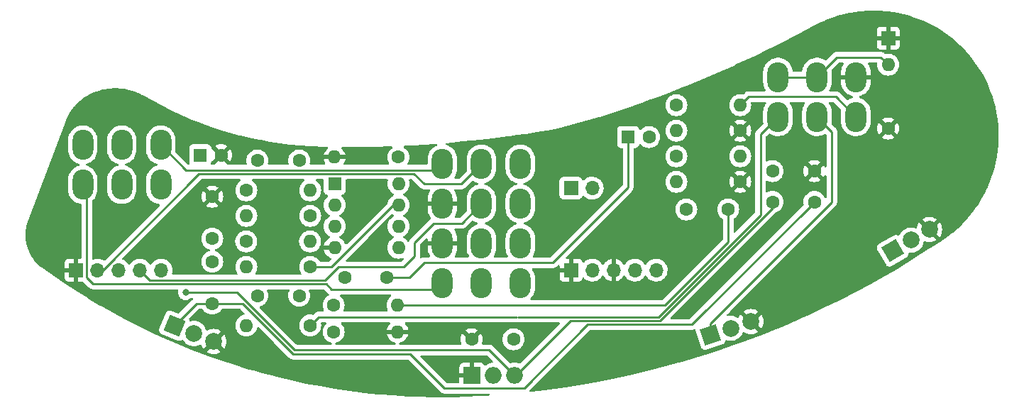
<source format=gbr>
%TF.GenerationSoftware,KiCad,Pcbnew,6.0.4-6f826c9f35~116~ubuntu20.04.1*%
%TF.CreationDate,2022-05-04T16:18:09+02:00*%
%TF.ProjectId,preamp,70726561-6d70-42e6-9b69-6361645f7063,A*%
%TF.SameCoordinates,Original*%
%TF.FileFunction,Copper,L2,Bot*%
%TF.FilePolarity,Positive*%
%FSLAX46Y46*%
G04 Gerber Fmt 4.6, Leading zero omitted, Abs format (unit mm)*
G04 Created by KiCad (PCBNEW 6.0.4-6f826c9f35~116~ubuntu20.04.1) date 2022-05-04 16:18:09*
%MOMM*%
%LPD*%
G01*
G04 APERTURE LIST*
G04 Aperture macros list*
%AMHorizOval*
0 Thick line with rounded ends*
0 $1 width*
0 $2 $3 position (X,Y) of the first rounded end (center of the circle)*
0 $4 $5 position (X,Y) of the second rounded end (center of the circle)*
0 Add line between two ends*
20,1,$1,$2,$3,$4,$5,0*
0 Add two circle primitives to create the rounded ends*
1,1,$1,$2,$3*
1,1,$1,$4,$5*%
%AMRotRect*
0 Rectangle, with rotation*
0 The origin of the aperture is its center*
0 $1 length*
0 $2 width*
0 $3 Rotation angle, in degrees counterclockwise*
0 Add horizontal line*
21,1,$1,$2,0,0,$3*%
G04 Aperture macros list end*
%TA.AperFunction,ComponentPad*%
%ADD10C,1.600000*%
%TD*%
%TA.AperFunction,ComponentPad*%
%ADD11O,1.600000X1.600000*%
%TD*%
%TA.AperFunction,ComponentPad*%
%ADD12R,1.700000X1.700000*%
%TD*%
%TA.AperFunction,ComponentPad*%
%ADD13O,1.700000X1.700000*%
%TD*%
%TA.AperFunction,ComponentPad*%
%ADD14R,2.000000X2.000000*%
%TD*%
%TA.AperFunction,ComponentPad*%
%ADD15O,2.000000X2.000000*%
%TD*%
%TA.AperFunction,ComponentPad*%
%ADD16R,1.600000X1.600000*%
%TD*%
%TA.AperFunction,ComponentPad*%
%ADD17RotRect,2.000000X2.000000X68.000000*%
%TD*%
%TA.AperFunction,ComponentPad*%
%ADD18HorizOval,2.000000X0.000000X0.000000X0.000000X0.000000X0*%
%TD*%
%TA.AperFunction,ComponentPad*%
%ADD19C,2.000000*%
%TD*%
%TA.AperFunction,ComponentPad*%
%ADD20RotRect,2.000000X2.000000X108.000000*%
%TD*%
%TA.AperFunction,ComponentPad*%
%ADD21RotRect,2.000000X2.000000X120.000000*%
%TD*%
%TA.AperFunction,ComponentPad*%
%ADD22O,2.500000X3.600000*%
%TD*%
%TA.AperFunction,ViaPad*%
%ADD23C,0.800000*%
%TD*%
%TA.AperFunction,Conductor*%
%ADD24C,0.250000*%
%TD*%
G04 APERTURE END LIST*
D10*
%TO.P,C10,2*%
%TO.N,PU_OUT*%
X121198000Y-108077000D03*
%TO.P,C10,1*%
%TO.N,AUDIO_JACK_SLEEVE_GROUND*%
X126198000Y-108077000D03*
%TD*%
%TO.P,C3,1*%
%TO.N,PREAMP_IN*%
X54356000Y-118872000D03*
%TO.P,C3,2*%
%TO.N,Net-(C11-Pad2)*%
X54356000Y-123872000D03*
%TD*%
%TO.P,R8,1*%
%TO.N,Net-(C1-Pad1)*%
X68834000Y-127254000D03*
D11*
%TO.P,R8,2*%
%TO.N,AUDIO_JACK_SLEEVE_GROUND*%
X76454000Y-127254000D03*
%TD*%
D12*
%TO.P,J2,1,Pin_1*%
%TO.N,AUDIO_JACK_SLEEVE_GROUND*%
X97160000Y-119888000D03*
D13*
%TO.P,J2,2,Pin_2*%
%TO.N,B_YELLOW*%
X99700000Y-119888000D03*
%TO.P,J2,3,Pin_3*%
%TO.N,AUDIO_JACK_SLEEVE_GROUND*%
X102240000Y-119888000D03*
%TO.P,J2,4,Pin_4*%
%TO.N,B_BLACK*%
X104780000Y-119888000D03*
%TO.P,J2,5,Pin_5*%
%TO.N,BRIDGE_OUT*%
X107320000Y-119888000D03*
%TD*%
D10*
%TO.P,C11,1*%
%TO.N,PU_OUT*%
X121198000Y-111760000D03*
%TO.P,C11,2*%
%TO.N,Net-(C11-Pad2)*%
X126198000Y-111760000D03*
%TD*%
D14*
%TO.P,P2,1,Pin_1*%
%TO.N,AUDIO_JACK_SLEEVE_GROUND*%
X85359000Y-132461000D03*
D15*
%TO.P,P2,2,Pin_2*%
%TO.N,Net-(C7-Pad1)*%
X87899000Y-132461000D03*
%TO.P,P2,3,Pin_3*%
%TO.N,PU_OUT*%
X90439000Y-132461000D03*
%TD*%
D16*
%TO.P,C1,1*%
%TO.N,Net-(C1-Pad1)*%
X52919621Y-106172000D03*
D10*
%TO.P,C1,2*%
%TO.N,AUDIO_JACK_SLEEVE_GROUND*%
X55419621Y-106172000D03*
%TD*%
%TO.P,R9,1*%
%TO.N,Net-(C8-Pad2)*%
X109728000Y-100203000D03*
D11*
%TO.P,R9,2*%
%TO.N,PREAMP_OUT*%
X117348000Y-100203000D03*
%TD*%
D10*
%TO.P,R1,1*%
%TO.N,Net-(C4-Pad2)*%
X58420000Y-110363000D03*
D11*
%TO.P,R1,2*%
%TO.N,Net-(C4-Pad1)*%
X66040000Y-110363000D03*
%TD*%
D16*
%TO.P,C8,1*%
%TO.N,Net-(C4-Pad1)*%
X103973621Y-104013000D03*
D10*
%TO.P,C8,2*%
%TO.N,Net-(C8-Pad2)*%
X106473621Y-104013000D03*
%TD*%
D17*
%TO.P,P1,1,Pin_1*%
%TO.N,Net-(C11-Pad2)*%
X49824276Y-126517399D03*
D18*
%TO.P,P1,2,Pin_2*%
%TO.N,PREAMP_IN*%
X52179323Y-127468900D03*
D19*
%TO.P,P1,3,Pin_3*%
%TO.N,AUDIO_JACK_SLEEVE_GROUND*%
X54534370Y-128420400D03*
%TD*%
D10*
%TO.P,R11,1*%
%TO.N,Net-(C9-Pad2)*%
X109728000Y-106299000D03*
D11*
%TO.P,R11,2*%
%TO.N,PREAMP_SW*%
X117348000Y-106299000D03*
%TD*%
D10*
%TO.P,C7,1*%
%TO.N,Net-(C7-Pad1)*%
X90297000Y-128143000D03*
%TO.P,C7,2*%
%TO.N,AUDIO_JACK_SLEEVE_GROUND*%
X85297000Y-128143000D03*
%TD*%
%TO.P,R12,1*%
%TO.N,AUDIO_JACK_SLEEVE_GROUND*%
X117348000Y-109347000D03*
D11*
%TO.P,R12,2*%
%TO.N,Net-(C9-Pad2)*%
X109728000Y-109347000D03*
%TD*%
D10*
%TO.P,R2,1*%
%TO.N,Net-(C6-Pad2)*%
X66040000Y-113411000D03*
D11*
%TO.P,R2,2*%
%TO.N,Net-(C4-Pad2)*%
X58420000Y-113411000D03*
%TD*%
D10*
%TO.P,R5,1*%
%TO.N,PREAMP_IN*%
X66040000Y-126492000D03*
D11*
%TO.P,R5,2*%
%TO.N,Net-(C2-Pad2)*%
X58420000Y-126492000D03*
%TD*%
D10*
%TO.P,R3,1*%
%TO.N,Net-(C1-Pad1)*%
X58410000Y-116459000D03*
D11*
%TO.P,R3,2*%
%TO.N,Net-(C5-Pad2)*%
X66030000Y-116459000D03*
%TD*%
D10*
%TO.P,R6,1*%
%TO.N,Net-(R6-Pad1)*%
X76571000Y-106416000D03*
D11*
%TO.P,R6,2*%
%TO.N,AUDIO_JACK_SLEEVE_GROUND*%
X68951000Y-106416000D03*
%TD*%
D12*
%TO.P,J1,1,Pin_1*%
%TO.N,AUDIO_JACK_SLEEVE_GROUND*%
X38105000Y-119888000D03*
D13*
%TO.P,J1,2,Pin_2*%
%TO.N,N_YELLOW*%
X40645000Y-119888000D03*
%TO.P,J1,3,Pin_3*%
%TO.N,AUDIO_JACK_SLEEVE_GROUND*%
X43185000Y-119888000D03*
%TO.P,J1,4,Pin_4*%
%TO.N,N_BLACK*%
X45725000Y-119888000D03*
%TO.P,J1,5,Pin_5*%
%TO.N,NECK_OUT*%
X48265000Y-119888000D03*
%TD*%
D20*
%TO.P,J4,1,Pin_1*%
%TO.N,AUDIO_JACK_TIP_SIGNAL*%
X113790331Y-127611239D03*
D19*
%TO.P,J4,2,Pin_2*%
%TO.N,9V_NEGATIVE*%
X116206015Y-126826336D03*
%TO.P,J4,3,Pin_3*%
%TO.N,AUDIO_JACK_SLEEVE_GROUND*%
X118621698Y-126041433D03*
%TD*%
D10*
%TO.P,C6,1*%
%TO.N,Net-(C4-Pad1)*%
X75144000Y-120777000D03*
%TO.P,C6,2*%
%TO.N,Net-(C6-Pad2)*%
X70144000Y-120777000D03*
%TD*%
%TO.P,C4,1*%
%TO.N,Net-(C4-Pad1)*%
X64730000Y-106807000D03*
%TO.P,C4,2*%
%TO.N,Net-(C4-Pad2)*%
X59730000Y-106807000D03*
%TD*%
D16*
%TO.P,U1,1,NULL*%
%TO.N,unconnected-(U1-Pad1)*%
X68961000Y-109601000D03*
D11*
%TO.P,U1,2,-*%
%TO.N,Net-(C6-Pad2)*%
X68961000Y-112141000D03*
%TO.P,U1,3,+*%
%TO.N,Net-(C5-Pad2)*%
X68961000Y-114681000D03*
%TO.P,U1,4,V-*%
%TO.N,AUDIO_JACK_SLEEVE_GROUND*%
X68961000Y-117221000D03*
%TO.P,U1,5,NULL*%
%TO.N,unconnected-(U1-Pad5)*%
X76581000Y-117221000D03*
%TO.P,U1,6*%
%TO.N,Net-(C4-Pad1)*%
X76581000Y-114681000D03*
%TO.P,U1,7,V+*%
%TO.N,+9V*%
X76581000Y-112141000D03*
%TO.P,U1,8,IQ*%
%TO.N,Net-(R6-Pad1)*%
X76581000Y-109601000D03*
%TD*%
D10*
%TO.P,C9,1*%
%TO.N,Net-(C6-Pad2)*%
X115911000Y-112649000D03*
%TO.P,C9,2*%
%TO.N,Net-(C9-Pad2)*%
X110911000Y-112649000D03*
%TD*%
D12*
%TO.P,J5,1,Pin_1*%
%TO.N,AUDIO_JACK_SLEEVE_GROUND*%
X135001000Y-92202000D03*
%TD*%
D10*
%TO.P,R13,1*%
%TO.N,AUDIO_JACK_SLEEVE_GROUND*%
X135001000Y-102997000D03*
D11*
%TO.P,R13,2*%
%TO.N,PREAMP_SW*%
X135001000Y-95377000D03*
%TD*%
D10*
%TO.P,C2,1*%
%TO.N,AUDIO_JACK_SLEEVE_GROUND*%
X54356000Y-111125000D03*
%TO.P,C2,2*%
%TO.N,Net-(C2-Pad2)*%
X54356000Y-116125000D03*
%TD*%
%TO.P,R4,1*%
%TO.N,+9V*%
X66040000Y-119507000D03*
D11*
%TO.P,R4,2*%
%TO.N,Net-(C1-Pad1)*%
X58420000Y-119507000D03*
%TD*%
D12*
%TO.P,J3,1,Pin_1*%
%TO.N,+9V*%
X97150000Y-110109000D03*
D13*
%TO.P,J3,2,Pin_2*%
%TO.N,9V_NEGATIVE*%
X99690000Y-110109000D03*
%TD*%
D10*
%TO.P,R7,1*%
%TO.N,Net-(C1-Pad1)*%
X68834000Y-124079000D03*
D11*
%TO.P,R7,2*%
%TO.N,Net-(C6-Pad2)*%
X76454000Y-124079000D03*
%TD*%
D10*
%TO.P,C5,1*%
%TO.N,Net-(C2-Pad2)*%
X59730000Y-122936000D03*
%TO.P,C5,2*%
%TO.N,Net-(C5-Pad2)*%
X64730000Y-122936000D03*
%TD*%
%TO.P,R10,1*%
%TO.N,AUDIO_JACK_SLEEVE_GROUND*%
X117348000Y-103251000D03*
D11*
%TO.P,R10,2*%
%TO.N,Net-(C8-Pad2)*%
X109728000Y-103251000D03*
%TD*%
D21*
%TO.P,P3,1,Pin_1*%
%TO.N,Net-(C11-Pad2)*%
X135524000Y-117594500D03*
D19*
%TO.P,P3,2,Pin_2*%
%TO.N,PU_OUT*%
X137723705Y-116324500D03*
%TO.P,P3,3,Pin_3*%
%TO.N,AUDIO_JACK_SLEEVE_GROUND*%
X139923409Y-115054500D03*
%TD*%
D22*
%TO.P,S1,1,1*%
%TO.N,BRIDGE_OUT*%
X38911000Y-109685000D03*
%TO.P,S1,2,2*%
%TO.N,PU_OUT*%
X43561000Y-109685000D03*
%TO.P,S1,3,3*%
%TO.N,NECK_OUT*%
X48211000Y-109685000D03*
%TO.P,S1,4,4*%
%TO.N,BRIDGE_OUT*%
X38911000Y-104945000D03*
%TO.P,S1,5,5*%
%TO.N,PU_OUT*%
X43561000Y-104945000D03*
%TO.P,S1,6,6*%
%TO.N,NECK_OUT*%
X48211000Y-104945000D03*
%TD*%
%TO.P,S3,1,1*%
%TO.N,PREAMP_IN*%
X121842873Y-101596654D03*
%TO.P,S3,2,2*%
%TO.N,AUDIO_JACK_TIP_SIGNAL*%
X126492873Y-101596654D03*
%TO.P,S3,3,3*%
%TO.N,PREAMP_OUT*%
X131142873Y-101596654D03*
%TO.P,S3,4,4*%
%TO.N,PREAMP_SW*%
X121842873Y-96856654D03*
%TO.P,S3,5,5*%
X126492873Y-96856654D03*
%TO.P,S3,6,6*%
%TO.N,AUDIO_JACK_SLEEVE_GROUND*%
X131142873Y-96856654D03*
%TD*%
%TO.P,S2,1,1*%
%TO.N,BRIDGE_OUT*%
X81812601Y-121426967D03*
%TO.P,S2,2,2*%
%TO.N,B_YELLOW*%
X86462601Y-121426967D03*
%TO.P,S2,3,3*%
%TO.N,Net-(S2-Pad3)*%
X91112601Y-121426967D03*
%TO.P,S2,4,4*%
%TO.N,AUDIO_JACK_SLEEVE_GROUND*%
X81812601Y-116676967D03*
%TO.P,S2,5,5*%
%TO.N,B_BLACK*%
X86462601Y-116676967D03*
%TO.P,S2,6,6*%
%TO.N,Net-(S2-Pad3)*%
X91112601Y-116676967D03*
%TO.P,S2,7,7*%
%TO.N,AUDIO_JACK_SLEEVE_GROUND*%
X81812601Y-111976967D03*
%TO.P,S2,8,8*%
%TO.N,N_BLACK*%
X86462601Y-111976967D03*
%TO.P,S2,9,9*%
%TO.N,Net-(S2-Pad12)*%
X91112601Y-111976967D03*
%TO.P,S2,10,10*%
%TO.N,NECK_OUT*%
X81812601Y-107226967D03*
%TO.P,S2,11,11*%
%TO.N,N_YELLOW*%
X86462601Y-107226967D03*
%TO.P,S2,12,12*%
%TO.N,Net-(S2-Pad12)*%
X91112601Y-107226967D03*
%TD*%
D23*
%TO.N,PU_OUT*%
X51181000Y-122555000D03*
%TO.N,AUDIO_JACK_SLEEVE_GROUND*%
X33401000Y-115189000D03*
X60452000Y-117094000D03*
X144907000Y-112268000D03*
X75057000Y-133731000D03*
X109474000Y-130429000D03*
X58801000Y-131318000D03*
X98298000Y-113411000D03*
X107315000Y-99949000D03*
X57912000Y-104648000D03*
X73533000Y-117348000D03*
X42164000Y-99441000D03*
X117983000Y-95631000D03*
X71247000Y-112395000D03*
X130937000Y-121920000D03*
X63881000Y-125857000D03*
X93726000Y-117602000D03*
X56261000Y-125222000D03*
X78486000Y-105664000D03*
X146685000Y-98679000D03*
X42418000Y-124333000D03*
X92583000Y-104013000D03*
X133604000Y-89408000D03*
%TD*%
D24*
%TO.N,Net-(C11-Pad2)*%
X91567000Y-133985000D02*
X82042000Y-133985000D01*
X126198000Y-111760000D02*
X111582960Y-126375040D01*
X57959000Y-123872000D02*
X54356000Y-123872000D01*
X54356000Y-123872000D02*
X52469675Y-123872000D01*
X52469675Y-123872000D02*
X49824276Y-126517399D01*
X99176960Y-126375040D02*
X91567000Y-133985000D01*
X82042000Y-133985000D02*
X77978000Y-129921000D01*
X111582960Y-126375040D02*
X99176960Y-126375040D01*
X77978000Y-129921000D02*
X64008000Y-129921000D01*
X64008000Y-129921000D02*
X57959000Y-123872000D01*
%TO.N,+9V*%
X76581000Y-112141000D02*
X75946000Y-112141000D01*
X75946000Y-112141000D02*
X68580000Y-119507000D01*
X68580000Y-119507000D02*
X66040000Y-119507000D01*
%TO.N,N_YELLOW*%
X84088568Y-109601000D02*
X86462601Y-107226967D01*
X78427520Y-108399520D02*
X79629000Y-109601000D01*
X52763480Y-108399520D02*
X78427520Y-108399520D01*
X41275000Y-119888000D02*
X52763480Y-108399520D01*
X40645000Y-119888000D02*
X41275000Y-119888000D01*
X79629000Y-109601000D02*
X84088568Y-109601000D01*
%TO.N,N_BLACK*%
X77216000Y-119507000D02*
X78486000Y-118237000D01*
X78486000Y-118237000D02*
X78486000Y-116586000D01*
X45725000Y-119888000D02*
X46926480Y-121089480D01*
X67823379Y-121089480D02*
X69405859Y-119507000D01*
X78486000Y-116586000D02*
X80772000Y-114300000D01*
X69405859Y-119507000D02*
X77216000Y-119507000D01*
X46926480Y-121089480D02*
X67823379Y-121089480D01*
X80772000Y-114300000D02*
X84139568Y-114300000D01*
X84139568Y-114300000D02*
X86462601Y-111976967D01*
%TO.N,Net-(C4-Pad1)*%
X77851000Y-120777000D02*
X75144000Y-120777000D01*
X79629000Y-118999000D02*
X77851000Y-120777000D01*
X103973621Y-110021379D02*
X94996000Y-118999000D01*
X94996000Y-118999000D02*
X79629000Y-118999000D01*
X103973621Y-104013000D02*
X103973621Y-110021379D01*
%TO.N,Net-(C6-Pad2)*%
X76454000Y-124079000D02*
X108331000Y-124079000D01*
X115911000Y-116499000D02*
X115911000Y-112649000D01*
X108331000Y-124079000D02*
X115911000Y-116499000D01*
%TO.N,PU_OUT*%
X121198000Y-112483436D02*
X121198000Y-111760000D01*
X57277718Y-122555000D02*
X64135718Y-129413000D01*
X90551000Y-132461000D02*
X97086480Y-125925520D01*
X90439000Y-132461000D02*
X90551000Y-132461000D01*
X107755916Y-125925520D02*
X121198000Y-112483436D01*
X51181000Y-122555000D02*
X57277718Y-122555000D01*
X87391000Y-129413000D02*
X90439000Y-132461000D01*
X97086480Y-125925520D02*
X107755916Y-125925520D01*
X64135718Y-129413000D02*
X87391000Y-129413000D01*
%TO.N,PREAMP_IN*%
X90805000Y-125476000D02*
X107569718Y-125476000D01*
X119761000Y-113284718D02*
X119761000Y-103678527D01*
X107569718Y-125476000D02*
X119761000Y-113284718D01*
X67056000Y-125476000D02*
X66040000Y-126492000D01*
X90678000Y-125476000D02*
X67056000Y-125476000D01*
X119761000Y-103678527D02*
X121842873Y-101596654D01*
%TO.N,AUDIO_JACK_TIP_SIGNAL*%
X113790331Y-126239669D02*
X128270000Y-111760000D01*
X128270000Y-111760000D02*
X128270000Y-103373781D01*
X128270000Y-103373781D02*
X126492873Y-101596654D01*
X113790331Y-127611239D02*
X113790331Y-126239669D01*
%TO.N,PREAMP_SW*%
X121842873Y-96856654D02*
X126492873Y-96856654D01*
X126492873Y-96856654D02*
X128861527Y-94488000D01*
X128861527Y-94488000D02*
X134112000Y-94488000D01*
X134112000Y-94488000D02*
X135001000Y-95377000D01*
%TO.N,PREAMP_OUT*%
X118364000Y-99187000D02*
X128733219Y-99187000D01*
X128733219Y-99187000D02*
X131142873Y-101596654D01*
X117348000Y-100203000D02*
X118364000Y-99187000D01*
%TO.N,NECK_OUT*%
X81089568Y-107950000D02*
X51216000Y-107950000D01*
X81812601Y-107226967D02*
X81089568Y-107950000D01*
X51216000Y-107950000D02*
X48211000Y-104945000D01*
%TO.N,BRIDGE_OUT*%
X39370000Y-120777000D02*
X39370000Y-110144000D01*
X68580000Y-122174000D02*
X67945000Y-121539000D01*
X39370000Y-110144000D02*
X38911000Y-109685000D01*
X81812601Y-121426967D02*
X81065568Y-122174000D01*
X40132000Y-121539000D02*
X39370000Y-120777000D01*
X67945000Y-121539000D02*
X40132000Y-121539000D01*
X81065568Y-122174000D02*
X68580000Y-122174000D01*
%TD*%
%TA.AperFunction,Conductor*%
%TO.N,AUDIO_JACK_SLEEVE_GROUND*%
G36*
X42965486Y-98186132D02*
G01*
X43445438Y-98215796D01*
X43454467Y-98216683D01*
X43642369Y-98241979D01*
X43931011Y-98280838D01*
X43939963Y-98282373D01*
X44410661Y-98380691D01*
X44419477Y-98382867D01*
X44881862Y-98514831D01*
X44890501Y-98517636D01*
X45308905Y-98670414D01*
X45342193Y-98682569D01*
X45350603Y-98685989D01*
X45463919Y-98736891D01*
X45789220Y-98883019D01*
X45797365Y-98887036D01*
X46182458Y-99094565D01*
X46203566Y-99108871D01*
X46211314Y-99115358D01*
X46216386Y-99118416D01*
X46216630Y-99118615D01*
X46216920Y-99118738D01*
X46222064Y-99121839D01*
X46226564Y-99123679D01*
X46228387Y-99124594D01*
X46234059Y-99127625D01*
X47293979Y-99729355D01*
X47294742Y-99729788D01*
X48383585Y-100308260D01*
X48384355Y-100308642D01*
X48384367Y-100308648D01*
X49356350Y-100790654D01*
X49488191Y-100856034D01*
X50607694Y-101372680D01*
X51380627Y-101703472D01*
X51740414Y-101857450D01*
X51740428Y-101857456D01*
X51741216Y-101857793D01*
X52887872Y-102310994D01*
X54046761Y-102731927D01*
X54047558Y-102732192D01*
X54047571Y-102732196D01*
X55216102Y-103119974D01*
X55216976Y-103120264D01*
X56397601Y-103475699D01*
X57587711Y-103797954D01*
X57725463Y-103831146D01*
X58785509Y-104086569D01*
X58785522Y-104086572D01*
X58786373Y-104086777D01*
X58787223Y-104086957D01*
X58787246Y-104086962D01*
X59991806Y-104341763D01*
X59991813Y-104341764D01*
X59992648Y-104341941D01*
X60203241Y-104380364D01*
X61204768Y-104563097D01*
X61204791Y-104563101D01*
X61205592Y-104563247D01*
X61927976Y-104674257D01*
X62423374Y-104750386D01*
X62423390Y-104750388D01*
X62424254Y-104750521D01*
X62425123Y-104750630D01*
X62425132Y-104750631D01*
X63646816Y-104903509D01*
X63647680Y-104903617D01*
X64874911Y-105022415D01*
X64875794Y-105022476D01*
X64875799Y-105022476D01*
X66104111Y-105106761D01*
X66104114Y-105106761D01*
X66104986Y-105106821D01*
X66742744Y-105132678D01*
X67312493Y-105155778D01*
X67320372Y-105156396D01*
X67324374Y-105157179D01*
X67330085Y-105157400D01*
X67332055Y-105157477D01*
X67332060Y-105157477D01*
X67336918Y-105157665D01*
X67341754Y-105157103D01*
X67346609Y-105156916D01*
X67346618Y-105157156D01*
X67354406Y-105156777D01*
X67680650Y-105162902D01*
X68052975Y-105169892D01*
X68120708Y-105191169D01*
X68166186Y-105245688D01*
X68174969Y-105316140D01*
X68144269Y-105380155D01*
X68122878Y-105399085D01*
X68111533Y-105407029D01*
X68103125Y-105414084D01*
X67949084Y-105568125D01*
X67942028Y-105576533D01*
X67817069Y-105754993D01*
X67811586Y-105764489D01*
X67719510Y-105961947D01*
X67715764Y-105972239D01*
X67669606Y-106144503D01*
X67669942Y-106158599D01*
X67677884Y-106162000D01*
X70218967Y-106162000D01*
X70232498Y-106158027D01*
X70233727Y-106149478D01*
X70186236Y-105972239D01*
X70182490Y-105961947D01*
X70090414Y-105764489D01*
X70084931Y-105754993D01*
X69959972Y-105576533D01*
X69952916Y-105568125D01*
X69797465Y-105412674D01*
X69763439Y-105350362D01*
X69768504Y-105279547D01*
X69811051Y-105222711D01*
X69877571Y-105197900D01*
X69886964Y-105197580D01*
X71568081Y-105203062D01*
X73683675Y-105177145D01*
X73684249Y-105177129D01*
X73684252Y-105177129D01*
X75737364Y-105120118D01*
X75806013Y-105138221D01*
X75853978Y-105190566D01*
X75866028Y-105260532D01*
X75838339Y-105325906D01*
X75813131Y-105349282D01*
X75731216Y-105406639D01*
X75731210Y-105406644D01*
X75726700Y-105409802D01*
X75564802Y-105571700D01*
X75561645Y-105576208D01*
X75561643Y-105576211D01*
X75511910Y-105647238D01*
X75433477Y-105759251D01*
X75431154Y-105764233D01*
X75431151Y-105764238D01*
X75357520Y-105922143D01*
X75336716Y-105966757D01*
X75335294Y-105972065D01*
X75335293Y-105972067D01*
X75280926Y-106174965D01*
X75277457Y-106187913D01*
X75257502Y-106416000D01*
X75277457Y-106644087D01*
X75278881Y-106649400D01*
X75278881Y-106649402D01*
X75331429Y-106845510D01*
X75336716Y-106865243D01*
X75339039Y-106870224D01*
X75339039Y-106870225D01*
X75431151Y-107067762D01*
X75431154Y-107067767D01*
X75433477Y-107072749D01*
X75436634Y-107077257D01*
X75465323Y-107118229D01*
X75488011Y-107185502D01*
X75470727Y-107254363D01*
X75418957Y-107302947D01*
X75362110Y-107316500D01*
X70159280Y-107316500D01*
X70091159Y-107296498D01*
X70044666Y-107242842D01*
X70034562Y-107172568D01*
X70056067Y-107118230D01*
X70084928Y-107077012D01*
X70090414Y-107067511D01*
X70182490Y-106870053D01*
X70186236Y-106859761D01*
X70232394Y-106687497D01*
X70232058Y-106673401D01*
X70224116Y-106670000D01*
X67683033Y-106670000D01*
X67669502Y-106673973D01*
X67668273Y-106682522D01*
X67715764Y-106859761D01*
X67719510Y-106870053D01*
X67811586Y-107067511D01*
X67817072Y-107077012D01*
X67845933Y-107118230D01*
X67868621Y-107185504D01*
X67851336Y-107254364D01*
X67799566Y-107302948D01*
X67742720Y-107316500D01*
X66112345Y-107316500D01*
X66044224Y-107296498D01*
X65997731Y-107242842D01*
X65987627Y-107172568D01*
X65990638Y-107157889D01*
X66022119Y-107040402D01*
X66022119Y-107040400D01*
X66023543Y-107035087D01*
X66043498Y-106807000D01*
X66023543Y-106578913D01*
X65998316Y-106484766D01*
X65965707Y-106363067D01*
X65965706Y-106363065D01*
X65964284Y-106357757D01*
X65961961Y-106352775D01*
X65869849Y-106155238D01*
X65869846Y-106155233D01*
X65867523Y-106150251D01*
X65766531Y-106006020D01*
X65739357Y-105967211D01*
X65739355Y-105967208D01*
X65736198Y-105962700D01*
X65574300Y-105800802D01*
X65569792Y-105797645D01*
X65569789Y-105797643D01*
X65491611Y-105742902D01*
X65386749Y-105669477D01*
X65381767Y-105667154D01*
X65381762Y-105667151D01*
X65184225Y-105575039D01*
X65184224Y-105575039D01*
X65179243Y-105572716D01*
X65173935Y-105571294D01*
X65173933Y-105571293D01*
X64963402Y-105514881D01*
X64963400Y-105514881D01*
X64958087Y-105513457D01*
X64730000Y-105493502D01*
X64501913Y-105513457D01*
X64496600Y-105514881D01*
X64496598Y-105514881D01*
X64286067Y-105571293D01*
X64286065Y-105571294D01*
X64280757Y-105572716D01*
X64275776Y-105575039D01*
X64275775Y-105575039D01*
X64078238Y-105667151D01*
X64078233Y-105667154D01*
X64073251Y-105669477D01*
X63968389Y-105742902D01*
X63890211Y-105797643D01*
X63890208Y-105797645D01*
X63885700Y-105800802D01*
X63723802Y-105962700D01*
X63720645Y-105967208D01*
X63720643Y-105967211D01*
X63693469Y-106006020D01*
X63592477Y-106150251D01*
X63590154Y-106155233D01*
X63590151Y-106155238D01*
X63498039Y-106352775D01*
X63495716Y-106357757D01*
X63494294Y-106363065D01*
X63494293Y-106363067D01*
X63461684Y-106484766D01*
X63436457Y-106578913D01*
X63416502Y-106807000D01*
X63436457Y-107035087D01*
X63437881Y-107040400D01*
X63437881Y-107040402D01*
X63469362Y-107157889D01*
X63467672Y-107228865D01*
X63427878Y-107287661D01*
X63362614Y-107315609D01*
X63347655Y-107316500D01*
X61112345Y-107316500D01*
X61044224Y-107296498D01*
X60997731Y-107242842D01*
X60987627Y-107172568D01*
X60990638Y-107157889D01*
X61022119Y-107040402D01*
X61022119Y-107040400D01*
X61023543Y-107035087D01*
X61043498Y-106807000D01*
X61023543Y-106578913D01*
X60998316Y-106484766D01*
X60965707Y-106363067D01*
X60965706Y-106363065D01*
X60964284Y-106357757D01*
X60961961Y-106352775D01*
X60869849Y-106155238D01*
X60869846Y-106155233D01*
X60867523Y-106150251D01*
X60766531Y-106006020D01*
X60739357Y-105967211D01*
X60739355Y-105967208D01*
X60736198Y-105962700D01*
X60574300Y-105800802D01*
X60569792Y-105797645D01*
X60569789Y-105797643D01*
X60491611Y-105742902D01*
X60386749Y-105669477D01*
X60381767Y-105667154D01*
X60381762Y-105667151D01*
X60184225Y-105575039D01*
X60184224Y-105575039D01*
X60179243Y-105572716D01*
X60173935Y-105571294D01*
X60173933Y-105571293D01*
X59963402Y-105514881D01*
X59963400Y-105514881D01*
X59958087Y-105513457D01*
X59730000Y-105493502D01*
X59501913Y-105513457D01*
X59496600Y-105514881D01*
X59496598Y-105514881D01*
X59286067Y-105571293D01*
X59286065Y-105571294D01*
X59280757Y-105572716D01*
X59275776Y-105575039D01*
X59275775Y-105575039D01*
X59078238Y-105667151D01*
X59078233Y-105667154D01*
X59073251Y-105669477D01*
X58968389Y-105742902D01*
X58890211Y-105797643D01*
X58890208Y-105797645D01*
X58885700Y-105800802D01*
X58723802Y-105962700D01*
X58720645Y-105967208D01*
X58720643Y-105967211D01*
X58693469Y-106006020D01*
X58592477Y-106150251D01*
X58590154Y-106155233D01*
X58590151Y-106155238D01*
X58498039Y-106352775D01*
X58495716Y-106357757D01*
X58494294Y-106363065D01*
X58494293Y-106363067D01*
X58461684Y-106484766D01*
X58436457Y-106578913D01*
X58416502Y-106807000D01*
X58436457Y-107035087D01*
X58437881Y-107040400D01*
X58437881Y-107040402D01*
X58469362Y-107157889D01*
X58467672Y-107228865D01*
X58427878Y-107287661D01*
X58362614Y-107315609D01*
X58347655Y-107316500D01*
X56247378Y-107316500D01*
X56179257Y-107296498D01*
X56135846Y-107249123D01*
X56133976Y-107245565D01*
X55432433Y-106544022D01*
X55418489Y-106536408D01*
X55416656Y-106536539D01*
X55410041Y-106540790D01*
X54704544Y-107246287D01*
X54702032Y-107250887D01*
X54651829Y-107301088D01*
X54591445Y-107316500D01*
X54315373Y-107316500D01*
X54247252Y-107296498D01*
X54200759Y-107242842D01*
X54190655Y-107172568D01*
X54197391Y-107146271D01*
X54218592Y-107089718D01*
X54218594Y-107089712D01*
X54221366Y-107082316D01*
X54228121Y-107020134D01*
X54228121Y-107016815D01*
X54251774Y-106949890D01*
X54297777Y-106914196D01*
X54296762Y-106912266D01*
X54307621Y-106906558D01*
X54307866Y-106906368D01*
X54308024Y-106906347D01*
X54346055Y-106886356D01*
X55047599Y-106184812D01*
X55053977Y-106173132D01*
X55784029Y-106173132D01*
X55784160Y-106174965D01*
X55788411Y-106181580D01*
X56493908Y-106887077D01*
X56505683Y-106893507D01*
X56517698Y-106884211D01*
X56553552Y-106833006D01*
X56559035Y-106823511D01*
X56651111Y-106626053D01*
X56654857Y-106615761D01*
X56711246Y-106405312D01*
X56713149Y-106394519D01*
X56732138Y-106177475D01*
X56732138Y-106166525D01*
X56713149Y-105949481D01*
X56711246Y-105938688D01*
X56654857Y-105728239D01*
X56651111Y-105717947D01*
X56559035Y-105520489D01*
X56553552Y-105510994D01*
X56517112Y-105458952D01*
X56506633Y-105450576D01*
X56493187Y-105457644D01*
X55791643Y-106159188D01*
X55784029Y-106173132D01*
X55053977Y-106173132D01*
X55055213Y-106170868D01*
X55055082Y-106169035D01*
X55050831Y-106162420D01*
X54345334Y-105456923D01*
X54303592Y-105434129D01*
X54293592Y-105431953D01*
X54243394Y-105381747D01*
X54228170Y-105328186D01*
X54228121Y-105327281D01*
X54228121Y-105323866D01*
X54221366Y-105261684D01*
X54170236Y-105125295D01*
X54140028Y-105084988D01*
X54698197Y-105084988D01*
X54705265Y-105098434D01*
X55406809Y-105799978D01*
X55420753Y-105807592D01*
X55422586Y-105807461D01*
X55429201Y-105803210D01*
X56134698Y-105097713D01*
X56141128Y-105085938D01*
X56131832Y-105073923D01*
X56080627Y-105038069D01*
X56071132Y-105032586D01*
X55873674Y-104940510D01*
X55863382Y-104936764D01*
X55652933Y-104880375D01*
X55642140Y-104878472D01*
X55425096Y-104859483D01*
X55414146Y-104859483D01*
X55197102Y-104878472D01*
X55186309Y-104880375D01*
X54975860Y-104936764D01*
X54965568Y-104940510D01*
X54768110Y-105032586D01*
X54758615Y-105038069D01*
X54706573Y-105074509D01*
X54698197Y-105084988D01*
X54140028Y-105084988D01*
X54082882Y-105008739D01*
X53966326Y-104921385D01*
X53829937Y-104870255D01*
X53767755Y-104863500D01*
X52071487Y-104863500D01*
X52009305Y-104870255D01*
X51872916Y-104921385D01*
X51756360Y-105008739D01*
X51669006Y-105125295D01*
X51617876Y-105261684D01*
X51611121Y-105323866D01*
X51611121Y-107020134D01*
X51617876Y-107082316D01*
X51620648Y-107089712D01*
X51620650Y-107089718D01*
X51637818Y-107135513D01*
X51643001Y-107206320D01*
X51609080Y-107268689D01*
X51546824Y-107302818D01*
X51476000Y-107297871D01*
X51430741Y-107268837D01*
X49991315Y-105829411D01*
X49957289Y-105767099D01*
X49955044Y-105727692D01*
X49956026Y-105717947D01*
X49969500Y-105584133D01*
X49969500Y-104328646D01*
X49969327Y-104326315D01*
X49955407Y-104139000D01*
X49955406Y-104138996D01*
X49955061Y-104134348D01*
X49946226Y-104095300D01*
X49904750Y-103912006D01*
X49897377Y-103879423D01*
X49895684Y-103875069D01*
X49804340Y-103640176D01*
X49804339Y-103640173D01*
X49802647Y-103635823D01*
X49797998Y-103627688D01*
X49736314Y-103519765D01*
X49672951Y-103408902D01*
X49511138Y-103203643D01*
X49320763Y-103024557D01*
X49147997Y-102904704D01*
X49109851Y-102878241D01*
X49109848Y-102878239D01*
X49106009Y-102875576D01*
X49101092Y-102873151D01*
X48875781Y-102762040D01*
X48875778Y-102762039D01*
X48871593Y-102759975D01*
X48825449Y-102745204D01*
X48627123Y-102681720D01*
X48622665Y-102680293D01*
X48364693Y-102638279D01*
X48250942Y-102636790D01*
X48108022Y-102634919D01*
X48108019Y-102634919D01*
X48103345Y-102634858D01*
X47844362Y-102670104D01*
X47593433Y-102743243D01*
X47589180Y-102745203D01*
X47589179Y-102745204D01*
X47552659Y-102762040D01*
X47356072Y-102852668D01*
X47317067Y-102878241D01*
X47141404Y-102993410D01*
X47141399Y-102993414D01*
X47137491Y-102995976D01*
X46942494Y-103170018D01*
X46775363Y-103370970D01*
X46772934Y-103374973D01*
X46663064Y-103556034D01*
X46639771Y-103594419D01*
X46538697Y-103835455D01*
X46474359Y-104088783D01*
X46473891Y-104093434D01*
X46473890Y-104093438D01*
X46467566Y-104156245D01*
X46452500Y-104305867D01*
X46452500Y-105561354D01*
X46452673Y-105563679D01*
X46452673Y-105563685D01*
X46462125Y-105690869D01*
X46466939Y-105755652D01*
X46467968Y-105760200D01*
X46467969Y-105760206D01*
X46503627Y-105917790D01*
X46524623Y-106010577D01*
X46526315Y-106014929D01*
X46526316Y-106014931D01*
X46607096Y-106222657D01*
X46619353Y-106254177D01*
X46749049Y-106481098D01*
X46910862Y-106686357D01*
X47101237Y-106865443D01*
X47204603Y-106937151D01*
X47299110Y-107002713D01*
X47315991Y-107014424D01*
X47320181Y-107016490D01*
X47320184Y-107016492D01*
X47546219Y-107127960D01*
X47546222Y-107127961D01*
X47550407Y-107130025D01*
X47554850Y-107131447D01*
X47554852Y-107131448D01*
X47755960Y-107195823D01*
X47814740Y-107235641D01*
X47842662Y-107300916D01*
X47830861Y-107370925D01*
X47783083Y-107423440D01*
X47752809Y-107436789D01*
X47593433Y-107483243D01*
X47589180Y-107485203D01*
X47589179Y-107485204D01*
X47552659Y-107502040D01*
X47356072Y-107592668D01*
X47317067Y-107618241D01*
X47141404Y-107733410D01*
X47141399Y-107733414D01*
X47137491Y-107735976D01*
X46942494Y-107910018D01*
X46775363Y-108110970D01*
X46772934Y-108114973D01*
X46654345Y-108310402D01*
X46639771Y-108334419D01*
X46538697Y-108575455D01*
X46474359Y-108828783D01*
X46473891Y-108833434D01*
X46473890Y-108833438D01*
X46470822Y-108863912D01*
X46452500Y-109045867D01*
X46452500Y-110301354D01*
X46452673Y-110303679D01*
X46452673Y-110303685D01*
X46463735Y-110452531D01*
X46466939Y-110495652D01*
X46467968Y-110500200D01*
X46467969Y-110500206D01*
X46496351Y-110625634D01*
X46524623Y-110750577D01*
X46526315Y-110754929D01*
X46526316Y-110754931D01*
X46585342Y-110906716D01*
X46619353Y-110994177D01*
X46621670Y-110998231D01*
X46621671Y-110998233D01*
X46635327Y-111022126D01*
X46749049Y-111221098D01*
X46910862Y-111426357D01*
X47101237Y-111605443D01*
X47233312Y-111697067D01*
X47264196Y-111718492D01*
X47315991Y-111754424D01*
X47320181Y-111756490D01*
X47320184Y-111756492D01*
X47546219Y-111867960D01*
X47546222Y-111867961D01*
X47550407Y-111870025D01*
X47554850Y-111871447D01*
X47554852Y-111871448D01*
X47738738Y-111930310D01*
X47799335Y-111949707D01*
X48002078Y-111982726D01*
X48066092Y-112013416D01*
X48103356Y-112073848D01*
X48102032Y-112144832D01*
X48070914Y-112196181D01*
X41540561Y-118726534D01*
X41478249Y-118760560D01*
X41407434Y-118755495D01*
X41390573Y-118747748D01*
X41366587Y-118734507D01*
X41203789Y-118644638D01*
X41198920Y-118642914D01*
X41198916Y-118642912D01*
X40998087Y-118571795D01*
X40998083Y-118571794D01*
X40993212Y-118570069D01*
X40988119Y-118569162D01*
X40988116Y-118569161D01*
X40778373Y-118531800D01*
X40778367Y-118531799D01*
X40773284Y-118530894D01*
X40699452Y-118529992D01*
X40555081Y-118528228D01*
X40555079Y-118528228D01*
X40549911Y-118528165D01*
X40329091Y-118561955D01*
X40174997Y-118612321D01*
X40168645Y-118614397D01*
X40097681Y-118616548D01*
X40036820Y-118579992D01*
X40005383Y-118516335D01*
X40003500Y-118494632D01*
X40003500Y-111673502D01*
X40023502Y-111605381D01*
X40045599Y-111579499D01*
X40176016Y-111463097D01*
X40179506Y-111459982D01*
X40346637Y-111259030D01*
X40375663Y-111211197D01*
X40479804Y-111039578D01*
X40479806Y-111039574D01*
X40482229Y-111035581D01*
X40583303Y-110794545D01*
X40647641Y-110541217D01*
X40648813Y-110529584D01*
X40669184Y-110327271D01*
X40669500Y-110324133D01*
X40669500Y-110301354D01*
X41802500Y-110301354D01*
X41802673Y-110303679D01*
X41802673Y-110303685D01*
X41813735Y-110452531D01*
X41816939Y-110495652D01*
X41817968Y-110500200D01*
X41817969Y-110500206D01*
X41846351Y-110625634D01*
X41874623Y-110750577D01*
X41876315Y-110754929D01*
X41876316Y-110754931D01*
X41935342Y-110906716D01*
X41969353Y-110994177D01*
X41971670Y-110998231D01*
X41971671Y-110998233D01*
X41985327Y-111022126D01*
X42099049Y-111221098D01*
X42260862Y-111426357D01*
X42451237Y-111605443D01*
X42583312Y-111697067D01*
X42614196Y-111718492D01*
X42665991Y-111754424D01*
X42670181Y-111756490D01*
X42670184Y-111756492D01*
X42896219Y-111867960D01*
X42896222Y-111867961D01*
X42900407Y-111870025D01*
X42904850Y-111871447D01*
X42904852Y-111871448D01*
X43088738Y-111930310D01*
X43149335Y-111949707D01*
X43407307Y-111991721D01*
X43521058Y-111993210D01*
X43663978Y-111995081D01*
X43663981Y-111995081D01*
X43668655Y-111995142D01*
X43927638Y-111959896D01*
X43960019Y-111950458D01*
X44050387Y-111924118D01*
X44178567Y-111886757D01*
X44214862Y-111870025D01*
X44266056Y-111846424D01*
X44415928Y-111777332D01*
X44496997Y-111724181D01*
X44630596Y-111636590D01*
X44630601Y-111636586D01*
X44634509Y-111634024D01*
X44829506Y-111459982D01*
X44996637Y-111259030D01*
X45025663Y-111211197D01*
X45129804Y-111039578D01*
X45129806Y-111039574D01*
X45132229Y-111035581D01*
X45233303Y-110794545D01*
X45297641Y-110541217D01*
X45298813Y-110529584D01*
X45319184Y-110327271D01*
X45319500Y-110324133D01*
X45319500Y-109068646D01*
X45318339Y-109053022D01*
X45305407Y-108879000D01*
X45305406Y-108878996D01*
X45305061Y-108874348D01*
X45303091Y-108865638D01*
X45250854Y-108634789D01*
X45247377Y-108619423D01*
X45241186Y-108603502D01*
X45154340Y-108380176D01*
X45154339Y-108380173D01*
X45152647Y-108375823D01*
X45137030Y-108348498D01*
X45057572Y-108209477D01*
X45022951Y-108148902D01*
X44861138Y-107943643D01*
X44670763Y-107764557D01*
X44467071Y-107623250D01*
X44459851Y-107618241D01*
X44459848Y-107618239D01*
X44456009Y-107615576D01*
X44451816Y-107613508D01*
X44225781Y-107502040D01*
X44225778Y-107502039D01*
X44221593Y-107499975D01*
X44217148Y-107498552D01*
X44016040Y-107434177D01*
X43957260Y-107394359D01*
X43929338Y-107329084D01*
X43941139Y-107259075D01*
X43988917Y-107206560D01*
X44019191Y-107193211D01*
X44178567Y-107146757D01*
X44214862Y-107130025D01*
X44329855Y-107077012D01*
X44415928Y-107037332D01*
X44505017Y-106978923D01*
X44630596Y-106896590D01*
X44630601Y-106896586D01*
X44634509Y-106894024D01*
X44829506Y-106719982D01*
X44996637Y-106519030D01*
X45061405Y-106412295D01*
X45129804Y-106299578D01*
X45129806Y-106299574D01*
X45132229Y-106295581D01*
X45233303Y-106054545D01*
X45297641Y-105801217D01*
X45301077Y-105767099D01*
X45319184Y-105587271D01*
X45319500Y-105584133D01*
X45319500Y-104328646D01*
X45319327Y-104326315D01*
X45305407Y-104139000D01*
X45305406Y-104138996D01*
X45305061Y-104134348D01*
X45296226Y-104095300D01*
X45254750Y-103912006D01*
X45247377Y-103879423D01*
X45245684Y-103875069D01*
X45154340Y-103640176D01*
X45154339Y-103640173D01*
X45152647Y-103635823D01*
X45147998Y-103627688D01*
X45086314Y-103519765D01*
X45022951Y-103408902D01*
X44861138Y-103203643D01*
X44670763Y-103024557D01*
X44497997Y-102904704D01*
X44459851Y-102878241D01*
X44459848Y-102878239D01*
X44456009Y-102875576D01*
X44451092Y-102873151D01*
X44225781Y-102762040D01*
X44225778Y-102762039D01*
X44221593Y-102759975D01*
X44175449Y-102745204D01*
X43977123Y-102681720D01*
X43972665Y-102680293D01*
X43714693Y-102638279D01*
X43600942Y-102636790D01*
X43458022Y-102634919D01*
X43458019Y-102634919D01*
X43453345Y-102634858D01*
X43194362Y-102670104D01*
X42943433Y-102743243D01*
X42939180Y-102745203D01*
X42939179Y-102745204D01*
X42902659Y-102762040D01*
X42706072Y-102852668D01*
X42667067Y-102878241D01*
X42491404Y-102993410D01*
X42491399Y-102993414D01*
X42487491Y-102995976D01*
X42292494Y-103170018D01*
X42125363Y-103370970D01*
X42122934Y-103374973D01*
X42013064Y-103556034D01*
X41989771Y-103594419D01*
X41888697Y-103835455D01*
X41824359Y-104088783D01*
X41823891Y-104093434D01*
X41823890Y-104093438D01*
X41817566Y-104156245D01*
X41802500Y-104305867D01*
X41802500Y-105561354D01*
X41802673Y-105563679D01*
X41802673Y-105563685D01*
X41812125Y-105690869D01*
X41816939Y-105755652D01*
X41817968Y-105760200D01*
X41817969Y-105760206D01*
X41853627Y-105917790D01*
X41874623Y-106010577D01*
X41876315Y-106014929D01*
X41876316Y-106014931D01*
X41957096Y-106222657D01*
X41969353Y-106254177D01*
X42099049Y-106481098D01*
X42260862Y-106686357D01*
X42451237Y-106865443D01*
X42554603Y-106937151D01*
X42649110Y-107002713D01*
X42665991Y-107014424D01*
X42670181Y-107016490D01*
X42670184Y-107016492D01*
X42896219Y-107127960D01*
X42896222Y-107127961D01*
X42900407Y-107130025D01*
X42904850Y-107131447D01*
X42904852Y-107131448D01*
X43105960Y-107195823D01*
X43164740Y-107235641D01*
X43192662Y-107300916D01*
X43180861Y-107370925D01*
X43133083Y-107423440D01*
X43102809Y-107436789D01*
X42943433Y-107483243D01*
X42939180Y-107485203D01*
X42939179Y-107485204D01*
X42902659Y-107502040D01*
X42706072Y-107592668D01*
X42667067Y-107618241D01*
X42491404Y-107733410D01*
X42491399Y-107733414D01*
X42487491Y-107735976D01*
X42292494Y-107910018D01*
X42125363Y-108110970D01*
X42122934Y-108114973D01*
X42004345Y-108310402D01*
X41989771Y-108334419D01*
X41888697Y-108575455D01*
X41824359Y-108828783D01*
X41823891Y-108833434D01*
X41823890Y-108833438D01*
X41820822Y-108863912D01*
X41802500Y-109045867D01*
X41802500Y-110301354D01*
X40669500Y-110301354D01*
X40669500Y-109068646D01*
X40668339Y-109053022D01*
X40655407Y-108879000D01*
X40655406Y-108878996D01*
X40655061Y-108874348D01*
X40653091Y-108865638D01*
X40600854Y-108634789D01*
X40597377Y-108619423D01*
X40591186Y-108603502D01*
X40504340Y-108380176D01*
X40504339Y-108380173D01*
X40502647Y-108375823D01*
X40487030Y-108348498D01*
X40407572Y-108209477D01*
X40372951Y-108148902D01*
X40211138Y-107943643D01*
X40020763Y-107764557D01*
X39817071Y-107623250D01*
X39809851Y-107618241D01*
X39809848Y-107618239D01*
X39806009Y-107615576D01*
X39801816Y-107613508D01*
X39575781Y-107502040D01*
X39575778Y-107502039D01*
X39571593Y-107499975D01*
X39567148Y-107498552D01*
X39366040Y-107434177D01*
X39307260Y-107394359D01*
X39279338Y-107329084D01*
X39291139Y-107259075D01*
X39338917Y-107206560D01*
X39369191Y-107193211D01*
X39528567Y-107146757D01*
X39564862Y-107130025D01*
X39679855Y-107077012D01*
X39765928Y-107037332D01*
X39855017Y-106978923D01*
X39980596Y-106896590D01*
X39980601Y-106896586D01*
X39984509Y-106894024D01*
X40179506Y-106719982D01*
X40346637Y-106519030D01*
X40411405Y-106412295D01*
X40479804Y-106299578D01*
X40479806Y-106299574D01*
X40482229Y-106295581D01*
X40583303Y-106054545D01*
X40647641Y-105801217D01*
X40651077Y-105767099D01*
X40669184Y-105587271D01*
X40669500Y-105584133D01*
X40669500Y-104328646D01*
X40669327Y-104326315D01*
X40655407Y-104139000D01*
X40655406Y-104138996D01*
X40655061Y-104134348D01*
X40646226Y-104095300D01*
X40604750Y-103912006D01*
X40597377Y-103879423D01*
X40595684Y-103875069D01*
X40504340Y-103640176D01*
X40504339Y-103640173D01*
X40502647Y-103635823D01*
X40497998Y-103627688D01*
X40436314Y-103519765D01*
X40372951Y-103408902D01*
X40211138Y-103203643D01*
X40020763Y-103024557D01*
X39847997Y-102904704D01*
X39809851Y-102878241D01*
X39809848Y-102878239D01*
X39806009Y-102875576D01*
X39801092Y-102873151D01*
X39575781Y-102762040D01*
X39575778Y-102762039D01*
X39571593Y-102759975D01*
X39525449Y-102745204D01*
X39327123Y-102681720D01*
X39322665Y-102680293D01*
X39064693Y-102638279D01*
X38950942Y-102636790D01*
X38808022Y-102634919D01*
X38808019Y-102634919D01*
X38803345Y-102634858D01*
X38544362Y-102670104D01*
X38293433Y-102743243D01*
X38289180Y-102745203D01*
X38289179Y-102745204D01*
X38252659Y-102762040D01*
X38056072Y-102852668D01*
X38017067Y-102878241D01*
X37841404Y-102993410D01*
X37841399Y-102993414D01*
X37837491Y-102995976D01*
X37642494Y-103170018D01*
X37475363Y-103370970D01*
X37472934Y-103374973D01*
X37363064Y-103556034D01*
X37339771Y-103594419D01*
X37238697Y-103835455D01*
X37174359Y-104088783D01*
X37173891Y-104093434D01*
X37173890Y-104093438D01*
X37167566Y-104156245D01*
X37152500Y-104305867D01*
X37152500Y-105561354D01*
X37152673Y-105563679D01*
X37152673Y-105563685D01*
X37162125Y-105690869D01*
X37166939Y-105755652D01*
X37167968Y-105760200D01*
X37167969Y-105760206D01*
X37203627Y-105917790D01*
X37224623Y-106010577D01*
X37226315Y-106014929D01*
X37226316Y-106014931D01*
X37307096Y-106222657D01*
X37319353Y-106254177D01*
X37449049Y-106481098D01*
X37610862Y-106686357D01*
X37801237Y-106865443D01*
X37904603Y-106937151D01*
X37999110Y-107002713D01*
X38015991Y-107014424D01*
X38020181Y-107016490D01*
X38020184Y-107016492D01*
X38246219Y-107127960D01*
X38246222Y-107127961D01*
X38250407Y-107130025D01*
X38254850Y-107131447D01*
X38254852Y-107131448D01*
X38455960Y-107195823D01*
X38514740Y-107235641D01*
X38542662Y-107300916D01*
X38530861Y-107370925D01*
X38483083Y-107423440D01*
X38452809Y-107436789D01*
X38293433Y-107483243D01*
X38289180Y-107485203D01*
X38289179Y-107485204D01*
X38252659Y-107502040D01*
X38056072Y-107592668D01*
X38017067Y-107618241D01*
X37841404Y-107733410D01*
X37841399Y-107733414D01*
X37837491Y-107735976D01*
X37642494Y-107910018D01*
X37475363Y-108110970D01*
X37472934Y-108114973D01*
X37354345Y-108310402D01*
X37339771Y-108334419D01*
X37238697Y-108575455D01*
X37174359Y-108828783D01*
X37173891Y-108833434D01*
X37173890Y-108833438D01*
X37170822Y-108863912D01*
X37152500Y-109045867D01*
X37152500Y-110301354D01*
X37152673Y-110303679D01*
X37152673Y-110303685D01*
X37163735Y-110452531D01*
X37166939Y-110495652D01*
X37167968Y-110500200D01*
X37167969Y-110500206D01*
X37196351Y-110625634D01*
X37224623Y-110750577D01*
X37226315Y-110754929D01*
X37226316Y-110754931D01*
X37285342Y-110906716D01*
X37319353Y-110994177D01*
X37321670Y-110998231D01*
X37321671Y-110998233D01*
X37335327Y-111022126D01*
X37449049Y-111221098D01*
X37610862Y-111426357D01*
X37801237Y-111605443D01*
X37933312Y-111697067D01*
X37964196Y-111718492D01*
X38015991Y-111754424D01*
X38020181Y-111756490D01*
X38020184Y-111756492D01*
X38246219Y-111867960D01*
X38246222Y-111867961D01*
X38250407Y-111870025D01*
X38254850Y-111871447D01*
X38254852Y-111871448D01*
X38308470Y-111888611D01*
X38499335Y-111949707D01*
X38503942Y-111950457D01*
X38503945Y-111950458D01*
X38630754Y-111971110D01*
X38694773Y-112001802D01*
X38732037Y-112062234D01*
X38736500Y-112095472D01*
X38736500Y-118404000D01*
X38716498Y-118472121D01*
X38662842Y-118518614D01*
X38610500Y-118530000D01*
X38377115Y-118530000D01*
X38361876Y-118534475D01*
X38360671Y-118535865D01*
X38359000Y-118543548D01*
X38359000Y-121227884D01*
X38363475Y-121243123D01*
X38364865Y-121244328D01*
X38372548Y-121245999D01*
X38890904Y-121245999D01*
X38959025Y-121266001D01*
X38980000Y-121282904D01*
X39628353Y-121931258D01*
X39635887Y-121939537D01*
X39640000Y-121946018D01*
X39689651Y-121992643D01*
X39692493Y-121995398D01*
X39712230Y-122015135D01*
X39715427Y-122017615D01*
X39724447Y-122025318D01*
X39756679Y-122055586D01*
X39763625Y-122059405D01*
X39763628Y-122059407D01*
X39774434Y-122065348D01*
X39790953Y-122076199D01*
X39806959Y-122088614D01*
X39814228Y-122091759D01*
X39814232Y-122091762D01*
X39847537Y-122106174D01*
X39858187Y-122111391D01*
X39896940Y-122132695D01*
X39904615Y-122134666D01*
X39904616Y-122134666D01*
X39916562Y-122137733D01*
X39935267Y-122144137D01*
X39953855Y-122152181D01*
X39961678Y-122153420D01*
X39961688Y-122153423D01*
X39997524Y-122159099D01*
X40009144Y-122161505D01*
X40044289Y-122170528D01*
X40051970Y-122172500D01*
X40072224Y-122172500D01*
X40091934Y-122174051D01*
X40111943Y-122177220D01*
X40119835Y-122176474D01*
X40155961Y-122173059D01*
X40167819Y-122172500D01*
X50176605Y-122172500D01*
X50244726Y-122192502D01*
X50291219Y-122246158D01*
X50301323Y-122316432D01*
X50296437Y-122337438D01*
X50289498Y-122358792D01*
X50289497Y-122358797D01*
X50287458Y-122365072D01*
X50286768Y-122371633D01*
X50286768Y-122371635D01*
X50274539Y-122487987D01*
X50267496Y-122555000D01*
X50268186Y-122561565D01*
X50284144Y-122713393D01*
X50287458Y-122744928D01*
X50346473Y-122926556D01*
X50349776Y-122932278D01*
X50349777Y-122932279D01*
X50369669Y-122966733D01*
X50441960Y-123091944D01*
X50446378Y-123096851D01*
X50446379Y-123096852D01*
X50562474Y-123225789D01*
X50569747Y-123233866D01*
X50662618Y-123301341D01*
X50718480Y-123341927D01*
X50724248Y-123346118D01*
X50730276Y-123348802D01*
X50730278Y-123348803D01*
X50864574Y-123408595D01*
X50898712Y-123423794D01*
X50977801Y-123440605D01*
X51079056Y-123462128D01*
X51079061Y-123462128D01*
X51085513Y-123463500D01*
X51276487Y-123463500D01*
X51282939Y-123462128D01*
X51282944Y-123462128D01*
X51384199Y-123440605D01*
X51463288Y-123423794D01*
X51497426Y-123408595D01*
X51631722Y-123348803D01*
X51631724Y-123348802D01*
X51637752Y-123346118D01*
X51643521Y-123341927D01*
X51785875Y-123238500D01*
X51792253Y-123233866D01*
X51796668Y-123228963D01*
X51801580Y-123224540D01*
X51802705Y-123225789D01*
X51856014Y-123192949D01*
X51889200Y-123188500D01*
X51947956Y-123188500D01*
X52016077Y-123208502D01*
X52062570Y-123262158D01*
X52072674Y-123332432D01*
X52043180Y-123397012D01*
X52037433Y-123402993D01*
X52032568Y-123406528D01*
X52027520Y-123412630D01*
X52027519Y-123412631D01*
X52004377Y-123440605D01*
X51996387Y-123449384D01*
X50403939Y-125041831D01*
X50341627Y-125075857D01*
X50267644Y-125069561D01*
X49888675Y-124916448D01*
X49417557Y-124726104D01*
X49357373Y-124709074D01*
X49349482Y-124708874D01*
X49349480Y-124708874D01*
X49220733Y-124705615D01*
X49220732Y-124705615D01*
X49211761Y-124705388D01*
X49070969Y-124742719D01*
X49063288Y-124747362D01*
X49063287Y-124747362D01*
X48960775Y-124809323D01*
X48946313Y-124818064D01*
X48940245Y-124824675D01*
X48940242Y-124824677D01*
X48862844Y-124908994D01*
X48847814Y-124925368D01*
X48818257Y-124980492D01*
X48816979Y-124983654D01*
X48816979Y-124983655D01*
X48743298Y-125166022D01*
X48032981Y-126924118D01*
X48015951Y-126984302D01*
X48015751Y-126992193D01*
X48015751Y-126992195D01*
X48013650Y-127075195D01*
X48012265Y-127129914D01*
X48049596Y-127270706D01*
X48054239Y-127278387D01*
X48054239Y-127278388D01*
X48089243Y-127336300D01*
X48124941Y-127395362D01*
X48131552Y-127401430D01*
X48131554Y-127401433D01*
X48226421Y-127488515D01*
X48232245Y-127493861D01*
X48239213Y-127497597D01*
X48284362Y-127521806D01*
X48284367Y-127521808D01*
X48287369Y-127523418D01*
X48290531Y-127524696D01*
X48290532Y-127524696D01*
X48336368Y-127543215D01*
X50230995Y-128308694D01*
X50291179Y-128325724D01*
X50299070Y-128325924D01*
X50299072Y-128325924D01*
X50427819Y-128329183D01*
X50427820Y-128329183D01*
X50436791Y-128329410D01*
X50577583Y-128292079D01*
X50621655Y-128265441D01*
X50694556Y-128221378D01*
X50694557Y-128221377D01*
X50702239Y-128216734D01*
X50703643Y-128215204D01*
X50765830Y-128188890D01*
X50835793Y-128200964D01*
X50887683Y-128248227D01*
X50952558Y-128354093D01*
X50952565Y-128354103D01*
X50955147Y-128358316D01*
X51016354Y-128429980D01*
X51103311Y-128531793D01*
X51109354Y-128538869D01*
X51289907Y-128693076D01*
X51294115Y-128695655D01*
X51294121Y-128695659D01*
X51477221Y-128807863D01*
X51492360Y-128817140D01*
X51496930Y-128819033D01*
X51496934Y-128819035D01*
X51707156Y-128906111D01*
X51711729Y-128908005D01*
X51789516Y-128926680D01*
X51937799Y-128962280D01*
X51937805Y-128962281D01*
X51942612Y-128963435D01*
X52179323Y-128982065D01*
X52416034Y-128963435D01*
X52420841Y-128962281D01*
X52420847Y-128962280D01*
X52569130Y-128926680D01*
X52646917Y-128908005D01*
X52651490Y-128906111D01*
X52861712Y-128819035D01*
X52861716Y-128819033D01*
X52866286Y-128817140D01*
X52870974Y-128814267D01*
X52903649Y-128794244D01*
X52972183Y-128775706D01*
X53039860Y-128797163D01*
X53085192Y-128851802D01*
X53092003Y-128872266D01*
X53094585Y-128883020D01*
X53097636Y-128892412D01*
X53184683Y-129102563D01*
X53189165Y-129111358D01*
X53291802Y-129278845D01*
X53302260Y-129288307D01*
X53311036Y-129284524D01*
X54174028Y-128421532D01*
X54898778Y-128421532D01*
X54898909Y-128423365D01*
X54903160Y-128429980D01*
X55754660Y-129281480D01*
X55767040Y-129288240D01*
X55774690Y-129282513D01*
X55879575Y-129111358D01*
X55884057Y-129102563D01*
X55971104Y-128892412D01*
X55974153Y-128883027D01*
X56027255Y-128661846D01*
X56028798Y-128652099D01*
X56046645Y-128425330D01*
X56046645Y-128415470D01*
X56028798Y-128188701D01*
X56027255Y-128178954D01*
X55974153Y-127957773D01*
X55971104Y-127948388D01*
X55884057Y-127738237D01*
X55879575Y-127729442D01*
X55776938Y-127561955D01*
X55766480Y-127552493D01*
X55757704Y-127556276D01*
X54906392Y-128407588D01*
X54898778Y-128421532D01*
X54174028Y-128421532D01*
X55395450Y-127200110D01*
X55402210Y-127187730D01*
X55396483Y-127180080D01*
X55225328Y-127075195D01*
X55216533Y-127070713D01*
X55006382Y-126983666D01*
X54996997Y-126980617D01*
X54775816Y-126927515D01*
X54766069Y-126925972D01*
X54539300Y-126908125D01*
X54529440Y-126908125D01*
X54302671Y-126925972D01*
X54292924Y-126927515D01*
X54071743Y-126980617D01*
X54062358Y-126983666D01*
X53852209Y-127070712D01*
X53843412Y-127075195D01*
X53810617Y-127095292D01*
X53742084Y-127113831D01*
X53674407Y-127092376D01*
X53629073Y-127037737D01*
X53622263Y-127017277D01*
X53619585Y-127006123D01*
X53619583Y-127006117D01*
X53618428Y-127001306D01*
X53616252Y-126996053D01*
X53529458Y-126786511D01*
X53529456Y-126786507D01*
X53527563Y-126781937D01*
X53492918Y-126725402D01*
X53406082Y-126583698D01*
X53406078Y-126583692D01*
X53403499Y-126579484D01*
X53249292Y-126398931D01*
X53068739Y-126244724D01*
X53064531Y-126242145D01*
X53064525Y-126242141D01*
X52870506Y-126123246D01*
X52866286Y-126120660D01*
X52861716Y-126118767D01*
X52861712Y-126118765D01*
X52651490Y-126031689D01*
X52651488Y-126031688D01*
X52646917Y-126029795D01*
X52542010Y-126004609D01*
X52420847Y-125975520D01*
X52420841Y-125975519D01*
X52416034Y-125974365D01*
X52179323Y-125955735D01*
X51942612Y-125974365D01*
X51937805Y-125975519D01*
X51937799Y-125975520D01*
X51789377Y-126011153D01*
X51718469Y-126007606D01*
X51660735Y-125966286D01*
X51636239Y-125906775D01*
X51636287Y-125904884D01*
X51598956Y-125764092D01*
X51594310Y-125756406D01*
X51593804Y-125755213D01*
X51585600Y-125684692D01*
X51620693Y-125616886D01*
X52695174Y-124542405D01*
X52757486Y-124508379D01*
X52784269Y-124505500D01*
X53136606Y-124505500D01*
X53204727Y-124525502D01*
X53239819Y-124559229D01*
X53346643Y-124711789D01*
X53349802Y-124716300D01*
X53511700Y-124878198D01*
X53516208Y-124881355D01*
X53516211Y-124881357D01*
X53589017Y-124932336D01*
X53699251Y-125009523D01*
X53704233Y-125011846D01*
X53704238Y-125011849D01*
X53901775Y-125103961D01*
X53906757Y-125106284D01*
X53912065Y-125107706D01*
X53912067Y-125107707D01*
X54122598Y-125164119D01*
X54122600Y-125164119D01*
X54127913Y-125165543D01*
X54356000Y-125185498D01*
X54584087Y-125165543D01*
X54589400Y-125164119D01*
X54589402Y-125164119D01*
X54799933Y-125107707D01*
X54799935Y-125107706D01*
X54805243Y-125106284D01*
X54810225Y-125103961D01*
X55007762Y-125011849D01*
X55007767Y-125011846D01*
X55012749Y-125009523D01*
X55122983Y-124932336D01*
X55195789Y-124881357D01*
X55195792Y-124881355D01*
X55200300Y-124878198D01*
X55362198Y-124716300D01*
X55365357Y-124711789D01*
X55472181Y-124559229D01*
X55527638Y-124514901D01*
X55575394Y-124505500D01*
X57644406Y-124505500D01*
X57712527Y-124525502D01*
X57733501Y-124542405D01*
X58193469Y-125002373D01*
X58227495Y-125064685D01*
X58222430Y-125135500D01*
X58179883Y-125192336D01*
X58136985Y-125213175D01*
X57976067Y-125256293D01*
X57976065Y-125256294D01*
X57970757Y-125257716D01*
X57965776Y-125260039D01*
X57965775Y-125260039D01*
X57768238Y-125352151D01*
X57768233Y-125352154D01*
X57763251Y-125354477D01*
X57718123Y-125386076D01*
X57580211Y-125482643D01*
X57580208Y-125482645D01*
X57575700Y-125485802D01*
X57413802Y-125647700D01*
X57410645Y-125652208D01*
X57410643Y-125652211D01*
X57362100Y-125721538D01*
X57282477Y-125835251D01*
X57280154Y-125840233D01*
X57280151Y-125840238D01*
X57202107Y-126007606D01*
X57185716Y-126042757D01*
X57184294Y-126048065D01*
X57184293Y-126048067D01*
X57136248Y-126227373D01*
X57126457Y-126263913D01*
X57106502Y-126492000D01*
X57126457Y-126720087D01*
X57127881Y-126725400D01*
X57127881Y-126725402D01*
X57182038Y-126927515D01*
X57185716Y-126941243D01*
X57188039Y-126946224D01*
X57188039Y-126946225D01*
X57280151Y-127143762D01*
X57280154Y-127143767D01*
X57282477Y-127148749D01*
X57352341Y-127248525D01*
X57379191Y-127286870D01*
X57413802Y-127336300D01*
X57575700Y-127498198D01*
X57580208Y-127501355D01*
X57580211Y-127501357D01*
X57629488Y-127535861D01*
X57763251Y-127629523D01*
X57768233Y-127631846D01*
X57768238Y-127631849D01*
X57948171Y-127715752D01*
X57970757Y-127726284D01*
X57976065Y-127727706D01*
X57976067Y-127727707D01*
X58186598Y-127784119D01*
X58186600Y-127784119D01*
X58191913Y-127785543D01*
X58420000Y-127805498D01*
X58648087Y-127785543D01*
X58653400Y-127784119D01*
X58653402Y-127784119D01*
X58863933Y-127727707D01*
X58863935Y-127727706D01*
X58869243Y-127726284D01*
X58891829Y-127715752D01*
X59071762Y-127631849D01*
X59071767Y-127631846D01*
X59076749Y-127629523D01*
X59210512Y-127535861D01*
X59259789Y-127501357D01*
X59259792Y-127501355D01*
X59264300Y-127498198D01*
X59426198Y-127336300D01*
X59460810Y-127286870D01*
X59487659Y-127248525D01*
X59557523Y-127148749D01*
X59559846Y-127143767D01*
X59559849Y-127143762D01*
X59651961Y-126946225D01*
X59651961Y-126946224D01*
X59654284Y-126941243D01*
X59657963Y-126927515D01*
X59698825Y-126775015D01*
X59735777Y-126714392D01*
X59799638Y-126683371D01*
X59870132Y-126691799D01*
X59909627Y-126718531D01*
X61722888Y-128531793D01*
X63504348Y-130313253D01*
X63511888Y-130321539D01*
X63516000Y-130328018D01*
X63521777Y-130333443D01*
X63565651Y-130374643D01*
X63568493Y-130377398D01*
X63588230Y-130397135D01*
X63591427Y-130399615D01*
X63600447Y-130407318D01*
X63632679Y-130437586D01*
X63639625Y-130441405D01*
X63639628Y-130441407D01*
X63650434Y-130447348D01*
X63666953Y-130458199D01*
X63682959Y-130470614D01*
X63690228Y-130473759D01*
X63690232Y-130473762D01*
X63723537Y-130488174D01*
X63734187Y-130493391D01*
X63772940Y-130514695D01*
X63780615Y-130516666D01*
X63780616Y-130516666D01*
X63792562Y-130519733D01*
X63811267Y-130526137D01*
X63829855Y-130534181D01*
X63837678Y-130535420D01*
X63837688Y-130535423D01*
X63873524Y-130541099D01*
X63885144Y-130543505D01*
X63920289Y-130552528D01*
X63927970Y-130554500D01*
X63948224Y-130554500D01*
X63967934Y-130556051D01*
X63987943Y-130559220D01*
X63995835Y-130558474D01*
X64031961Y-130555059D01*
X64043819Y-130554500D01*
X77663406Y-130554500D01*
X77731527Y-130574502D01*
X77752501Y-130591405D01*
X79654039Y-132492944D01*
X81538348Y-134377253D01*
X81545888Y-134385539D01*
X81550000Y-134392018D01*
X81555777Y-134397443D01*
X81599651Y-134438643D01*
X81602493Y-134441398D01*
X81622230Y-134461135D01*
X81625427Y-134463615D01*
X81634447Y-134471318D01*
X81666679Y-134501586D01*
X81673625Y-134505405D01*
X81673628Y-134505407D01*
X81684434Y-134511348D01*
X81700953Y-134522199D01*
X81716959Y-134534614D01*
X81724228Y-134537759D01*
X81724232Y-134537762D01*
X81757537Y-134552174D01*
X81768187Y-134557391D01*
X81806940Y-134578695D01*
X81814615Y-134580666D01*
X81814616Y-134580666D01*
X81826562Y-134583733D01*
X81845267Y-134590137D01*
X81863855Y-134598181D01*
X81871678Y-134599420D01*
X81871688Y-134599423D01*
X81907524Y-134605099D01*
X81919144Y-134607505D01*
X81954289Y-134616528D01*
X81961970Y-134618500D01*
X81982224Y-134618500D01*
X82001934Y-134620051D01*
X82021943Y-134623220D01*
X82029835Y-134622474D01*
X82065961Y-134619059D01*
X82077819Y-134618500D01*
X87313179Y-134618500D01*
X87381300Y-134638502D01*
X87427793Y-134692158D01*
X87437897Y-134762432D01*
X87408403Y-134827012D01*
X87348677Y-134865396D01*
X87321641Y-134870216D01*
X86503183Y-134925309D01*
X86482584Y-134925007D01*
X86461521Y-134922968D01*
X86452711Y-134924644D01*
X86452707Y-134924644D01*
X86431544Y-134928670D01*
X86413941Y-134930749D01*
X86012531Y-134949701D01*
X84704503Y-135011459D01*
X84701863Y-135011556D01*
X82950689Y-135056436D01*
X82948050Y-135056474D01*
X82088970Y-135059968D01*
X81196400Y-135063597D01*
X81193684Y-135063579D01*
X80317981Y-135048262D01*
X79442238Y-135032944D01*
X79439604Y-135032869D01*
X78564416Y-134998679D01*
X77689269Y-134964490D01*
X77686557Y-134964355D01*
X75938096Y-134858264D01*
X75935387Y-134858070D01*
X74501528Y-134740001D01*
X74189653Y-134714320D01*
X74186966Y-134714070D01*
X72444714Y-134532722D01*
X72442039Y-134532414D01*
X71452606Y-134407814D01*
X70704062Y-134313549D01*
X70701371Y-134313180D01*
X68968606Y-134056918D01*
X68965924Y-134056492D01*
X67239039Y-133762933D01*
X67236366Y-133762449D01*
X65516187Y-133431731D01*
X65513526Y-133431189D01*
X63800972Y-133063491D01*
X63798322Y-133062893D01*
X62093948Y-132658333D01*
X62091345Y-132657685D01*
X61458352Y-132492944D01*
X60396184Y-132216507D01*
X60393563Y-132215795D01*
X59254022Y-131892841D01*
X58708233Y-131738160D01*
X58705674Y-131737405D01*
X57031052Y-131223561D01*
X57028472Y-131222739D01*
X55365342Y-130672929D01*
X55362837Y-130672071D01*
X53711894Y-130086521D01*
X53709368Y-130085594D01*
X52568549Y-129653070D01*
X53666530Y-129653070D01*
X53672257Y-129660720D01*
X53843412Y-129765605D01*
X53852207Y-129770087D01*
X54062358Y-129857134D01*
X54071743Y-129860183D01*
X54292924Y-129913285D01*
X54302671Y-129914828D01*
X54529440Y-129932675D01*
X54539300Y-129932675D01*
X54766069Y-129914828D01*
X54775816Y-129913285D01*
X54996997Y-129860183D01*
X55006382Y-129857134D01*
X55216533Y-129770087D01*
X55225328Y-129765605D01*
X55392815Y-129662968D01*
X55402277Y-129652510D01*
X55398494Y-129643734D01*
X54547182Y-128792422D01*
X54533238Y-128784808D01*
X54531405Y-128784939D01*
X54524790Y-128789190D01*
X53673290Y-129640690D01*
X53666530Y-129653070D01*
X52568549Y-129653070D01*
X52071427Y-129464594D01*
X52068898Y-129463603D01*
X51510884Y-129238168D01*
X50444809Y-128807478D01*
X50442372Y-128806463D01*
X49697063Y-128486506D01*
X48832715Y-128115445D01*
X48830231Y-128114347D01*
X47328127Y-127430789D01*
X47235852Y-127388798D01*
X47233400Y-127387649D01*
X47134819Y-127340197D01*
X45655112Y-126627943D01*
X45652695Y-126626748D01*
X44091059Y-125833152D01*
X44088668Y-125831904D01*
X44086501Y-125830743D01*
X43206247Y-125359270D01*
X42544571Y-125004869D01*
X42542191Y-125003561D01*
X41203588Y-124249019D01*
X41016259Y-124143426D01*
X41013927Y-124142078D01*
X40980032Y-124121997D01*
X39693669Y-123359907D01*
X39506882Y-123249247D01*
X39504561Y-123247838D01*
X38017099Y-122322723D01*
X38014808Y-122321263D01*
X36547689Y-121364339D01*
X36545430Y-121362831D01*
X35696516Y-120782669D01*
X36747001Y-120782669D01*
X36747371Y-120789490D01*
X36752895Y-120840352D01*
X36756521Y-120855604D01*
X36801676Y-120976054D01*
X36810214Y-120991649D01*
X36886715Y-121093724D01*
X36899276Y-121106285D01*
X37001351Y-121182786D01*
X37016946Y-121191324D01*
X37137394Y-121236478D01*
X37152649Y-121240105D01*
X37203514Y-121245631D01*
X37210328Y-121246000D01*
X37832885Y-121246000D01*
X37848124Y-121241525D01*
X37849329Y-121240135D01*
X37851000Y-121232452D01*
X37851000Y-120160115D01*
X37846525Y-120144876D01*
X37845135Y-120143671D01*
X37837452Y-120142000D01*
X36765116Y-120142000D01*
X36749877Y-120146475D01*
X36748672Y-120147865D01*
X36747001Y-120155548D01*
X36747001Y-120782669D01*
X35696516Y-120782669D01*
X35099256Y-120374491D01*
X35097030Y-120372935D01*
X34038987Y-119615885D01*
X36747000Y-119615885D01*
X36751475Y-119631124D01*
X36752865Y-119632329D01*
X36760548Y-119634000D01*
X37832885Y-119634000D01*
X37848124Y-119629525D01*
X37849329Y-119628135D01*
X37851000Y-119620452D01*
X37851000Y-118548116D01*
X37846525Y-118532877D01*
X37845135Y-118531672D01*
X37837452Y-118530001D01*
X37210331Y-118530001D01*
X37203510Y-118530371D01*
X37152648Y-118535895D01*
X37137396Y-118539521D01*
X37016946Y-118584676D01*
X37001351Y-118593214D01*
X36899276Y-118669715D01*
X36886715Y-118682276D01*
X36810214Y-118784351D01*
X36801676Y-118799946D01*
X36756522Y-118920394D01*
X36752895Y-118935649D01*
X36747369Y-118986514D01*
X36747000Y-118993328D01*
X36747000Y-119615885D01*
X34038987Y-119615885D01*
X33725271Y-119391415D01*
X33720764Y-119387767D01*
X33717498Y-119383799D01*
X33710077Y-119378748D01*
X33710072Y-119378743D01*
X33706686Y-119376438D01*
X33688414Y-119361297D01*
X33685833Y-119358712D01*
X33679488Y-119352355D01*
X33675617Y-119350231D01*
X33671280Y-119346523D01*
X33410333Y-119093134D01*
X33402898Y-119085265D01*
X33133516Y-118774381D01*
X33126777Y-118765893D01*
X33119451Y-118755800D01*
X32885113Y-118432983D01*
X32879129Y-118423944D01*
X32666991Y-118071497D01*
X32661809Y-118061985D01*
X32480753Y-117692585D01*
X32476408Y-117682659D01*
X32473462Y-117675053D01*
X32327796Y-117299082D01*
X32324317Y-117288811D01*
X32209237Y-116893874D01*
X32206654Y-116883342D01*
X32143323Y-116566775D01*
X32125957Y-116479968D01*
X32124290Y-116469259D01*
X32118614Y-116418492D01*
X32091773Y-116178449D01*
X32078577Y-116060438D01*
X32077837Y-116049619D01*
X32067446Y-115638388D01*
X32067639Y-115627545D01*
X32068337Y-115616093D01*
X32083706Y-115363734D01*
X32092646Y-115216950D01*
X32093770Y-115206164D01*
X32151944Y-114813063D01*
X32153992Y-114799224D01*
X32156040Y-114788576D01*
X32176321Y-114703119D01*
X32251028Y-114388328D01*
X32253983Y-114377898D01*
X32255821Y-114372337D01*
X32325318Y-114161992D01*
X32371032Y-114023633D01*
X32381114Y-114000927D01*
X32382961Y-113997676D01*
X32382963Y-113997671D01*
X32387395Y-113989869D01*
X32394640Y-113959219D01*
X32399434Y-113943564D01*
X36896091Y-102075030D01*
X36904362Y-102057434D01*
X36911538Y-102044802D01*
X36911540Y-102044798D01*
X36915973Y-102036994D01*
X36920217Y-102019039D01*
X36921072Y-102015424D01*
X36927573Y-101995500D01*
X37075176Y-101645059D01*
X37079050Y-101636724D01*
X37266377Y-101269407D01*
X37270849Y-101261376D01*
X37441087Y-100980300D01*
X37484455Y-100908695D01*
X37489499Y-100901014D01*
X37515604Y-100864257D01*
X37728260Y-100564826D01*
X37733847Y-100557539D01*
X37788298Y-100491634D01*
X37885609Y-100373851D01*
X37996461Y-100239679D01*
X38002570Y-100232811D01*
X38287664Y-99934933D01*
X38294257Y-99928529D01*
X38600309Y-99652227D01*
X38607352Y-99646320D01*
X38932740Y-99393060D01*
X38940195Y-99387683D01*
X39283164Y-99158829D01*
X39290991Y-99154009D01*
X39615244Y-98970307D01*
X39637172Y-98960515D01*
X39650548Y-98956015D01*
X39657910Y-98950881D01*
X39657913Y-98950879D01*
X39668812Y-98943278D01*
X39686887Y-98932786D01*
X40041898Y-98764384D01*
X40092284Y-98740483D01*
X40100620Y-98736891D01*
X40160345Y-98713669D01*
X40548795Y-98562633D01*
X40557361Y-98559653D01*
X41016915Y-98418133D01*
X41025675Y-98415776D01*
X41245962Y-98364977D01*
X41494249Y-98307721D01*
X41503166Y-98306001D01*
X41935014Y-98238722D01*
X41978280Y-98231982D01*
X41987291Y-98230908D01*
X42228087Y-98211008D01*
X42466520Y-98191303D01*
X42475592Y-98190882D01*
X42725885Y-98188288D01*
X42956413Y-98185899D01*
X42965486Y-98186132D01*
G37*
%TD.AperFunction*%
%TA.AperFunction,Conductor*%
G36*
X133447464Y-88926354D02*
G01*
X133929775Y-88944233D01*
X134200487Y-88954268D01*
X134206876Y-88954669D01*
X134556737Y-88985532D01*
X134957501Y-89020886D01*
X134963877Y-89021613D01*
X135710128Y-89125957D01*
X135716459Y-89127007D01*
X136456444Y-89269213D01*
X136462713Y-89270584D01*
X137194509Y-89450283D01*
X137200700Y-89451972D01*
X137561534Y-89560329D01*
X137922375Y-89668689D01*
X137928458Y-89670686D01*
X138192709Y-89764954D01*
X138638203Y-89923879D01*
X138644190Y-89926189D01*
X139340079Y-90215170D01*
X139345940Y-90217780D01*
X139705189Y-90388903D01*
X140026234Y-90541828D01*
X140031952Y-90544732D01*
X140694881Y-90903003D01*
X140700421Y-90906183D01*
X140848559Y-90996276D01*
X141344241Y-91297737D01*
X141349637Y-91301210D01*
X141972665Y-91725020D01*
X141977878Y-91728763D01*
X142578543Y-92183761D01*
X142583557Y-92187765D01*
X143160271Y-92672748D01*
X143165064Y-92676991D01*
X143622743Y-93103490D01*
X143716337Y-93190708D01*
X143720919Y-93195201D01*
X144245316Y-93736314D01*
X144249663Y-93741034D01*
X144745839Y-94308153D01*
X144749940Y-94313089D01*
X145032738Y-94671629D01*
X145213894Y-94901304D01*
X145216584Y-94904715D01*
X145220426Y-94909849D01*
X145646357Y-95510387D01*
X145656357Y-95524487D01*
X145659930Y-95529807D01*
X146064007Y-96165848D01*
X146067305Y-96171344D01*
X146096629Y-96223154D01*
X146438469Y-96827125D01*
X146441486Y-96832788D01*
X146778770Y-97506594D01*
X146781496Y-97512404D01*
X147084047Y-98202532D01*
X147086473Y-98208473D01*
X147311539Y-98802390D01*
X147353493Y-98913102D01*
X147355613Y-98919158D01*
X147586405Y-99636452D01*
X147588215Y-99642609D01*
X147782198Y-100370759D01*
X147783691Y-100377000D01*
X147940343Y-101114049D01*
X147941517Y-101120358D01*
X148060443Y-101864444D01*
X148061294Y-101870803D01*
X148141847Y-102616878D01*
X148142181Y-102619974D01*
X148142706Y-102626358D01*
X148158299Y-102901478D01*
X148185346Y-103378682D01*
X148185546Y-103385096D01*
X148186995Y-103640176D01*
X148189815Y-104136414D01*
X148189827Y-104138611D01*
X148189700Y-104145018D01*
X148155884Y-104891771D01*
X148155612Y-104897771D01*
X148155160Y-104904156D01*
X148090429Y-105575039D01*
X148082789Y-105654225D01*
X148082011Y-105660591D01*
X147986590Y-106304475D01*
X147971548Y-106405973D01*
X147970447Y-106412288D01*
X147918044Y-106673401D01*
X147822173Y-107151102D01*
X147820750Y-107157359D01*
X147635063Y-107887629D01*
X147633324Y-107893806D01*
X147410694Y-108613683D01*
X147408643Y-108619764D01*
X147149640Y-109327403D01*
X147147281Y-109333371D01*
X147093265Y-109460492D01*
X146853235Y-110025377D01*
X146852600Y-110026871D01*
X146849946Y-110032699D01*
X146719729Y-110300396D01*
X146520326Y-110710323D01*
X146517373Y-110716020D01*
X146153694Y-111375958D01*
X146150454Y-111381498D01*
X145753625Y-112022099D01*
X145750108Y-112027466D01*
X145473929Y-112426393D01*
X145342594Y-112616100D01*
X145321209Y-112646989D01*
X145317428Y-112652165D01*
X145177956Y-112833184D01*
X144857527Y-113249066D01*
X144853483Y-113254048D01*
X144528944Y-113633607D01*
X144367327Y-113822624D01*
X144363779Y-113826773D01*
X144359488Y-113831540D01*
X144356657Y-113834528D01*
X143841269Y-114378580D01*
X143836738Y-114383125D01*
X143291342Y-114903069D01*
X143286586Y-114907377D01*
X142715435Y-115398869D01*
X142710466Y-115402930D01*
X142503920Y-115563113D01*
X142115002Y-115864731D01*
X142109859Y-115868513D01*
X141525993Y-116275464D01*
X141506339Y-116286684D01*
X141491444Y-116293493D01*
X141489863Y-116294861D01*
X141486443Y-116296472D01*
X141464712Y-116315715D01*
X141450815Y-116326391D01*
X140109792Y-117215525D01*
X139795338Y-117424016D01*
X139793386Y-117425285D01*
X138084999Y-118513017D01*
X138083126Y-118514184D01*
X136369041Y-119561469D01*
X136354987Y-119570056D01*
X136352989Y-119571252D01*
X136105404Y-119716300D01*
X134605576Y-120594973D01*
X134603553Y-120596133D01*
X132837536Y-121587312D01*
X132835491Y-121588435D01*
X131051417Y-122546767D01*
X131049353Y-122547851D01*
X129247844Y-123472998D01*
X129245783Y-123474032D01*
X127427409Y-124365704D01*
X127425450Y-124366643D01*
X126035425Y-125016634D01*
X125590841Y-125224526D01*
X125588719Y-125225494D01*
X124709671Y-125616886D01*
X123838863Y-126004609D01*
X123738684Y-126049213D01*
X123736553Y-126050138D01*
X123244027Y-126258598D01*
X121871534Y-126839499D01*
X121869378Y-126840388D01*
X119990097Y-127595082D01*
X119987925Y-127595931D01*
X119716692Y-127699067D01*
X118094994Y-128315716D01*
X118092848Y-128316510D01*
X117599165Y-128493845D01*
X116186857Y-129001158D01*
X116184654Y-129001926D01*
X114266404Y-129651150D01*
X114264189Y-129651877D01*
X112334218Y-130265498D01*
X112331989Y-130266184D01*
X110391009Y-130843973D01*
X110388767Y-130844618D01*
X109976712Y-130959020D01*
X108437365Y-131386401D01*
X108435192Y-131386982D01*
X106474056Y-131892565D01*
X106471897Y-131893100D01*
X105116906Y-132215795D01*
X104501767Y-132362292D01*
X104499493Y-132362811D01*
X102521094Y-132795441D01*
X102518811Y-132795918D01*
X100532753Y-133191855D01*
X100530462Y-133192290D01*
X98537364Y-133551411D01*
X98535065Y-133551803D01*
X96535724Y-133873962D01*
X96533422Y-133874311D01*
X94528378Y-134159422D01*
X94526133Y-134159720D01*
X93965862Y-134228836D01*
X92516159Y-134407672D01*
X92513842Y-134407936D01*
X92338210Y-134426309D01*
X92268378Y-134413503D01*
X92216555Y-134364976D01*
X92199195Y-134296135D01*
X92221809Y-134228836D01*
X92236006Y-134211898D01*
X99402459Y-127045445D01*
X99464771Y-127011419D01*
X99491554Y-127008540D01*
X111504193Y-127008540D01*
X111515376Y-127009067D01*
X111522869Y-127010742D01*
X111530795Y-127010493D01*
X111530796Y-127010493D01*
X111590946Y-127008602D01*
X111594905Y-127008540D01*
X111622816Y-127008540D01*
X111626751Y-127008043D01*
X111626816Y-127008035D01*
X111638653Y-127007102D01*
X111670911Y-127006088D01*
X111674930Y-127005962D01*
X111682849Y-127005713D01*
X111702303Y-127000061D01*
X111721660Y-126996053D01*
X111733890Y-126994508D01*
X111733891Y-126994508D01*
X111741757Y-126993514D01*
X111749128Y-126990595D01*
X111749130Y-126990595D01*
X111782872Y-126977236D01*
X111794102Y-126973391D01*
X111828943Y-126963269D01*
X111828944Y-126963269D01*
X111836553Y-126961058D01*
X111843374Y-126957024D01*
X111850653Y-126953874D01*
X111852102Y-126957223D01*
X111904616Y-126943544D01*
X111972088Y-126965633D01*
X112016908Y-127020694D01*
X112024075Y-127043718D01*
X112031073Y-127077218D01*
X112031076Y-127077229D01*
X112031771Y-127080556D01*
X112679553Y-129074226D01*
X112705193Y-129131277D01*
X112710111Y-129137449D01*
X112710113Y-129137452D01*
X112760484Y-129200663D01*
X112795967Y-129245191D01*
X112803307Y-129250359D01*
X112803309Y-129250361D01*
X112907725Y-129323881D01*
X112907727Y-129323882D01*
X112915064Y-129329048D01*
X112923557Y-129331948D01*
X112923558Y-129331948D01*
X113044414Y-129373209D01*
X113044416Y-129373209D01*
X113052909Y-129376109D01*
X113198422Y-129382590D01*
X113206156Y-129380974D01*
X113206159Y-129380974D01*
X113256313Y-129370496D01*
X113256318Y-129370495D01*
X113259648Y-129369799D01*
X115253318Y-128722017D01*
X115310369Y-128696377D01*
X115316541Y-128691459D01*
X115316544Y-128691457D01*
X115417260Y-128611199D01*
X115424283Y-128605603D01*
X115465164Y-128547543D01*
X115502973Y-128493845D01*
X115502974Y-128493843D01*
X115508140Y-128486506D01*
X115511040Y-128478012D01*
X115552301Y-128357157D01*
X115552302Y-128357153D01*
X115555201Y-128348661D01*
X115555273Y-128348686D01*
X115585399Y-128289724D01*
X115646754Y-128254003D01*
X115717682Y-128257123D01*
X115725122Y-128259933D01*
X115733842Y-128263545D01*
X115733849Y-128263547D01*
X115738421Y-128265441D01*
X115818624Y-128284696D01*
X115964491Y-128319716D01*
X115964497Y-128319717D01*
X115969304Y-128320871D01*
X116206015Y-128339501D01*
X116442726Y-128320871D01*
X116447533Y-128319717D01*
X116447539Y-128319716D01*
X116593406Y-128284696D01*
X116673609Y-128265441D01*
X116678182Y-128263547D01*
X116888404Y-128176471D01*
X116888408Y-128176469D01*
X116892978Y-128174576D01*
X116944505Y-128143000D01*
X117091217Y-128053095D01*
X117091223Y-128053091D01*
X117095431Y-128050512D01*
X117275984Y-127896305D01*
X117430191Y-127715752D01*
X117432770Y-127711544D01*
X117432774Y-127711538D01*
X117551669Y-127517519D01*
X117554255Y-127513299D01*
X117562125Y-127494301D01*
X117606288Y-127387679D01*
X117615860Y-127364571D01*
X117660407Y-127309291D01*
X117727770Y-127286870D01*
X117798103Y-127305357D01*
X117930750Y-127386643D01*
X117939535Y-127391120D01*
X118149686Y-127478167D01*
X118159071Y-127481216D01*
X118380252Y-127534318D01*
X118389999Y-127535861D01*
X118616768Y-127553708D01*
X118626628Y-127553708D01*
X118853397Y-127535861D01*
X118863144Y-127534318D01*
X119084325Y-127481216D01*
X119093710Y-127478167D01*
X119303861Y-127391120D01*
X119312656Y-127386638D01*
X119480143Y-127284001D01*
X119489605Y-127273543D01*
X119485822Y-127264767D01*
X118263620Y-126042565D01*
X118986106Y-126042565D01*
X118986237Y-126044398D01*
X118990488Y-126051013D01*
X119841988Y-126902513D01*
X119854368Y-126909273D01*
X119862018Y-126903546D01*
X119966903Y-126732391D01*
X119971385Y-126723596D01*
X120058432Y-126513445D01*
X120061481Y-126504060D01*
X120114583Y-126282879D01*
X120116126Y-126273132D01*
X120133973Y-126046363D01*
X120133973Y-126036503D01*
X120116126Y-125809734D01*
X120114583Y-125799987D01*
X120061481Y-125578806D01*
X120058432Y-125569421D01*
X119971385Y-125359270D01*
X119966903Y-125350475D01*
X119864266Y-125182988D01*
X119853808Y-125173526D01*
X119845032Y-125177309D01*
X118993720Y-126028621D01*
X118986106Y-126042565D01*
X118263620Y-126042565D01*
X117401408Y-125180353D01*
X117389028Y-125173593D01*
X117381378Y-125179320D01*
X117276493Y-125350475D01*
X117272011Y-125359270D01*
X117212479Y-125502993D01*
X117167931Y-125558274D01*
X117100567Y-125580695D01*
X117030235Y-125562207D01*
X116897208Y-125480687D01*
X116897197Y-125480681D01*
X116892978Y-125478096D01*
X116888408Y-125476203D01*
X116888404Y-125476201D01*
X116678182Y-125389125D01*
X116678180Y-125389124D01*
X116673609Y-125387231D01*
X116557143Y-125359270D01*
X116447539Y-125332956D01*
X116447533Y-125332955D01*
X116442726Y-125331801D01*
X116206015Y-125313171D01*
X115969304Y-125331801D01*
X115964497Y-125332955D01*
X115964491Y-125332956D01*
X115909985Y-125346042D01*
X115839077Y-125342495D01*
X115781343Y-125301175D01*
X115755113Y-125235201D01*
X115768716Y-125165520D01*
X115791476Y-125134428D01*
X116116581Y-124809323D01*
X117753791Y-124809323D01*
X117757574Y-124818099D01*
X118608886Y-125669411D01*
X118622830Y-125677025D01*
X118624663Y-125676894D01*
X118631278Y-125672643D01*
X119482778Y-124821143D01*
X119489538Y-124808763D01*
X119483811Y-124801113D01*
X119312656Y-124696228D01*
X119303861Y-124691746D01*
X119093710Y-124604699D01*
X119084325Y-124601650D01*
X118863144Y-124548548D01*
X118853397Y-124547005D01*
X118626628Y-124529158D01*
X118616768Y-124529158D01*
X118389999Y-124547005D01*
X118380252Y-124548548D01*
X118159071Y-124601650D01*
X118149686Y-124604699D01*
X117939535Y-124691746D01*
X117930740Y-124696228D01*
X117763253Y-124798865D01*
X117753791Y-124809323D01*
X116116581Y-124809323D01*
X123685775Y-117240129D01*
X133644378Y-117240129D01*
X133645852Y-117248984D01*
X133645852Y-117248987D01*
X133664447Y-117360707D01*
X133668293Y-117383811D01*
X133671478Y-117391031D01*
X133671479Y-117391036D01*
X133683612Y-117418543D01*
X133693534Y-117441039D01*
X134005737Y-117981791D01*
X134739963Y-119253509D01*
X134739969Y-119253518D01*
X134741668Y-119256461D01*
X134743674Y-119259202D01*
X134743678Y-119259208D01*
X134762111Y-119284393D01*
X134778609Y-119306934D01*
X134784712Y-119311956D01*
X134784713Y-119311957D01*
X134883315Y-119393094D01*
X134891083Y-119399486D01*
X135025012Y-119456749D01*
X135033921Y-119457819D01*
X135033924Y-119457820D01*
X135125374Y-119468806D01*
X135169629Y-119474122D01*
X135178484Y-119472648D01*
X135178487Y-119472648D01*
X135305520Y-119451504D01*
X135305522Y-119451503D01*
X135313311Y-119450207D01*
X135320531Y-119447022D01*
X135320536Y-119447021D01*
X135367419Y-119426342D01*
X135370539Y-119424966D01*
X136118158Y-118993328D01*
X137183009Y-118378537D01*
X137183018Y-118378531D01*
X137185961Y-118376832D01*
X137188702Y-118374826D01*
X137188708Y-118374822D01*
X137230058Y-118344558D01*
X137230060Y-118344556D01*
X137236434Y-118339891D01*
X137328986Y-118227417D01*
X137386249Y-118093488D01*
X137389450Y-118066849D01*
X137402552Y-117957780D01*
X137402552Y-117957778D01*
X137403622Y-117948871D01*
X137403434Y-117947741D01*
X137420858Y-117882988D01*
X137473443Y-117835288D01*
X137538263Y-117823070D01*
X137723705Y-117837665D01*
X137960416Y-117819035D01*
X137965223Y-117817881D01*
X137965229Y-117817880D01*
X138115436Y-117781818D01*
X138191299Y-117763605D01*
X138216849Y-117753022D01*
X138406094Y-117674635D01*
X138406098Y-117674633D01*
X138410668Y-117672740D01*
X138423408Y-117664933D01*
X138608907Y-117551259D01*
X138608913Y-117551255D01*
X138613121Y-117548676D01*
X138793674Y-117394469D01*
X138947881Y-117213916D01*
X138950460Y-117209708D01*
X138950464Y-117209702D01*
X139069359Y-117015683D01*
X139071945Y-117011463D01*
X139081831Y-116987598D01*
X139160916Y-116796667D01*
X139160917Y-116796665D01*
X139162810Y-116792094D01*
X139218240Y-116561211D01*
X139218285Y-116561222D01*
X139248042Y-116498462D01*
X139308312Y-116460939D01*
X139379301Y-116461957D01*
X139390291Y-116465923D01*
X139451397Y-116491234D01*
X139460782Y-116494283D01*
X139681963Y-116547385D01*
X139691710Y-116548928D01*
X139918479Y-116566775D01*
X139928339Y-116566775D01*
X140155108Y-116548928D01*
X140164855Y-116547385D01*
X140386036Y-116494283D01*
X140395421Y-116491234D01*
X140605572Y-116404187D01*
X140614367Y-116399705D01*
X140781854Y-116297068D01*
X140791316Y-116286610D01*
X140787533Y-116277834D01*
X139565331Y-115055632D01*
X140287817Y-115055632D01*
X140287948Y-115057465D01*
X140292199Y-115064080D01*
X141143699Y-115915580D01*
X141156079Y-115922340D01*
X141163729Y-115916613D01*
X141268614Y-115745458D01*
X141273096Y-115736663D01*
X141360143Y-115526512D01*
X141363192Y-115517127D01*
X141416294Y-115295946D01*
X141417837Y-115286199D01*
X141435684Y-115059430D01*
X141435684Y-115049570D01*
X141417837Y-114822801D01*
X141416294Y-114813054D01*
X141363192Y-114591873D01*
X141360143Y-114582488D01*
X141273096Y-114372337D01*
X141268614Y-114363542D01*
X141165977Y-114196055D01*
X141155519Y-114186593D01*
X141146743Y-114190376D01*
X140295431Y-115041688D01*
X140287817Y-115055632D01*
X139565331Y-115055632D01*
X138703119Y-114193420D01*
X138690739Y-114186660D01*
X138683089Y-114192387D01*
X138578204Y-114363542D01*
X138573722Y-114372337D01*
X138486675Y-114582488D01*
X138483626Y-114591873D01*
X138430522Y-114813063D01*
X138430046Y-114816070D01*
X138429548Y-114817119D01*
X138429369Y-114817867D01*
X138429212Y-114817829D01*
X138399633Y-114880222D01*
X138339364Y-114917748D01*
X138268375Y-114916733D01*
X138257381Y-114912766D01*
X138195877Y-114887291D01*
X138195874Y-114887290D01*
X138191299Y-114885395D01*
X138083655Y-114859552D01*
X137965229Y-114831120D01*
X137965223Y-114831119D01*
X137960416Y-114829965D01*
X137723705Y-114811335D01*
X137486994Y-114829965D01*
X137482187Y-114831119D01*
X137482181Y-114831120D01*
X137363755Y-114859552D01*
X137256111Y-114885395D01*
X137251540Y-114887288D01*
X137251538Y-114887289D01*
X137041316Y-114974365D01*
X137041312Y-114974367D01*
X137036742Y-114976260D01*
X137032522Y-114978846D01*
X136838503Y-115097741D01*
X136838497Y-115097745D01*
X136834289Y-115100324D01*
X136653736Y-115254531D01*
X136499529Y-115435084D01*
X136496950Y-115439292D01*
X136496946Y-115439298D01*
X136441856Y-115529197D01*
X136375465Y-115637537D01*
X136343279Y-115715243D01*
X136336976Y-115730459D01*
X136292428Y-115785740D01*
X136225065Y-115808161D01*
X136158450Y-115790775D01*
X136156917Y-115789514D01*
X136148091Y-115785740D01*
X136045740Y-115741979D01*
X136022988Y-115732251D01*
X136014079Y-115731181D01*
X136014076Y-115731180D01*
X135922626Y-115720194D01*
X135878371Y-115714878D01*
X135869516Y-115716352D01*
X135869513Y-115716352D01*
X135742480Y-115737496D01*
X135742478Y-115737497D01*
X135734689Y-115738793D01*
X135727469Y-115741978D01*
X135727464Y-115741979D01*
X135687177Y-115759748D01*
X135677461Y-115764034D01*
X135182813Y-116049619D01*
X133864991Y-116810463D01*
X133864982Y-116810469D01*
X133862039Y-116812168D01*
X133859298Y-116814174D01*
X133859292Y-116814178D01*
X133817942Y-116844442D01*
X133817940Y-116844444D01*
X133811566Y-116849109D01*
X133806544Y-116855212D01*
X133806543Y-116855213D01*
X133740525Y-116935442D01*
X133719014Y-116961583D01*
X133661751Y-117095512D01*
X133660681Y-117104421D01*
X133660680Y-117104424D01*
X133654662Y-117154520D01*
X133644378Y-117240129D01*
X123685775Y-117240129D01*
X127103514Y-113822390D01*
X139055502Y-113822390D01*
X139059285Y-113831166D01*
X139910597Y-114682478D01*
X139924541Y-114690092D01*
X139926374Y-114689961D01*
X139932989Y-114685710D01*
X140784489Y-113834210D01*
X140791249Y-113821830D01*
X140785522Y-113814180D01*
X140614367Y-113709295D01*
X140605572Y-113704813D01*
X140395421Y-113617766D01*
X140386036Y-113614717D01*
X140164855Y-113561615D01*
X140155108Y-113560072D01*
X139928339Y-113542225D01*
X139918479Y-113542225D01*
X139691710Y-113560072D01*
X139681963Y-113561615D01*
X139460782Y-113614717D01*
X139451397Y-113617766D01*
X139241246Y-113704813D01*
X139232451Y-113709295D01*
X139064964Y-113811932D01*
X139055502Y-113822390D01*
X127103514Y-113822390D01*
X128662247Y-112263657D01*
X128670537Y-112256113D01*
X128677018Y-112252000D01*
X128723659Y-112202332D01*
X128726413Y-112199491D01*
X128746134Y-112179770D01*
X128748612Y-112176575D01*
X128756318Y-112167553D01*
X128758775Y-112164937D01*
X128786586Y-112135321D01*
X128796346Y-112117568D01*
X128807199Y-112101045D01*
X128814753Y-112091306D01*
X128819613Y-112085041D01*
X128837176Y-112044457D01*
X128842383Y-112033827D01*
X128863695Y-111995060D01*
X128865666Y-111987383D01*
X128865668Y-111987378D01*
X128868732Y-111975442D01*
X128875138Y-111956730D01*
X128877852Y-111950460D01*
X128883181Y-111938145D01*
X128884421Y-111930317D01*
X128884423Y-111930310D01*
X128890099Y-111894476D01*
X128892505Y-111882856D01*
X128901528Y-111847711D01*
X128901528Y-111847710D01*
X128903500Y-111840030D01*
X128903500Y-111819776D01*
X128905051Y-111800065D01*
X128906980Y-111787886D01*
X128908220Y-111780057D01*
X128904059Y-111736038D01*
X128903500Y-111724181D01*
X128903500Y-104083062D01*
X134279493Y-104083062D01*
X134288789Y-104095077D01*
X134339994Y-104130931D01*
X134349489Y-104136414D01*
X134546947Y-104228490D01*
X134557239Y-104232236D01*
X134767688Y-104288625D01*
X134778481Y-104290528D01*
X134995525Y-104309517D01*
X135006475Y-104309517D01*
X135223519Y-104290528D01*
X135234312Y-104288625D01*
X135444761Y-104232236D01*
X135455053Y-104228490D01*
X135652511Y-104136414D01*
X135662006Y-104130931D01*
X135714048Y-104094491D01*
X135722424Y-104084012D01*
X135715356Y-104070566D01*
X135013812Y-103369022D01*
X134999868Y-103361408D01*
X134998035Y-103361539D01*
X134991420Y-103365790D01*
X134285923Y-104071287D01*
X134279493Y-104083062D01*
X128903500Y-104083062D01*
X128903500Y-103452548D01*
X128904027Y-103441365D01*
X128905702Y-103433872D01*
X128903562Y-103365790D01*
X128903500Y-103361836D01*
X128903500Y-103333925D01*
X128903004Y-103329996D01*
X128903003Y-103329985D01*
X128902995Y-103329925D01*
X128902062Y-103318082D01*
X128901595Y-103303206D01*
X128900673Y-103273891D01*
X128895022Y-103254439D01*
X128891014Y-103235087D01*
X128889467Y-103222844D01*
X128888474Y-103214984D01*
X128884959Y-103206106D01*
X128872200Y-103173878D01*
X128868355Y-103162651D01*
X128861459Y-103138916D01*
X128856018Y-103120188D01*
X128845707Y-103102753D01*
X128837012Y-103085005D01*
X128829552Y-103066164D01*
X128803564Y-103030394D01*
X128797048Y-103020474D01*
X128778580Y-102989246D01*
X128778578Y-102989243D01*
X128774542Y-102982419D01*
X128760221Y-102968098D01*
X128747380Y-102953064D01*
X128744870Y-102949609D01*
X128735472Y-102936674D01*
X128701395Y-102908483D01*
X128692616Y-102900493D01*
X128273188Y-102481065D01*
X128239162Y-102418753D01*
X128236917Y-102379346D01*
X128240271Y-102346046D01*
X128251373Y-102235787D01*
X128251373Y-100980300D01*
X128249447Y-100954383D01*
X128237280Y-100790654D01*
X128237279Y-100790650D01*
X128236934Y-100786002D01*
X128225598Y-100735902D01*
X128180281Y-100535634D01*
X128179250Y-100531077D01*
X128150952Y-100458307D01*
X128086213Y-100291830D01*
X128086212Y-100291827D01*
X128084520Y-100287477D01*
X127954824Y-100060556D01*
X127926405Y-100024506D01*
X127899939Y-99958627D01*
X127913292Y-99888898D01*
X127962223Y-99837456D01*
X128025354Y-99820500D01*
X128418625Y-99820500D01*
X128486746Y-99840502D01*
X128507720Y-99857405D01*
X129362558Y-100712243D01*
X129396584Y-100774555D01*
X129398829Y-100813959D01*
X129384373Y-100957521D01*
X129384373Y-102213008D01*
X129384546Y-102215333D01*
X129384546Y-102215339D01*
X129394260Y-102346046D01*
X129398812Y-102407306D01*
X129399841Y-102411854D01*
X129399842Y-102411860D01*
X129431833Y-102553239D01*
X129456496Y-102662231D01*
X129458188Y-102666583D01*
X129458189Y-102666585D01*
X129540784Y-102878978D01*
X129551226Y-102905831D01*
X129553543Y-102909885D01*
X129553544Y-102909887D01*
X129590590Y-102974703D01*
X129680922Y-103132752D01*
X129842735Y-103338011D01*
X130033110Y-103517097D01*
X130162685Y-103606987D01*
X130225612Y-103650641D01*
X130247864Y-103666078D01*
X130252054Y-103668144D01*
X130252057Y-103668146D01*
X130478092Y-103779614D01*
X130478095Y-103779615D01*
X130482280Y-103781679D01*
X130486723Y-103783101D01*
X130486725Y-103783102D01*
X130636816Y-103831146D01*
X130731208Y-103861361D01*
X130989180Y-103903375D01*
X131102931Y-103904864D01*
X131245851Y-103906735D01*
X131245854Y-103906735D01*
X131250528Y-103906796D01*
X131509511Y-103871550D01*
X131760440Y-103798411D01*
X131768549Y-103794673D01*
X131902366Y-103732982D01*
X131997801Y-103688986D01*
X132074863Y-103638462D01*
X132212469Y-103548244D01*
X132212474Y-103548240D01*
X132216382Y-103545678D01*
X132411379Y-103371636D01*
X132578510Y-103170684D01*
X132615006Y-103110540D01*
X132680582Y-103002475D01*
X133688483Y-103002475D01*
X133707472Y-103219519D01*
X133709375Y-103230312D01*
X133765764Y-103440761D01*
X133769510Y-103451053D01*
X133861586Y-103648511D01*
X133867069Y-103658006D01*
X133903509Y-103710048D01*
X133913988Y-103718424D01*
X133927434Y-103711356D01*
X134628978Y-103009812D01*
X134635356Y-102998132D01*
X135365408Y-102998132D01*
X135365539Y-102999965D01*
X135369790Y-103006580D01*
X136075287Y-103712077D01*
X136087062Y-103718507D01*
X136099077Y-103709211D01*
X136134931Y-103658006D01*
X136140414Y-103648511D01*
X136232490Y-103451053D01*
X136236236Y-103440761D01*
X136292625Y-103230312D01*
X136294528Y-103219519D01*
X136313517Y-103002475D01*
X136313517Y-102991525D01*
X136294528Y-102774481D01*
X136292625Y-102763688D01*
X136236236Y-102553239D01*
X136232490Y-102542947D01*
X136140414Y-102345489D01*
X136134931Y-102335994D01*
X136098491Y-102283952D01*
X136088012Y-102275576D01*
X136074566Y-102282644D01*
X135373022Y-102984188D01*
X135365408Y-102998132D01*
X134635356Y-102998132D01*
X134636592Y-102995868D01*
X134636461Y-102994035D01*
X134632210Y-102987420D01*
X133926713Y-102281923D01*
X133914938Y-102275493D01*
X133902923Y-102284789D01*
X133867069Y-102335994D01*
X133861586Y-102345489D01*
X133769510Y-102542947D01*
X133765764Y-102553239D01*
X133709375Y-102763688D01*
X133707472Y-102774481D01*
X133688483Y-102991525D01*
X133688483Y-103002475D01*
X132680582Y-103002475D01*
X132711677Y-102951232D01*
X132711679Y-102951228D01*
X132714102Y-102947235D01*
X132815176Y-102706199D01*
X132879514Y-102452871D01*
X132881023Y-102437890D01*
X132901057Y-102238925D01*
X132901373Y-102235787D01*
X132901373Y-101909988D01*
X134279576Y-101909988D01*
X134286644Y-101923434D01*
X134988188Y-102624978D01*
X135002132Y-102632592D01*
X135003965Y-102632461D01*
X135010580Y-102628210D01*
X135716077Y-101922713D01*
X135722507Y-101910938D01*
X135713211Y-101898923D01*
X135662006Y-101863069D01*
X135652511Y-101857586D01*
X135455053Y-101765510D01*
X135444761Y-101761764D01*
X135234312Y-101705375D01*
X135223519Y-101703472D01*
X135006475Y-101684483D01*
X134995525Y-101684483D01*
X134778481Y-101703472D01*
X134767688Y-101705375D01*
X134557239Y-101761764D01*
X134546947Y-101765510D01*
X134349489Y-101857586D01*
X134339994Y-101863069D01*
X134287952Y-101899509D01*
X134279576Y-101909988D01*
X132901373Y-101909988D01*
X132901373Y-100980300D01*
X132899447Y-100954383D01*
X132887280Y-100790654D01*
X132887279Y-100790650D01*
X132886934Y-100786002D01*
X132875598Y-100735902D01*
X132830281Y-100535634D01*
X132829250Y-100531077D01*
X132800952Y-100458307D01*
X132736213Y-100291830D01*
X132736212Y-100291827D01*
X132734520Y-100287477D01*
X132604824Y-100060556D01*
X132443011Y-99855297D01*
X132252636Y-99676211D01*
X132074696Y-99552769D01*
X132041724Y-99529895D01*
X132041721Y-99529893D01*
X132037882Y-99527230D01*
X132033689Y-99525162D01*
X131807654Y-99413694D01*
X131807651Y-99413693D01*
X131803466Y-99411629D01*
X131799021Y-99410206D01*
X131597063Y-99345559D01*
X131538283Y-99305741D01*
X131510361Y-99240466D01*
X131522162Y-99170457D01*
X131569940Y-99117942D01*
X131600218Y-99104591D01*
X131755775Y-99059250D01*
X131764506Y-99055987D01*
X131993315Y-98950503D01*
X132001467Y-98945984D01*
X132212164Y-98807846D01*
X132219569Y-98802163D01*
X132407527Y-98634405D01*
X132414012Y-98627689D01*
X132575112Y-98433988D01*
X132580527Y-98426396D01*
X132711227Y-98211008D01*
X132715465Y-98202691D01*
X132812892Y-97970355D01*
X132815853Y-97961505D01*
X132877867Y-97717323D01*
X132879489Y-97708126D01*
X132900557Y-97498901D01*
X132900873Y-97492609D01*
X132900873Y-97128769D01*
X132896398Y-97113530D01*
X132895008Y-97112325D01*
X132887325Y-97110654D01*
X129402988Y-97110654D01*
X129387749Y-97115129D01*
X129386544Y-97116519D01*
X129384873Y-97124202D01*
X129384873Y-97470652D01*
X129385046Y-97475327D01*
X129398961Y-97662580D01*
X129400337Y-97671786D01*
X129455944Y-97917528D01*
X129458668Y-97926439D01*
X129549985Y-98161262D01*
X129553996Y-98169671D01*
X129679019Y-98388414D01*
X129684230Y-98396140D01*
X129840214Y-98594004D01*
X129846507Y-98600872D01*
X130030017Y-98773502D01*
X130037271Y-98779376D01*
X130244276Y-98922981D01*
X130252311Y-98927714D01*
X130478280Y-99039149D01*
X130486913Y-99042637D01*
X130688690Y-99107226D01*
X130747470Y-99147044D01*
X130775392Y-99212319D01*
X130763591Y-99282328D01*
X130715813Y-99334843D01*
X130685536Y-99348194D01*
X130634016Y-99363211D01*
X130525306Y-99394897D01*
X130521053Y-99396857D01*
X130521052Y-99396858D01*
X130484532Y-99413694D01*
X130287945Y-99504322D01*
X130284036Y-99506885D01*
X130167389Y-99583362D01*
X130099454Y-99603985D01*
X130031153Y-99584605D01*
X130009209Y-99567085D01*
X129236871Y-98794747D01*
X129229331Y-98786461D01*
X129225219Y-98779982D01*
X129218319Y-98773502D01*
X129175568Y-98733357D01*
X129172726Y-98730602D01*
X129152989Y-98710865D01*
X129149792Y-98708385D01*
X129140770Y-98700680D01*
X129121484Y-98682569D01*
X129108540Y-98670414D01*
X129101594Y-98666595D01*
X129101591Y-98666593D01*
X129090785Y-98660652D01*
X129074266Y-98649801D01*
X129073802Y-98649441D01*
X129058260Y-98637386D01*
X129050991Y-98634241D01*
X129050987Y-98634238D01*
X129017682Y-98619826D01*
X129007032Y-98614609D01*
X128968279Y-98593305D01*
X128948656Y-98588267D01*
X128929953Y-98581863D01*
X128918639Y-98576967D01*
X128918638Y-98576967D01*
X128911364Y-98573819D01*
X128903541Y-98572580D01*
X128903531Y-98572577D01*
X128867695Y-98566901D01*
X128856075Y-98564495D01*
X128820930Y-98555472D01*
X128820929Y-98555472D01*
X128813249Y-98553500D01*
X128792995Y-98553500D01*
X128773284Y-98551949D01*
X128761105Y-98550020D01*
X128753276Y-98548780D01*
X128724005Y-98551547D01*
X128709258Y-98552941D01*
X128697400Y-98553500D01*
X128077825Y-98553500D01*
X128009704Y-98533498D01*
X127963211Y-98479842D01*
X127953107Y-98409568D01*
X127970104Y-98362138D01*
X128064102Y-98207235D01*
X128165176Y-97966199D01*
X128229514Y-97712871D01*
X128251373Y-97495787D01*
X128251373Y-96240300D01*
X128249961Y-96221300D01*
X128238620Y-96068685D01*
X128253519Y-95999269D01*
X128275179Y-95970252D01*
X129087026Y-95158405D01*
X129149338Y-95124379D01*
X129176121Y-95121500D01*
X129581751Y-95121500D01*
X129649872Y-95141502D01*
X129696365Y-95195158D01*
X129706469Y-95265432D01*
X129689470Y-95312865D01*
X129574519Y-95502300D01*
X129570281Y-95510617D01*
X129472854Y-95742953D01*
X129469893Y-95751803D01*
X129407879Y-95995985D01*
X129406257Y-96005182D01*
X129385189Y-96214407D01*
X129384873Y-96220699D01*
X129384873Y-96584539D01*
X129389348Y-96599778D01*
X129390738Y-96600983D01*
X129398421Y-96602654D01*
X132882758Y-96602654D01*
X132897997Y-96598179D01*
X132899202Y-96596789D01*
X132900873Y-96589106D01*
X132900873Y-96242656D01*
X132900700Y-96237981D01*
X132886785Y-96050728D01*
X132885409Y-96041522D01*
X132829802Y-95795780D01*
X132827078Y-95786869D01*
X132735761Y-95552046D01*
X132731750Y-95543637D01*
X132606729Y-95324896D01*
X132602047Y-95317955D01*
X132580539Y-95250295D01*
X132599025Y-95181747D01*
X132651636Y-95134076D01*
X132706508Y-95121500D01*
X133572350Y-95121500D01*
X133640471Y-95141502D01*
X133686964Y-95195158D01*
X133697871Y-95258482D01*
X133687502Y-95377000D01*
X133707457Y-95605087D01*
X133708881Y-95610400D01*
X133708881Y-95610402D01*
X133756127Y-95786723D01*
X133766716Y-95826243D01*
X133769039Y-95831224D01*
X133769039Y-95831225D01*
X133861151Y-96028762D01*
X133861154Y-96028767D01*
X133863477Y-96033749D01*
X133866634Y-96038257D01*
X133989959Y-96214383D01*
X133994802Y-96221300D01*
X134156700Y-96383198D01*
X134161208Y-96386355D01*
X134161211Y-96386357D01*
X134239389Y-96441098D01*
X134344251Y-96514523D01*
X134349233Y-96516846D01*
X134349238Y-96516849D01*
X134546775Y-96608961D01*
X134551757Y-96611284D01*
X134557065Y-96612706D01*
X134557067Y-96612707D01*
X134767598Y-96669119D01*
X134767600Y-96669119D01*
X134772913Y-96670543D01*
X135001000Y-96690498D01*
X135229087Y-96670543D01*
X135234400Y-96669119D01*
X135234402Y-96669119D01*
X135444933Y-96612707D01*
X135444935Y-96612706D01*
X135450243Y-96611284D01*
X135455225Y-96608961D01*
X135652762Y-96516849D01*
X135652767Y-96516846D01*
X135657749Y-96514523D01*
X135762611Y-96441098D01*
X135840789Y-96386357D01*
X135840792Y-96386355D01*
X135845300Y-96383198D01*
X136007198Y-96221300D01*
X136012042Y-96214383D01*
X136135366Y-96038257D01*
X136138523Y-96033749D01*
X136140846Y-96028767D01*
X136140849Y-96028762D01*
X136232961Y-95831225D01*
X136232961Y-95831224D01*
X136235284Y-95826243D01*
X136245874Y-95786723D01*
X136293119Y-95610402D01*
X136293119Y-95610400D01*
X136294543Y-95605087D01*
X136314498Y-95377000D01*
X136294543Y-95148913D01*
X136292557Y-95141502D01*
X136236707Y-94933067D01*
X136236706Y-94933065D01*
X136235284Y-94927757D01*
X136224702Y-94905064D01*
X136140849Y-94725238D01*
X136140846Y-94725233D01*
X136138523Y-94720251D01*
X136038044Y-94576752D01*
X136010357Y-94537211D01*
X136010355Y-94537208D01*
X136007198Y-94532700D01*
X135845300Y-94370802D01*
X135840792Y-94367645D01*
X135840789Y-94367643D01*
X135755828Y-94308153D01*
X135657749Y-94239477D01*
X135652767Y-94237154D01*
X135652762Y-94237151D01*
X135455225Y-94145039D01*
X135455224Y-94145039D01*
X135450243Y-94142716D01*
X135444935Y-94141294D01*
X135444933Y-94141293D01*
X135234402Y-94084881D01*
X135234400Y-94084881D01*
X135229087Y-94083457D01*
X135001000Y-94063502D01*
X134772913Y-94083457D01*
X134767603Y-94084880D01*
X134767602Y-94084880D01*
X134750353Y-94089502D01*
X134711290Y-94099969D01*
X134640313Y-94098279D01*
X134592426Y-94070113D01*
X134554350Y-94034358D01*
X134551507Y-94031602D01*
X134531770Y-94011865D01*
X134528573Y-94009385D01*
X134519551Y-94001680D01*
X134515397Y-93997779D01*
X134487321Y-93971414D01*
X134480375Y-93967595D01*
X134480372Y-93967593D01*
X134469566Y-93961652D01*
X134453047Y-93950801D01*
X134452583Y-93950441D01*
X134437041Y-93938386D01*
X134429772Y-93935241D01*
X134429768Y-93935238D01*
X134396463Y-93920826D01*
X134385813Y-93915609D01*
X134347060Y-93894305D01*
X134327437Y-93889267D01*
X134308734Y-93882863D01*
X134297420Y-93877967D01*
X134297419Y-93877967D01*
X134290145Y-93874819D01*
X134282322Y-93873580D01*
X134282312Y-93873577D01*
X134246476Y-93867901D01*
X134234856Y-93865495D01*
X134199711Y-93856472D01*
X134199710Y-93856472D01*
X134192030Y-93854500D01*
X134171776Y-93854500D01*
X134152065Y-93852949D01*
X134139886Y-93851020D01*
X134132057Y-93849780D01*
X134102786Y-93852547D01*
X134088039Y-93853941D01*
X134076181Y-93854500D01*
X128940295Y-93854500D01*
X128929112Y-93853973D01*
X128921619Y-93852298D01*
X128913693Y-93852547D01*
X128913692Y-93852547D01*
X128853529Y-93854438D01*
X128849571Y-93854500D01*
X128821671Y-93854500D01*
X128817681Y-93855004D01*
X128805847Y-93855936D01*
X128761638Y-93857326D01*
X128754022Y-93859539D01*
X128754020Y-93859539D01*
X128742179Y-93862979D01*
X128722820Y-93866988D01*
X128721510Y-93867154D01*
X128702730Y-93869526D01*
X128695364Y-93872442D01*
X128695358Y-93872444D01*
X128661625Y-93885800D01*
X128650395Y-93889645D01*
X128634355Y-93894305D01*
X128607934Y-93901981D01*
X128601111Y-93906016D01*
X128590493Y-93912295D01*
X128572740Y-93920992D01*
X128565095Y-93924019D01*
X128553910Y-93928448D01*
X128540232Y-93938386D01*
X128518139Y-93954437D01*
X128508222Y-93960951D01*
X128470165Y-93983458D01*
X128455844Y-93997779D01*
X128440811Y-94010619D01*
X128424420Y-94022528D01*
X128419370Y-94028632D01*
X128419365Y-94028637D01*
X128396234Y-94056598D01*
X128388244Y-94065379D01*
X127626747Y-94826875D01*
X127564435Y-94860900D01*
X127493619Y-94855835D01*
X127465832Y-94841306D01*
X127391724Y-94789895D01*
X127391721Y-94789893D01*
X127387882Y-94787230D01*
X127383689Y-94785162D01*
X127157654Y-94673694D01*
X127157651Y-94673693D01*
X127153466Y-94671629D01*
X127107322Y-94656858D01*
X126908996Y-94593374D01*
X126904538Y-94591947D01*
X126646566Y-94549933D01*
X126532815Y-94548444D01*
X126389895Y-94546573D01*
X126389892Y-94546573D01*
X126385218Y-94546512D01*
X126126235Y-94581758D01*
X125875306Y-94654897D01*
X125871053Y-94656857D01*
X125871052Y-94656858D01*
X125834532Y-94673694D01*
X125637945Y-94764322D01*
X125598940Y-94789895D01*
X125423277Y-94905064D01*
X125423272Y-94905068D01*
X125419364Y-94907630D01*
X125224367Y-95081672D01*
X125057236Y-95282624D01*
X125054807Y-95286627D01*
X124962798Y-95438254D01*
X124921644Y-95506073D01*
X124820570Y-95747109D01*
X124756232Y-96000437D01*
X124755764Y-96005088D01*
X124755763Y-96005092D01*
X124745222Y-96109778D01*
X124718496Y-96175552D01*
X124660452Y-96216435D01*
X124619856Y-96223154D01*
X123717083Y-96223154D01*
X123648962Y-96203152D01*
X123602469Y-96149496D01*
X123591429Y-96106491D01*
X123587280Y-96050655D01*
X123587280Y-96050652D01*
X123586934Y-96046002D01*
X123585182Y-96038257D01*
X123530281Y-95795634D01*
X123529250Y-95791077D01*
X123434520Y-95547477D01*
X123411597Y-95507369D01*
X123372094Y-95438254D01*
X123304824Y-95320556D01*
X123143011Y-95115297D01*
X122952636Y-94936211D01*
X122737882Y-94787230D01*
X122733689Y-94785162D01*
X122507654Y-94673694D01*
X122507651Y-94673693D01*
X122503466Y-94671629D01*
X122457322Y-94656858D01*
X122258996Y-94593374D01*
X122254538Y-94591947D01*
X121996566Y-94549933D01*
X121882815Y-94548444D01*
X121739895Y-94546573D01*
X121739892Y-94546573D01*
X121735218Y-94546512D01*
X121476235Y-94581758D01*
X121225306Y-94654897D01*
X121221053Y-94656857D01*
X121221052Y-94656858D01*
X121184532Y-94673694D01*
X120987945Y-94764322D01*
X120948940Y-94789895D01*
X120773277Y-94905064D01*
X120773272Y-94905068D01*
X120769364Y-94907630D01*
X120574367Y-95081672D01*
X120407236Y-95282624D01*
X120404807Y-95286627D01*
X120312798Y-95438254D01*
X120271644Y-95506073D01*
X120170570Y-95747109D01*
X120106232Y-96000437D01*
X120105764Y-96005088D01*
X120105763Y-96005092D01*
X120102424Y-96038257D01*
X120084373Y-96217521D01*
X120084373Y-97473008D01*
X120084546Y-97475333D01*
X120084546Y-97475339D01*
X120094073Y-97603530D01*
X120098812Y-97667306D01*
X120099841Y-97671854D01*
X120099842Y-97671860D01*
X120132327Y-97815421D01*
X120156496Y-97922231D01*
X120158188Y-97926583D01*
X120158189Y-97926585D01*
X120200601Y-98035647D01*
X120251226Y-98165831D01*
X120253543Y-98169885D01*
X120253544Y-98169887D01*
X120365047Y-98364977D01*
X120381484Y-98434045D01*
X120357971Y-98501034D01*
X120301972Y-98544678D01*
X120255654Y-98553500D01*
X118442767Y-98553500D01*
X118431584Y-98552973D01*
X118424091Y-98551298D01*
X118416165Y-98551547D01*
X118416164Y-98551547D01*
X118356001Y-98553438D01*
X118352043Y-98553500D01*
X118324144Y-98553500D01*
X118320154Y-98554004D01*
X118308320Y-98554936D01*
X118264111Y-98556326D01*
X118256497Y-98558538D01*
X118256492Y-98558539D01*
X118244659Y-98561977D01*
X118225296Y-98565988D01*
X118205203Y-98568526D01*
X118197836Y-98571443D01*
X118197831Y-98571444D01*
X118164092Y-98584802D01*
X118152865Y-98588646D01*
X118110407Y-98600982D01*
X118103581Y-98605019D01*
X118092972Y-98611293D01*
X118075224Y-98619988D01*
X118056383Y-98627448D01*
X118049967Y-98632110D01*
X118049966Y-98632110D01*
X118020613Y-98653436D01*
X118010693Y-98659952D01*
X117979465Y-98678420D01*
X117979462Y-98678422D01*
X117972638Y-98682458D01*
X117958317Y-98696779D01*
X117943284Y-98709619D01*
X117926893Y-98721528D01*
X117898702Y-98755605D01*
X117890712Y-98764384D01*
X117761248Y-98893848D01*
X117698936Y-98927874D01*
X117639541Y-98926459D01*
X117581409Y-98910882D01*
X117581398Y-98910880D01*
X117576087Y-98909457D01*
X117348000Y-98889502D01*
X117119913Y-98909457D01*
X117114600Y-98910881D01*
X117114598Y-98910881D01*
X116904067Y-98967293D01*
X116904065Y-98967294D01*
X116898757Y-98968716D01*
X116893776Y-98971039D01*
X116893775Y-98971039D01*
X116696238Y-99063151D01*
X116696233Y-99063154D01*
X116691251Y-99065477D01*
X116602495Y-99127625D01*
X116508211Y-99193643D01*
X116508208Y-99193645D01*
X116503700Y-99196802D01*
X116341802Y-99358700D01*
X116338645Y-99363208D01*
X116338643Y-99363211D01*
X116303295Y-99413694D01*
X116210477Y-99546251D01*
X116208154Y-99551233D01*
X116208151Y-99551238D01*
X116163814Y-99646320D01*
X116113716Y-99753757D01*
X116112294Y-99759065D01*
X116112293Y-99759067D01*
X116066060Y-99931609D01*
X116054457Y-99974913D01*
X116034502Y-100203000D01*
X116054457Y-100431087D01*
X116055881Y-100436400D01*
X116055881Y-100436402D01*
X116090295Y-100564834D01*
X116113716Y-100652243D01*
X116116039Y-100657224D01*
X116116039Y-100657225D01*
X116208151Y-100854762D01*
X116208154Y-100854767D01*
X116210477Y-100859749D01*
X116341802Y-101047300D01*
X116503700Y-101209198D01*
X116508208Y-101212355D01*
X116508211Y-101212357D01*
X116564145Y-101251522D01*
X116691251Y-101340523D01*
X116696233Y-101342846D01*
X116696238Y-101342849D01*
X116893775Y-101434961D01*
X116898757Y-101437284D01*
X116904065Y-101438706D01*
X116904067Y-101438707D01*
X117114598Y-101495119D01*
X117114600Y-101495119D01*
X117119913Y-101496543D01*
X117348000Y-101516498D01*
X117576087Y-101496543D01*
X117581400Y-101495119D01*
X117581402Y-101495119D01*
X117791933Y-101438707D01*
X117791935Y-101438706D01*
X117797243Y-101437284D01*
X117802225Y-101434961D01*
X117999762Y-101342849D01*
X117999767Y-101342846D01*
X118004749Y-101340523D01*
X118131855Y-101251522D01*
X118187789Y-101212357D01*
X118187792Y-101212355D01*
X118192300Y-101209198D01*
X118354198Y-101047300D01*
X118485523Y-100859749D01*
X118487846Y-100854767D01*
X118487849Y-100854762D01*
X118579961Y-100657225D01*
X118579961Y-100657224D01*
X118582284Y-100652243D01*
X118605706Y-100564834D01*
X118640119Y-100436402D01*
X118640119Y-100436400D01*
X118641543Y-100431087D01*
X118661498Y-100203000D01*
X118645717Y-100022624D01*
X118642022Y-99980387D01*
X118642022Y-99980386D01*
X118641543Y-99974913D01*
X118640119Y-99969598D01*
X118639905Y-99968383D01*
X118647772Y-99897823D01*
X118692538Y-99842719D01*
X118763990Y-99820500D01*
X120307191Y-99820500D01*
X120375312Y-99840502D01*
X120421805Y-99894158D01*
X120431909Y-99964432D01*
X120409841Y-100019491D01*
X120407236Y-100022624D01*
X120404809Y-100026624D01*
X120404808Y-100026625D01*
X120279692Y-100232811D01*
X120271644Y-100246073D01*
X120170570Y-100487109D01*
X120106232Y-100740437D01*
X120105764Y-100745088D01*
X120105763Y-100745092D01*
X120102102Y-100781448D01*
X120084373Y-100957521D01*
X120084373Y-102213008D01*
X120084546Y-102215333D01*
X120084546Y-102215339D01*
X120097126Y-102384622D01*
X120082227Y-102454038D01*
X120060567Y-102483055D01*
X119368747Y-103174875D01*
X119360461Y-103182415D01*
X119353982Y-103186527D01*
X119348557Y-103192304D01*
X119335596Y-103206106D01*
X119308382Y-103235087D01*
X119307357Y-103236178D01*
X119304602Y-103239020D01*
X119284865Y-103258757D01*
X119282385Y-103261954D01*
X119274682Y-103270974D01*
X119244414Y-103303206D01*
X119240595Y-103310152D01*
X119240593Y-103310155D01*
X119234652Y-103320961D01*
X119223801Y-103337480D01*
X119211386Y-103353486D01*
X119208241Y-103360755D01*
X119208238Y-103360759D01*
X119193826Y-103394064D01*
X119188609Y-103404714D01*
X119167305Y-103443467D01*
X119165334Y-103451142D01*
X119165334Y-103451143D01*
X119162267Y-103463089D01*
X119155863Y-103481793D01*
X119147819Y-103500382D01*
X119146580Y-103508205D01*
X119146577Y-103508215D01*
X119140901Y-103544051D01*
X119138495Y-103555671D01*
X119127500Y-103598497D01*
X119127500Y-103618751D01*
X119125949Y-103638461D01*
X119122780Y-103658470D01*
X119123526Y-103666362D01*
X119126941Y-103702488D01*
X119127500Y-103714346D01*
X119127500Y-112970123D01*
X119107498Y-113038244D01*
X119090595Y-113059218D01*
X116759595Y-115390218D01*
X116697283Y-115424244D01*
X116626468Y-115419179D01*
X116569632Y-115376632D01*
X116544821Y-115310112D01*
X116544500Y-115301123D01*
X116544500Y-113868394D01*
X116564502Y-113800273D01*
X116598229Y-113765181D01*
X116750789Y-113658357D01*
X116750792Y-113658355D01*
X116755300Y-113655198D01*
X116917198Y-113493300D01*
X116926540Y-113479959D01*
X117033259Y-113327548D01*
X117048523Y-113305749D01*
X117050846Y-113300767D01*
X117050849Y-113300762D01*
X117142961Y-113103225D01*
X117142961Y-113103224D01*
X117145284Y-113098243D01*
X117148428Y-113086512D01*
X117203119Y-112882402D01*
X117203119Y-112882400D01*
X117204543Y-112877087D01*
X117224498Y-112649000D01*
X117204543Y-112420913D01*
X117165883Y-112276634D01*
X117146707Y-112205067D01*
X117146706Y-112205065D01*
X117145284Y-112199757D01*
X117130267Y-112167553D01*
X117050849Y-111997238D01*
X117050846Y-111997233D01*
X117048523Y-111992251D01*
X116946414Y-111846424D01*
X116920357Y-111809211D01*
X116920355Y-111809208D01*
X116917198Y-111804700D01*
X116755300Y-111642802D01*
X116750792Y-111639645D01*
X116750789Y-111639643D01*
X116649559Y-111568761D01*
X116567749Y-111511477D01*
X116562767Y-111509154D01*
X116562762Y-111509151D01*
X116365225Y-111417039D01*
X116365224Y-111417039D01*
X116360243Y-111414716D01*
X116354935Y-111413294D01*
X116354933Y-111413293D01*
X116144402Y-111356881D01*
X116144400Y-111356881D01*
X116139087Y-111355457D01*
X115911000Y-111335502D01*
X115682913Y-111355457D01*
X115677600Y-111356881D01*
X115677598Y-111356881D01*
X115467067Y-111413293D01*
X115467065Y-111413294D01*
X115461757Y-111414716D01*
X115456776Y-111417039D01*
X115456775Y-111417039D01*
X115259238Y-111509151D01*
X115259233Y-111509154D01*
X115254251Y-111511477D01*
X115172441Y-111568761D01*
X115071211Y-111639643D01*
X115071208Y-111639645D01*
X115066700Y-111642802D01*
X114904802Y-111804700D01*
X114901645Y-111809208D01*
X114901643Y-111809211D01*
X114875586Y-111846424D01*
X114773477Y-111992251D01*
X114771154Y-111997233D01*
X114771151Y-111997238D01*
X114691733Y-112167553D01*
X114676716Y-112199757D01*
X114675294Y-112205065D01*
X114675293Y-112205067D01*
X114656117Y-112276634D01*
X114617457Y-112420913D01*
X114597502Y-112649000D01*
X114617457Y-112877087D01*
X114618881Y-112882400D01*
X114618881Y-112882402D01*
X114673573Y-113086512D01*
X114676716Y-113098243D01*
X114679039Y-113103224D01*
X114679039Y-113103225D01*
X114771151Y-113300762D01*
X114771154Y-113300767D01*
X114773477Y-113305749D01*
X114788741Y-113327548D01*
X114895461Y-113479959D01*
X114904802Y-113493300D01*
X115066700Y-113655198D01*
X115071208Y-113658355D01*
X115071211Y-113658357D01*
X115223771Y-113765181D01*
X115268099Y-113820638D01*
X115277500Y-113868394D01*
X115277500Y-116184406D01*
X115257498Y-116252527D01*
X115240595Y-116273501D01*
X108105500Y-123408595D01*
X108043188Y-123442621D01*
X108016405Y-123445500D01*
X92438625Y-123445500D01*
X92370504Y-123425498D01*
X92324011Y-123371842D01*
X92313907Y-123301568D01*
X92343401Y-123236988D01*
X92354717Y-123225503D01*
X92381107Y-123201949D01*
X92548238Y-123000997D01*
X92643072Y-122844716D01*
X92681405Y-122781545D01*
X92681407Y-122781541D01*
X92683830Y-122777548D01*
X92784904Y-122536512D01*
X92849242Y-122283184D01*
X92852971Y-122246158D01*
X92870785Y-122069238D01*
X92871101Y-122066100D01*
X92871101Y-120810613D01*
X92869643Y-120790988D01*
X92869025Y-120782669D01*
X95802001Y-120782669D01*
X95802371Y-120789490D01*
X95807895Y-120840352D01*
X95811521Y-120855604D01*
X95856676Y-120976054D01*
X95865214Y-120991649D01*
X95941715Y-121093724D01*
X95954276Y-121106285D01*
X96056351Y-121182786D01*
X96071946Y-121191324D01*
X96192394Y-121236478D01*
X96207649Y-121240105D01*
X96258514Y-121245631D01*
X96265328Y-121246000D01*
X96887885Y-121246000D01*
X96903124Y-121241525D01*
X96904329Y-121240135D01*
X96906000Y-121232452D01*
X96906000Y-121227884D01*
X97414000Y-121227884D01*
X97418475Y-121243123D01*
X97419865Y-121244328D01*
X97427548Y-121245999D01*
X98054669Y-121245999D01*
X98061490Y-121245629D01*
X98112352Y-121240105D01*
X98127604Y-121236479D01*
X98248054Y-121191324D01*
X98263649Y-121182786D01*
X98365724Y-121106285D01*
X98378285Y-121093724D01*
X98454786Y-120991649D01*
X98463324Y-120976054D01*
X98504225Y-120866952D01*
X98546867Y-120810188D01*
X98613428Y-120785488D01*
X98682777Y-120800696D01*
X98717444Y-120828684D01*
X98742865Y-120858031D01*
X98742869Y-120858035D01*
X98746250Y-120861938D01*
X98918126Y-121004632D01*
X99111000Y-121117338D01*
X99115825Y-121119180D01*
X99115826Y-121119181D01*
X99160122Y-121136096D01*
X99319692Y-121197030D01*
X99324760Y-121198061D01*
X99324763Y-121198062D01*
X99419862Y-121217410D01*
X99538597Y-121241567D01*
X99543772Y-121241757D01*
X99543774Y-121241757D01*
X99756673Y-121249564D01*
X99756677Y-121249564D01*
X99761837Y-121249753D01*
X99766957Y-121249097D01*
X99766959Y-121249097D01*
X99978288Y-121222025D01*
X99978289Y-121222025D01*
X99983416Y-121221368D01*
X99988366Y-121219883D01*
X100192429Y-121158661D01*
X100192434Y-121158659D01*
X100197384Y-121157174D01*
X100397994Y-121058896D01*
X100579860Y-120929173D01*
X100738096Y-120771489D01*
X100777316Y-120716909D01*
X100868453Y-120590077D01*
X100869640Y-120590930D01*
X100916960Y-120547362D01*
X100986897Y-120535145D01*
X101052338Y-120562678D01*
X101080166Y-120594511D01*
X101137694Y-120688388D01*
X101143777Y-120696699D01*
X101283213Y-120857667D01*
X101290580Y-120864883D01*
X101454434Y-121000916D01*
X101462881Y-121006831D01*
X101646756Y-121114279D01*
X101656042Y-121118729D01*
X101855001Y-121194703D01*
X101864899Y-121197579D01*
X101968250Y-121218606D01*
X101982299Y-121217410D01*
X101986000Y-121207065D01*
X101986000Y-121206517D01*
X102494000Y-121206517D01*
X102498064Y-121220359D01*
X102511478Y-121222393D01*
X102518184Y-121221534D01*
X102528262Y-121219392D01*
X102732255Y-121158191D01*
X102741842Y-121154433D01*
X102933095Y-121060739D01*
X102941945Y-121055464D01*
X103115328Y-120931792D01*
X103123200Y-120925139D01*
X103274052Y-120774812D01*
X103280730Y-120766965D01*
X103408022Y-120589819D01*
X103409279Y-120590722D01*
X103456373Y-120547362D01*
X103526311Y-120535145D01*
X103591751Y-120562678D01*
X103619579Y-120594511D01*
X103679987Y-120693088D01*
X103826250Y-120861938D01*
X103998126Y-121004632D01*
X104191000Y-121117338D01*
X104195825Y-121119180D01*
X104195826Y-121119181D01*
X104240122Y-121136096D01*
X104399692Y-121197030D01*
X104404760Y-121198061D01*
X104404763Y-121198062D01*
X104499862Y-121217410D01*
X104618597Y-121241567D01*
X104623772Y-121241757D01*
X104623774Y-121241757D01*
X104836673Y-121249564D01*
X104836677Y-121249564D01*
X104841837Y-121249753D01*
X104846957Y-121249097D01*
X104846959Y-121249097D01*
X105058288Y-121222025D01*
X105058289Y-121222025D01*
X105063416Y-121221368D01*
X105068366Y-121219883D01*
X105272429Y-121158661D01*
X105272434Y-121158659D01*
X105277384Y-121157174D01*
X105477994Y-121058896D01*
X105659860Y-120929173D01*
X105818096Y-120771489D01*
X105857316Y-120716909D01*
X105948453Y-120590077D01*
X105949776Y-120591028D01*
X105996645Y-120547857D01*
X106066580Y-120535625D01*
X106132026Y-120563144D01*
X106159875Y-120594994D01*
X106219987Y-120693088D01*
X106366250Y-120861938D01*
X106538126Y-121004632D01*
X106731000Y-121117338D01*
X106735825Y-121119180D01*
X106735826Y-121119181D01*
X106780122Y-121136096D01*
X106939692Y-121197030D01*
X106944760Y-121198061D01*
X106944763Y-121198062D01*
X107039862Y-121217410D01*
X107158597Y-121241567D01*
X107163772Y-121241757D01*
X107163774Y-121241757D01*
X107376673Y-121249564D01*
X107376677Y-121249564D01*
X107381837Y-121249753D01*
X107386957Y-121249097D01*
X107386959Y-121249097D01*
X107598288Y-121222025D01*
X107598289Y-121222025D01*
X107603416Y-121221368D01*
X107608366Y-121219883D01*
X107812429Y-121158661D01*
X107812434Y-121158659D01*
X107817384Y-121157174D01*
X108017994Y-121058896D01*
X108199860Y-120929173D01*
X108358096Y-120771489D01*
X108397316Y-120716909D01*
X108485435Y-120594277D01*
X108488453Y-120590077D01*
X108495705Y-120575405D01*
X108585136Y-120394453D01*
X108585137Y-120394451D01*
X108587430Y-120389811D01*
X108652370Y-120176069D01*
X108681529Y-119954590D01*
X108681611Y-119951240D01*
X108683074Y-119891365D01*
X108683074Y-119891361D01*
X108683156Y-119888000D01*
X108664852Y-119665361D01*
X108610431Y-119448702D01*
X108521354Y-119243840D01*
X108460788Y-119150219D01*
X108402822Y-119060617D01*
X108402820Y-119060614D01*
X108400014Y-119056277D01*
X108249670Y-118891051D01*
X108245619Y-118887852D01*
X108245615Y-118887848D01*
X108078414Y-118755800D01*
X108078410Y-118755798D01*
X108074359Y-118752598D01*
X108065574Y-118747748D01*
X107939052Y-118677905D01*
X107878789Y-118644638D01*
X107873920Y-118642914D01*
X107873916Y-118642912D01*
X107673087Y-118571795D01*
X107673083Y-118571794D01*
X107668212Y-118570069D01*
X107663119Y-118569162D01*
X107663116Y-118569161D01*
X107453373Y-118531800D01*
X107453367Y-118531799D01*
X107448284Y-118530894D01*
X107374452Y-118529992D01*
X107230081Y-118528228D01*
X107230079Y-118528228D01*
X107224911Y-118528165D01*
X107004091Y-118561955D01*
X106791756Y-118631357D01*
X106593607Y-118734507D01*
X106589474Y-118737610D01*
X106589471Y-118737612D01*
X106432808Y-118855238D01*
X106414965Y-118868635D01*
X106260629Y-119030138D01*
X106153201Y-119187621D01*
X106098293Y-119232621D01*
X106027768Y-119240792D01*
X105964021Y-119209538D01*
X105943324Y-119185054D01*
X105862822Y-119060617D01*
X105862820Y-119060614D01*
X105860014Y-119056277D01*
X105709670Y-118891051D01*
X105705619Y-118887852D01*
X105705615Y-118887848D01*
X105538414Y-118755800D01*
X105538410Y-118755798D01*
X105534359Y-118752598D01*
X105525574Y-118747748D01*
X105399052Y-118677905D01*
X105338789Y-118644638D01*
X105333920Y-118642914D01*
X105333916Y-118642912D01*
X105133087Y-118571795D01*
X105133083Y-118571794D01*
X105128212Y-118570069D01*
X105123119Y-118569162D01*
X105123116Y-118569161D01*
X104913373Y-118531800D01*
X104913367Y-118531799D01*
X104908284Y-118530894D01*
X104834452Y-118529992D01*
X104690081Y-118528228D01*
X104690079Y-118528228D01*
X104684911Y-118528165D01*
X104464091Y-118561955D01*
X104251756Y-118631357D01*
X104053607Y-118734507D01*
X104049474Y-118737610D01*
X104049471Y-118737612D01*
X103892808Y-118855238D01*
X103874965Y-118868635D01*
X103720629Y-119030138D01*
X103717720Y-119034403D01*
X103717714Y-119034411D01*
X103699838Y-119060617D01*
X103613204Y-119187618D01*
X103612898Y-119188066D01*
X103557987Y-119233069D01*
X103487462Y-119241240D01*
X103423715Y-119209986D01*
X103403018Y-119185502D01*
X103322426Y-119060926D01*
X103316136Y-119052757D01*
X103172806Y-118895240D01*
X103165273Y-118888215D01*
X102998139Y-118756222D01*
X102989552Y-118750517D01*
X102803117Y-118647599D01*
X102793705Y-118643369D01*
X102592959Y-118572280D01*
X102582988Y-118569646D01*
X102511837Y-118556972D01*
X102498540Y-118558432D01*
X102494000Y-118572989D01*
X102494000Y-121206517D01*
X101986000Y-121206517D01*
X101986000Y-118571102D01*
X101982082Y-118557758D01*
X101967806Y-118555771D01*
X101929324Y-118561660D01*
X101919288Y-118564051D01*
X101716868Y-118630212D01*
X101707359Y-118634209D01*
X101518463Y-118732542D01*
X101509738Y-118738036D01*
X101339433Y-118865905D01*
X101331726Y-118872748D01*
X101184590Y-119026717D01*
X101178109Y-119034722D01*
X101073498Y-119188074D01*
X101018587Y-119233076D01*
X100948062Y-119241247D01*
X100884315Y-119209993D01*
X100863618Y-119185509D01*
X100782822Y-119060617D01*
X100782820Y-119060614D01*
X100780014Y-119056277D01*
X100629670Y-118891051D01*
X100625619Y-118887852D01*
X100625615Y-118887848D01*
X100458414Y-118755800D01*
X100458410Y-118755798D01*
X100454359Y-118752598D01*
X100445574Y-118747748D01*
X100319052Y-118677905D01*
X100258789Y-118644638D01*
X100253920Y-118642914D01*
X100253916Y-118642912D01*
X100053087Y-118571795D01*
X100053083Y-118571794D01*
X100048212Y-118570069D01*
X100043119Y-118569162D01*
X100043116Y-118569161D01*
X99833373Y-118531800D01*
X99833367Y-118531799D01*
X99828284Y-118530894D01*
X99754452Y-118529992D01*
X99610081Y-118528228D01*
X99610079Y-118528228D01*
X99604911Y-118528165D01*
X99384091Y-118561955D01*
X99171756Y-118631357D01*
X98973607Y-118734507D01*
X98969474Y-118737610D01*
X98969471Y-118737612D01*
X98812808Y-118855238D01*
X98794965Y-118868635D01*
X98791393Y-118872373D01*
X98713898Y-118953466D01*
X98652374Y-118988895D01*
X98581462Y-118985438D01*
X98523676Y-118944192D01*
X98504823Y-118910644D01*
X98463324Y-118799946D01*
X98454786Y-118784351D01*
X98378285Y-118682276D01*
X98365724Y-118669715D01*
X98263649Y-118593214D01*
X98248054Y-118584676D01*
X98127606Y-118539522D01*
X98112351Y-118535895D01*
X98061486Y-118530369D01*
X98054672Y-118530000D01*
X97432115Y-118530000D01*
X97416876Y-118534475D01*
X97415671Y-118535865D01*
X97414000Y-118543548D01*
X97414000Y-121227884D01*
X96906000Y-121227884D01*
X96906000Y-120160115D01*
X96901525Y-120144876D01*
X96900135Y-120143671D01*
X96892452Y-120142000D01*
X95820116Y-120142000D01*
X95804877Y-120146475D01*
X95803672Y-120147865D01*
X95802001Y-120155548D01*
X95802001Y-120782669D01*
X92869025Y-120782669D01*
X92857008Y-120620967D01*
X92857007Y-120620963D01*
X92856662Y-120616315D01*
X92852096Y-120596133D01*
X92803714Y-120382322D01*
X92798978Y-120361390D01*
X92797285Y-120357036D01*
X92705941Y-120122143D01*
X92705940Y-120122140D01*
X92704248Y-120117790D01*
X92574552Y-119890869D01*
X92571660Y-119887201D01*
X92571655Y-119887193D01*
X92531696Y-119836505D01*
X92505231Y-119770626D01*
X92518584Y-119700896D01*
X92567517Y-119649456D01*
X92630646Y-119632500D01*
X94917233Y-119632500D01*
X94928416Y-119633027D01*
X94935909Y-119634702D01*
X94943835Y-119634453D01*
X94943836Y-119634453D01*
X95003986Y-119632562D01*
X95007945Y-119632500D01*
X95035856Y-119632500D01*
X95039791Y-119632003D01*
X95039856Y-119631995D01*
X95051693Y-119631062D01*
X95083951Y-119630048D01*
X95087970Y-119629922D01*
X95095889Y-119629673D01*
X95115343Y-119624021D01*
X95134700Y-119620013D01*
X95146930Y-119618468D01*
X95146931Y-119618468D01*
X95154797Y-119617474D01*
X95162168Y-119614555D01*
X95162170Y-119614555D01*
X95195912Y-119601196D01*
X95207142Y-119597351D01*
X95241983Y-119587229D01*
X95241984Y-119587229D01*
X95249593Y-119585018D01*
X95256412Y-119580985D01*
X95256417Y-119580983D01*
X95267028Y-119574707D01*
X95284776Y-119566012D01*
X95303617Y-119558552D01*
X95339387Y-119532564D01*
X95349307Y-119526048D01*
X95380535Y-119507580D01*
X95380538Y-119507578D01*
X95387362Y-119503542D01*
X95401683Y-119489221D01*
X95416717Y-119476380D01*
X95421299Y-119473051D01*
X95433107Y-119464472D01*
X95461298Y-119430395D01*
X95469288Y-119421616D01*
X95586905Y-119303999D01*
X95649217Y-119269973D01*
X95720032Y-119275038D01*
X95776868Y-119317585D01*
X95801679Y-119384105D01*
X95802000Y-119393094D01*
X95802000Y-119615885D01*
X95806475Y-119631124D01*
X95807865Y-119632329D01*
X95815548Y-119634000D01*
X96887885Y-119634000D01*
X96903124Y-119629525D01*
X96904329Y-119628135D01*
X96906000Y-119620452D01*
X96906000Y-118548116D01*
X96901525Y-118532877D01*
X96900135Y-118531672D01*
X96892452Y-118530001D01*
X96665093Y-118530001D01*
X96596972Y-118509999D01*
X96550479Y-118456343D01*
X96540375Y-118386069D01*
X96569869Y-118321489D01*
X96575998Y-118314906D01*
X102241904Y-112649000D01*
X109597502Y-112649000D01*
X109617457Y-112877087D01*
X109618881Y-112882400D01*
X109618881Y-112882402D01*
X109673573Y-113086512D01*
X109676716Y-113098243D01*
X109679039Y-113103224D01*
X109679039Y-113103225D01*
X109771151Y-113300762D01*
X109771154Y-113300767D01*
X109773477Y-113305749D01*
X109788741Y-113327548D01*
X109895461Y-113479959D01*
X109904802Y-113493300D01*
X110066700Y-113655198D01*
X110071208Y-113658355D01*
X110071211Y-113658357D01*
X110104300Y-113681526D01*
X110254251Y-113786523D01*
X110259233Y-113788846D01*
X110259238Y-113788849D01*
X110456775Y-113880961D01*
X110461757Y-113883284D01*
X110467065Y-113884706D01*
X110467067Y-113884707D01*
X110677598Y-113941119D01*
X110677600Y-113941119D01*
X110682913Y-113942543D01*
X110911000Y-113962498D01*
X111139087Y-113942543D01*
X111144400Y-113941119D01*
X111144402Y-113941119D01*
X111354933Y-113884707D01*
X111354935Y-113884706D01*
X111360243Y-113883284D01*
X111365225Y-113880961D01*
X111562762Y-113788849D01*
X111562767Y-113788846D01*
X111567749Y-113786523D01*
X111717700Y-113681526D01*
X111750789Y-113658357D01*
X111750792Y-113658355D01*
X111755300Y-113655198D01*
X111917198Y-113493300D01*
X111926540Y-113479959D01*
X112033259Y-113327548D01*
X112048523Y-113305749D01*
X112050846Y-113300767D01*
X112050849Y-113300762D01*
X112142961Y-113103225D01*
X112142961Y-113103224D01*
X112145284Y-113098243D01*
X112148428Y-113086512D01*
X112203119Y-112882402D01*
X112203119Y-112882400D01*
X112204543Y-112877087D01*
X112224498Y-112649000D01*
X112204543Y-112420913D01*
X112165883Y-112276634D01*
X112146707Y-112205067D01*
X112146706Y-112205065D01*
X112145284Y-112199757D01*
X112130267Y-112167553D01*
X112050849Y-111997238D01*
X112050846Y-111997233D01*
X112048523Y-111992251D01*
X111946414Y-111846424D01*
X111920357Y-111809211D01*
X111920355Y-111809208D01*
X111917198Y-111804700D01*
X111755300Y-111642802D01*
X111750792Y-111639645D01*
X111750789Y-111639643D01*
X111649559Y-111568761D01*
X111567749Y-111511477D01*
X111562767Y-111509154D01*
X111562762Y-111509151D01*
X111365225Y-111417039D01*
X111365224Y-111417039D01*
X111360243Y-111414716D01*
X111354935Y-111413294D01*
X111354933Y-111413293D01*
X111144402Y-111356881D01*
X111144400Y-111356881D01*
X111139087Y-111355457D01*
X110911000Y-111335502D01*
X110682913Y-111355457D01*
X110677600Y-111356881D01*
X110677598Y-111356881D01*
X110467067Y-111413293D01*
X110467065Y-111413294D01*
X110461757Y-111414716D01*
X110456776Y-111417039D01*
X110456775Y-111417039D01*
X110259238Y-111509151D01*
X110259233Y-111509154D01*
X110254251Y-111511477D01*
X110172441Y-111568761D01*
X110071211Y-111639643D01*
X110071208Y-111639645D01*
X110066700Y-111642802D01*
X109904802Y-111804700D01*
X109901645Y-111809208D01*
X109901643Y-111809211D01*
X109875586Y-111846424D01*
X109773477Y-111992251D01*
X109771154Y-111997233D01*
X109771151Y-111997238D01*
X109691733Y-112167553D01*
X109676716Y-112199757D01*
X109675294Y-112205065D01*
X109675293Y-112205067D01*
X109656117Y-112276634D01*
X109617457Y-112420913D01*
X109597502Y-112649000D01*
X102241904Y-112649000D01*
X104365868Y-110525036D01*
X104374158Y-110517492D01*
X104380639Y-110513379D01*
X104389954Y-110503460D01*
X104427279Y-110463712D01*
X104430034Y-110460870D01*
X104449755Y-110441149D01*
X104452233Y-110437954D01*
X104459939Y-110428932D01*
X104484779Y-110402480D01*
X104490207Y-110396700D01*
X104499967Y-110378947D01*
X104510820Y-110362424D01*
X104518374Y-110352685D01*
X104523234Y-110346420D01*
X104540797Y-110305836D01*
X104546004Y-110295206D01*
X104567316Y-110256439D01*
X104569287Y-110248762D01*
X104569289Y-110248757D01*
X104572353Y-110236821D01*
X104578759Y-110218109D01*
X104579922Y-110215423D01*
X104586802Y-110199524D01*
X104590068Y-110178908D01*
X104593718Y-110155860D01*
X104596125Y-110144239D01*
X104605149Y-110109090D01*
X104605149Y-110109089D01*
X104607121Y-110101409D01*
X104607121Y-110081148D01*
X104608672Y-110061437D01*
X104608943Y-110059730D01*
X104611840Y-110041436D01*
X104607680Y-109997425D01*
X104607121Y-109985568D01*
X104607121Y-109347000D01*
X108414502Y-109347000D01*
X108434457Y-109575087D01*
X108435881Y-109580400D01*
X108435881Y-109580402D01*
X108488606Y-109777171D01*
X108493716Y-109796243D01*
X108496039Y-109801224D01*
X108496039Y-109801225D01*
X108588151Y-109998762D01*
X108588154Y-109998767D01*
X108590477Y-110003749D01*
X108648993Y-110087318D01*
X108710802Y-110175590D01*
X108721802Y-110191300D01*
X108883700Y-110353198D01*
X108888208Y-110356355D01*
X108888211Y-110356357D01*
X108920473Y-110378947D01*
X109071251Y-110484523D01*
X109076233Y-110486846D01*
X109076238Y-110486849D01*
X109272765Y-110578490D01*
X109278757Y-110581284D01*
X109284065Y-110582706D01*
X109284067Y-110582707D01*
X109494598Y-110639119D01*
X109494600Y-110639119D01*
X109499913Y-110640543D01*
X109728000Y-110660498D01*
X109956087Y-110640543D01*
X109961400Y-110639119D01*
X109961402Y-110639119D01*
X110171933Y-110582707D01*
X110171935Y-110582706D01*
X110177243Y-110581284D01*
X110183235Y-110578490D01*
X110379762Y-110486849D01*
X110379767Y-110486846D01*
X110384749Y-110484523D01*
X110458243Y-110433062D01*
X116626493Y-110433062D01*
X116635789Y-110445077D01*
X116686994Y-110480931D01*
X116696489Y-110486414D01*
X116893947Y-110578490D01*
X116904239Y-110582236D01*
X117114688Y-110638625D01*
X117125481Y-110640528D01*
X117342525Y-110659517D01*
X117353475Y-110659517D01*
X117570519Y-110640528D01*
X117581312Y-110638625D01*
X117791761Y-110582236D01*
X117802053Y-110578490D01*
X117999511Y-110486414D01*
X118009006Y-110480931D01*
X118061048Y-110444491D01*
X118069424Y-110434012D01*
X118062356Y-110420566D01*
X117360812Y-109719022D01*
X117346868Y-109711408D01*
X117345035Y-109711539D01*
X117338420Y-109715790D01*
X116632923Y-110421287D01*
X116626493Y-110433062D01*
X110458243Y-110433062D01*
X110535527Y-110378947D01*
X110567789Y-110356357D01*
X110567792Y-110356355D01*
X110572300Y-110353198D01*
X110734198Y-110191300D01*
X110745199Y-110175590D01*
X110807007Y-110087318D01*
X110865523Y-110003749D01*
X110867846Y-109998767D01*
X110867849Y-109998762D01*
X110959961Y-109801225D01*
X110959961Y-109801224D01*
X110962284Y-109796243D01*
X110967395Y-109777171D01*
X111020119Y-109580402D01*
X111020119Y-109580400D01*
X111021543Y-109575087D01*
X111041019Y-109352475D01*
X116035483Y-109352475D01*
X116054472Y-109569519D01*
X116056375Y-109580312D01*
X116112764Y-109790761D01*
X116116510Y-109801053D01*
X116208586Y-109998511D01*
X116214069Y-110008006D01*
X116250509Y-110060048D01*
X116260988Y-110068424D01*
X116274434Y-110061356D01*
X116975978Y-109359812D01*
X116982356Y-109348132D01*
X117712408Y-109348132D01*
X117712539Y-109349965D01*
X117716790Y-109356580D01*
X118422287Y-110062077D01*
X118434062Y-110068507D01*
X118446077Y-110059211D01*
X118481931Y-110008006D01*
X118487414Y-109998511D01*
X118579490Y-109801053D01*
X118583236Y-109790761D01*
X118639625Y-109580312D01*
X118641528Y-109569519D01*
X118660517Y-109352475D01*
X118660517Y-109341525D01*
X118641528Y-109124481D01*
X118639625Y-109113688D01*
X118583236Y-108903239D01*
X118579490Y-108892947D01*
X118487414Y-108695489D01*
X118481931Y-108685994D01*
X118445491Y-108633952D01*
X118435012Y-108625576D01*
X118421566Y-108632644D01*
X117720022Y-109334188D01*
X117712408Y-109348132D01*
X116982356Y-109348132D01*
X116983592Y-109345868D01*
X116983461Y-109344035D01*
X116979210Y-109337420D01*
X116273713Y-108631923D01*
X116261938Y-108625493D01*
X116249923Y-108634789D01*
X116214069Y-108685994D01*
X116208586Y-108695489D01*
X116116510Y-108892947D01*
X116112764Y-108903239D01*
X116056375Y-109113688D01*
X116054472Y-109124481D01*
X116035483Y-109341525D01*
X116035483Y-109352475D01*
X111041019Y-109352475D01*
X111041498Y-109347000D01*
X111021543Y-109118913D01*
X111006255Y-109061859D01*
X110963707Y-108903067D01*
X110963706Y-108903065D01*
X110962284Y-108897757D01*
X110941114Y-108852357D01*
X110867849Y-108695238D01*
X110867846Y-108695233D01*
X110865523Y-108690251D01*
X110770915Y-108555137D01*
X110737357Y-108507211D01*
X110737355Y-108507208D01*
X110734198Y-108502700D01*
X110572300Y-108340802D01*
X110567792Y-108337645D01*
X110567789Y-108337643D01*
X110456886Y-108259988D01*
X116626576Y-108259988D01*
X116633644Y-108273434D01*
X117335188Y-108974978D01*
X117349132Y-108982592D01*
X117350965Y-108982461D01*
X117357580Y-108978210D01*
X118063077Y-108272713D01*
X118069507Y-108260938D01*
X118060211Y-108248923D01*
X118009006Y-108213069D01*
X117999511Y-108207586D01*
X117802053Y-108115510D01*
X117791761Y-108111764D01*
X117581312Y-108055375D01*
X117570519Y-108053472D01*
X117353475Y-108034483D01*
X117342525Y-108034483D01*
X117125481Y-108053472D01*
X117114688Y-108055375D01*
X116904239Y-108111764D01*
X116893947Y-108115510D01*
X116696489Y-108207586D01*
X116686994Y-108213069D01*
X116634952Y-108249509D01*
X116626576Y-108259988D01*
X110456886Y-108259988D01*
X110441920Y-108249509D01*
X110384749Y-108209477D01*
X110379767Y-108207154D01*
X110379762Y-108207151D01*
X110182225Y-108115039D01*
X110182224Y-108115039D01*
X110177243Y-108112716D01*
X110171935Y-108111294D01*
X110171933Y-108111293D01*
X109961402Y-108054881D01*
X109961400Y-108054881D01*
X109956087Y-108053457D01*
X109728000Y-108033502D01*
X109499913Y-108053457D01*
X109494600Y-108054881D01*
X109494598Y-108054881D01*
X109284067Y-108111293D01*
X109284065Y-108111294D01*
X109278757Y-108112716D01*
X109273776Y-108115039D01*
X109273775Y-108115039D01*
X109076238Y-108207151D01*
X109076233Y-108207154D01*
X109071251Y-108209477D01*
X109014080Y-108249509D01*
X108888211Y-108337643D01*
X108888208Y-108337645D01*
X108883700Y-108340802D01*
X108721802Y-108502700D01*
X108718645Y-108507208D01*
X108718643Y-108507211D01*
X108685085Y-108555137D01*
X108590477Y-108690251D01*
X108588154Y-108695233D01*
X108588151Y-108695238D01*
X108514886Y-108852357D01*
X108493716Y-108897757D01*
X108492294Y-108903065D01*
X108492293Y-108903067D01*
X108449745Y-109061859D01*
X108434457Y-109118913D01*
X108414502Y-109347000D01*
X104607121Y-109347000D01*
X104607121Y-106299000D01*
X108414502Y-106299000D01*
X108434457Y-106527087D01*
X108435881Y-106532400D01*
X108435881Y-106532402D01*
X108477134Y-106686357D01*
X108493716Y-106748243D01*
X108496039Y-106753224D01*
X108496039Y-106753225D01*
X108588151Y-106950762D01*
X108588154Y-106950767D01*
X108590477Y-106955749D01*
X108633246Y-107016829D01*
X108712507Y-107130025D01*
X108721802Y-107143300D01*
X108883700Y-107305198D01*
X108888208Y-107308355D01*
X108888211Y-107308357D01*
X108955528Y-107355493D01*
X109071251Y-107436523D01*
X109076233Y-107438846D01*
X109076238Y-107438849D01*
X109273775Y-107530961D01*
X109278757Y-107533284D01*
X109284065Y-107534706D01*
X109284067Y-107534707D01*
X109494598Y-107591119D01*
X109494600Y-107591119D01*
X109499913Y-107592543D01*
X109728000Y-107612498D01*
X109956087Y-107592543D01*
X109961400Y-107591119D01*
X109961402Y-107591119D01*
X110171933Y-107534707D01*
X110171935Y-107534706D01*
X110177243Y-107533284D01*
X110182225Y-107530961D01*
X110379762Y-107438849D01*
X110379767Y-107438846D01*
X110384749Y-107436523D01*
X110500472Y-107355493D01*
X110567789Y-107308357D01*
X110567792Y-107308355D01*
X110572300Y-107305198D01*
X110734198Y-107143300D01*
X110743494Y-107130025D01*
X110822754Y-107016829D01*
X110865523Y-106955749D01*
X110867846Y-106950767D01*
X110867849Y-106950762D01*
X110959961Y-106753225D01*
X110959961Y-106753224D01*
X110962284Y-106748243D01*
X110978867Y-106686357D01*
X111020119Y-106532402D01*
X111020119Y-106532400D01*
X111021543Y-106527087D01*
X111041498Y-106299000D01*
X116034502Y-106299000D01*
X116054457Y-106527087D01*
X116055881Y-106532400D01*
X116055881Y-106532402D01*
X116097134Y-106686357D01*
X116113716Y-106748243D01*
X116116039Y-106753224D01*
X116116039Y-106753225D01*
X116208151Y-106950762D01*
X116208154Y-106950767D01*
X116210477Y-106955749D01*
X116253246Y-107016829D01*
X116332507Y-107130025D01*
X116341802Y-107143300D01*
X116503700Y-107305198D01*
X116508208Y-107308355D01*
X116508211Y-107308357D01*
X116575528Y-107355493D01*
X116691251Y-107436523D01*
X116696233Y-107438846D01*
X116696238Y-107438849D01*
X116893775Y-107530961D01*
X116898757Y-107533284D01*
X116904065Y-107534706D01*
X116904067Y-107534707D01*
X117114598Y-107591119D01*
X117114600Y-107591119D01*
X117119913Y-107592543D01*
X117348000Y-107612498D01*
X117576087Y-107592543D01*
X117581400Y-107591119D01*
X117581402Y-107591119D01*
X117791933Y-107534707D01*
X117791935Y-107534706D01*
X117797243Y-107533284D01*
X117802225Y-107530961D01*
X117999762Y-107438849D01*
X117999767Y-107438846D01*
X118004749Y-107436523D01*
X118120472Y-107355493D01*
X118187789Y-107308357D01*
X118187792Y-107308355D01*
X118192300Y-107305198D01*
X118354198Y-107143300D01*
X118363494Y-107130025D01*
X118442754Y-107016829D01*
X118485523Y-106955749D01*
X118487846Y-106950767D01*
X118487849Y-106950762D01*
X118579961Y-106753225D01*
X118579961Y-106753224D01*
X118582284Y-106748243D01*
X118598867Y-106686357D01*
X118640119Y-106532402D01*
X118640119Y-106532400D01*
X118641543Y-106527087D01*
X118661498Y-106299000D01*
X118641543Y-106070913D01*
X118612547Y-105962700D01*
X118583707Y-105855067D01*
X118583706Y-105855065D01*
X118582284Y-105849757D01*
X118557479Y-105796562D01*
X118487849Y-105647238D01*
X118487846Y-105647233D01*
X118485523Y-105642251D01*
X118378410Y-105489278D01*
X118357357Y-105459211D01*
X118357355Y-105459208D01*
X118354198Y-105454700D01*
X118192300Y-105292802D01*
X118187792Y-105289645D01*
X118187789Y-105289643D01*
X118064138Y-105203062D01*
X118004749Y-105161477D01*
X117999767Y-105159154D01*
X117999762Y-105159151D01*
X117802225Y-105067039D01*
X117802224Y-105067039D01*
X117797243Y-105064716D01*
X117791935Y-105063294D01*
X117791933Y-105063293D01*
X117581402Y-105006881D01*
X117581400Y-105006881D01*
X117576087Y-105005457D01*
X117348000Y-104985502D01*
X117119913Y-105005457D01*
X117114600Y-105006881D01*
X117114598Y-105006881D01*
X116904067Y-105063293D01*
X116904065Y-105063294D01*
X116898757Y-105064716D01*
X116893776Y-105067039D01*
X116893775Y-105067039D01*
X116696238Y-105159151D01*
X116696233Y-105159154D01*
X116691251Y-105161477D01*
X116631862Y-105203062D01*
X116508211Y-105289643D01*
X116508208Y-105289645D01*
X116503700Y-105292802D01*
X116341802Y-105454700D01*
X116338645Y-105459208D01*
X116338643Y-105459211D01*
X116317590Y-105489278D01*
X116210477Y-105642251D01*
X116208154Y-105647233D01*
X116208151Y-105647238D01*
X116138521Y-105796562D01*
X116113716Y-105849757D01*
X116112294Y-105855065D01*
X116112293Y-105855067D01*
X116083453Y-105962700D01*
X116054457Y-106070913D01*
X116034502Y-106299000D01*
X111041498Y-106299000D01*
X111021543Y-106070913D01*
X110992547Y-105962700D01*
X110963707Y-105855067D01*
X110963706Y-105855065D01*
X110962284Y-105849757D01*
X110937479Y-105796562D01*
X110867849Y-105647238D01*
X110867846Y-105647233D01*
X110865523Y-105642251D01*
X110758410Y-105489278D01*
X110737357Y-105459211D01*
X110737355Y-105459208D01*
X110734198Y-105454700D01*
X110572300Y-105292802D01*
X110567792Y-105289645D01*
X110567789Y-105289643D01*
X110444138Y-105203062D01*
X110384749Y-105161477D01*
X110379767Y-105159154D01*
X110379762Y-105159151D01*
X110182225Y-105067039D01*
X110182224Y-105067039D01*
X110177243Y-105064716D01*
X110171935Y-105063294D01*
X110171933Y-105063293D01*
X109961402Y-105006881D01*
X109961400Y-105006881D01*
X109956087Y-105005457D01*
X109728000Y-104985502D01*
X109499913Y-105005457D01*
X109494600Y-105006881D01*
X109494598Y-105006881D01*
X109284067Y-105063293D01*
X109284065Y-105063294D01*
X109278757Y-105064716D01*
X109273776Y-105067039D01*
X109273775Y-105067039D01*
X109076238Y-105159151D01*
X109076233Y-105159154D01*
X109071251Y-105161477D01*
X109011862Y-105203062D01*
X108888211Y-105289643D01*
X108888208Y-105289645D01*
X108883700Y-105292802D01*
X108721802Y-105454700D01*
X108718645Y-105459208D01*
X108718643Y-105459211D01*
X108697590Y-105489278D01*
X108590477Y-105642251D01*
X108588154Y-105647233D01*
X108588151Y-105647238D01*
X108518521Y-105796562D01*
X108493716Y-105849757D01*
X108492294Y-105855065D01*
X108492293Y-105855067D01*
X108463453Y-105962700D01*
X108434457Y-106070913D01*
X108414502Y-106299000D01*
X104607121Y-106299000D01*
X104607121Y-105447500D01*
X104627123Y-105379379D01*
X104680779Y-105332886D01*
X104733121Y-105321500D01*
X104821755Y-105321500D01*
X104883937Y-105314745D01*
X105020326Y-105263615D01*
X105136882Y-105176261D01*
X105224236Y-105059705D01*
X105275366Y-104923316D01*
X105277312Y-104924046D01*
X105307166Y-104871795D01*
X105370124Y-104838979D01*
X105440828Y-104845409D01*
X105483621Y-104873498D01*
X105629321Y-105019198D01*
X105633829Y-105022355D01*
X105633832Y-105022357D01*
X105683406Y-105057069D01*
X105816872Y-105150523D01*
X105821854Y-105152846D01*
X105821859Y-105152849D01*
X105980951Y-105227034D01*
X106024378Y-105247284D01*
X106029686Y-105248706D01*
X106029688Y-105248707D01*
X106240219Y-105305119D01*
X106240221Y-105305119D01*
X106245534Y-105306543D01*
X106473621Y-105326498D01*
X106701708Y-105306543D01*
X106707021Y-105305119D01*
X106707023Y-105305119D01*
X106917554Y-105248707D01*
X106917556Y-105248706D01*
X106922864Y-105247284D01*
X106966291Y-105227034D01*
X107125383Y-105152849D01*
X107125388Y-105152846D01*
X107130370Y-105150523D01*
X107263836Y-105057069D01*
X107313410Y-105022357D01*
X107313413Y-105022355D01*
X107317921Y-105019198D01*
X107479819Y-104857300D01*
X107488146Y-104845409D01*
X107607987Y-104674257D01*
X107611144Y-104669749D01*
X107613467Y-104664767D01*
X107613470Y-104664762D01*
X107705582Y-104467225D01*
X107705582Y-104467224D01*
X107707905Y-104462243D01*
X107727659Y-104388523D01*
X107765740Y-104246402D01*
X107765740Y-104246400D01*
X107767164Y-104241087D01*
X107787119Y-104013000D01*
X107767164Y-103784913D01*
X107765740Y-103779598D01*
X107709328Y-103569067D01*
X107709327Y-103569065D01*
X107707905Y-103563757D01*
X107704304Y-103556034D01*
X107613470Y-103361238D01*
X107613467Y-103361233D01*
X107611144Y-103356251D01*
X107537446Y-103251000D01*
X108414502Y-103251000D01*
X108434457Y-103479087D01*
X108435881Y-103484400D01*
X108435881Y-103484402D01*
X108490700Y-103688986D01*
X108493716Y-103700243D01*
X108496039Y-103705224D01*
X108496039Y-103705225D01*
X108588151Y-103902762D01*
X108588154Y-103902767D01*
X108590477Y-103907749D01*
X108629312Y-103963211D01*
X108717239Y-104088783D01*
X108721802Y-104095300D01*
X108883700Y-104257198D01*
X108888208Y-104260355D01*
X108888211Y-104260357D01*
X108928582Y-104288625D01*
X109071251Y-104388523D01*
X109076233Y-104390846D01*
X109076238Y-104390849D01*
X109229345Y-104462243D01*
X109278757Y-104485284D01*
X109284065Y-104486706D01*
X109284067Y-104486707D01*
X109494598Y-104543119D01*
X109494600Y-104543119D01*
X109499913Y-104544543D01*
X109728000Y-104564498D01*
X109956087Y-104544543D01*
X109961400Y-104543119D01*
X109961402Y-104543119D01*
X110171933Y-104486707D01*
X110171935Y-104486706D01*
X110177243Y-104485284D01*
X110226655Y-104462243D01*
X110379762Y-104390849D01*
X110379767Y-104390846D01*
X110384749Y-104388523D01*
X110458243Y-104337062D01*
X116626493Y-104337062D01*
X116635789Y-104349077D01*
X116686994Y-104384931D01*
X116696489Y-104390414D01*
X116893947Y-104482490D01*
X116904239Y-104486236D01*
X117114688Y-104542625D01*
X117125481Y-104544528D01*
X117342525Y-104563517D01*
X117353475Y-104563517D01*
X117570519Y-104544528D01*
X117581312Y-104542625D01*
X117791761Y-104486236D01*
X117802053Y-104482490D01*
X117999511Y-104390414D01*
X118009006Y-104384931D01*
X118061048Y-104348491D01*
X118069424Y-104338012D01*
X118062356Y-104324566D01*
X117360812Y-103623022D01*
X117346868Y-103615408D01*
X117345035Y-103615539D01*
X117338420Y-103619790D01*
X116632923Y-104325287D01*
X116626493Y-104337062D01*
X110458243Y-104337062D01*
X110527418Y-104288625D01*
X110567789Y-104260357D01*
X110567792Y-104260355D01*
X110572300Y-104257198D01*
X110734198Y-104095300D01*
X110738762Y-104088783D01*
X110826688Y-103963211D01*
X110865523Y-103907749D01*
X110867846Y-103902767D01*
X110867849Y-103902762D01*
X110959961Y-103705225D01*
X110959961Y-103705224D01*
X110962284Y-103700243D01*
X110965301Y-103688986D01*
X111020119Y-103484402D01*
X111020119Y-103484400D01*
X111021543Y-103479087D01*
X111041019Y-103256475D01*
X116035483Y-103256475D01*
X116054472Y-103473519D01*
X116056375Y-103484312D01*
X116112764Y-103694761D01*
X116116510Y-103705053D01*
X116208586Y-103902511D01*
X116214069Y-103912006D01*
X116250509Y-103964048D01*
X116260988Y-103972424D01*
X116274434Y-103965356D01*
X116975978Y-103263812D01*
X116982356Y-103252132D01*
X117712408Y-103252132D01*
X117712539Y-103253965D01*
X117716790Y-103260580D01*
X118422287Y-103966077D01*
X118434062Y-103972507D01*
X118446077Y-103963211D01*
X118481931Y-103912006D01*
X118487414Y-103902511D01*
X118579490Y-103705053D01*
X118583236Y-103694761D01*
X118639625Y-103484312D01*
X118641528Y-103473519D01*
X118660517Y-103256475D01*
X118660517Y-103245525D01*
X118641528Y-103028481D01*
X118639625Y-103017688D01*
X118583236Y-102807239D01*
X118579490Y-102796947D01*
X118487414Y-102599489D01*
X118481931Y-102589994D01*
X118445491Y-102537952D01*
X118435012Y-102529576D01*
X118421566Y-102536644D01*
X117720022Y-103238188D01*
X117712408Y-103252132D01*
X116982356Y-103252132D01*
X116983592Y-103249868D01*
X116983461Y-103248035D01*
X116979210Y-103241420D01*
X116273713Y-102535923D01*
X116261938Y-102529493D01*
X116249923Y-102538789D01*
X116214069Y-102589994D01*
X116208586Y-102599489D01*
X116116510Y-102796947D01*
X116112764Y-102807239D01*
X116056375Y-103017688D01*
X116054472Y-103028481D01*
X116035483Y-103245525D01*
X116035483Y-103256475D01*
X111041019Y-103256475D01*
X111041498Y-103251000D01*
X111021543Y-103022913D01*
X111015394Y-102999965D01*
X110963707Y-102807067D01*
X110963706Y-102807065D01*
X110962284Y-102801757D01*
X110942455Y-102759233D01*
X110867849Y-102599238D01*
X110867846Y-102599233D01*
X110865523Y-102594251D01*
X110792098Y-102489389D01*
X110737357Y-102411211D01*
X110737355Y-102411208D01*
X110734198Y-102406700D01*
X110572300Y-102244802D01*
X110567792Y-102241645D01*
X110567789Y-102241643D01*
X110456886Y-102163988D01*
X116626576Y-102163988D01*
X116633644Y-102177434D01*
X117335188Y-102878978D01*
X117349132Y-102886592D01*
X117350965Y-102886461D01*
X117357580Y-102882210D01*
X118063077Y-102176713D01*
X118069507Y-102164938D01*
X118060211Y-102152923D01*
X118009006Y-102117069D01*
X117999511Y-102111586D01*
X117802053Y-102019510D01*
X117791761Y-102015764D01*
X117581312Y-101959375D01*
X117570519Y-101957472D01*
X117353475Y-101938483D01*
X117342525Y-101938483D01*
X117125481Y-101957472D01*
X117114688Y-101959375D01*
X116904239Y-102015764D01*
X116893947Y-102019510D01*
X116696489Y-102111586D01*
X116686994Y-102117069D01*
X116634952Y-102153509D01*
X116626576Y-102163988D01*
X110456886Y-102163988D01*
X110441920Y-102153509D01*
X110384749Y-102113477D01*
X110379767Y-102111154D01*
X110379762Y-102111151D01*
X110182225Y-102019039D01*
X110182224Y-102019039D01*
X110177243Y-102016716D01*
X110171935Y-102015294D01*
X110171933Y-102015293D01*
X109961402Y-101958881D01*
X109961400Y-101958881D01*
X109956087Y-101957457D01*
X109728000Y-101937502D01*
X109499913Y-101957457D01*
X109494600Y-101958881D01*
X109494598Y-101958881D01*
X109284067Y-102015293D01*
X109284065Y-102015294D01*
X109278757Y-102016716D01*
X109273776Y-102019039D01*
X109273775Y-102019039D01*
X109076238Y-102111151D01*
X109076233Y-102111154D01*
X109071251Y-102113477D01*
X109014080Y-102153509D01*
X108888211Y-102241643D01*
X108888208Y-102241645D01*
X108883700Y-102244802D01*
X108721802Y-102406700D01*
X108718645Y-102411208D01*
X108718643Y-102411211D01*
X108663902Y-102489389D01*
X108590477Y-102594251D01*
X108588154Y-102599233D01*
X108588151Y-102599238D01*
X108513545Y-102759233D01*
X108493716Y-102801757D01*
X108492294Y-102807065D01*
X108492293Y-102807067D01*
X108440606Y-102999965D01*
X108434457Y-103022913D01*
X108414502Y-103251000D01*
X107537446Y-103251000D01*
X107515403Y-103219519D01*
X107482978Y-103173211D01*
X107482976Y-103173208D01*
X107479819Y-103168700D01*
X107317921Y-103006802D01*
X107313413Y-103003645D01*
X107313410Y-103003643D01*
X107217768Y-102936674D01*
X107130370Y-102875477D01*
X107125388Y-102873154D01*
X107125383Y-102873151D01*
X106927846Y-102781039D01*
X106927845Y-102781039D01*
X106922864Y-102778716D01*
X106917556Y-102777294D01*
X106917554Y-102777293D01*
X106707023Y-102720881D01*
X106707021Y-102720881D01*
X106701708Y-102719457D01*
X106473621Y-102699502D01*
X106245534Y-102719457D01*
X106240221Y-102720881D01*
X106240219Y-102720881D01*
X106029688Y-102777293D01*
X106029686Y-102777294D01*
X106024378Y-102778716D01*
X106019397Y-102781039D01*
X106019396Y-102781039D01*
X105821859Y-102873151D01*
X105821854Y-102873154D01*
X105816872Y-102875477D01*
X105729474Y-102936674D01*
X105633832Y-103003643D01*
X105633829Y-103003645D01*
X105629321Y-103006802D01*
X105483621Y-103152502D01*
X105421309Y-103186528D01*
X105350494Y-103181463D01*
X105293658Y-103138916D01*
X105276489Y-103102263D01*
X105275366Y-103102684D01*
X105248266Y-103030394D01*
X105224236Y-102966295D01*
X105136882Y-102849739D01*
X105020326Y-102762385D01*
X104883937Y-102711255D01*
X104821755Y-102704500D01*
X103125487Y-102704500D01*
X103063305Y-102711255D01*
X102926916Y-102762385D01*
X102810360Y-102849739D01*
X102723006Y-102966295D01*
X102671876Y-103102684D01*
X102665121Y-103164866D01*
X102665121Y-104861134D01*
X102671876Y-104923316D01*
X102723006Y-105059705D01*
X102810360Y-105176261D01*
X102926916Y-105263615D01*
X103063305Y-105314745D01*
X103125487Y-105321500D01*
X103214121Y-105321500D01*
X103282242Y-105341502D01*
X103328735Y-105395158D01*
X103340121Y-105447500D01*
X103340121Y-109706784D01*
X103320119Y-109774905D01*
X103303216Y-109795879D01*
X94770500Y-118328595D01*
X94708188Y-118362621D01*
X94681405Y-118365500D01*
X92702598Y-118365500D01*
X92634477Y-118345498D01*
X92587984Y-118291842D01*
X92577880Y-118221568D01*
X92594879Y-118174135D01*
X92681405Y-118031545D01*
X92681407Y-118031541D01*
X92683830Y-118027548D01*
X92784904Y-117786512D01*
X92849242Y-117533184D01*
X92854839Y-117477606D01*
X92870785Y-117319238D01*
X92871101Y-117316100D01*
X92871101Y-116060613D01*
X92870928Y-116058282D01*
X92857008Y-115870967D01*
X92857007Y-115870963D01*
X92856662Y-115866315D01*
X92845326Y-115816215D01*
X92804894Y-115637537D01*
X92798978Y-115611390D01*
X92763746Y-115520789D01*
X92705941Y-115372143D01*
X92705940Y-115372140D01*
X92704248Y-115367790D01*
X92699731Y-115359886D01*
X92588331Y-115164978D01*
X92574552Y-115140869D01*
X92412739Y-114935610D01*
X92222364Y-114756524D01*
X92007610Y-114607543D01*
X92003417Y-114605475D01*
X91777382Y-114494007D01*
X91777379Y-114494006D01*
X91773194Y-114491942D01*
X91633047Y-114447081D01*
X91574266Y-114407264D01*
X91546344Y-114341989D01*
X91558145Y-114271980D01*
X91605922Y-114219464D01*
X91636200Y-114206113D01*
X91730168Y-114178724D01*
X91766463Y-114161992D01*
X91784713Y-114153578D01*
X91967529Y-114069299D01*
X92037181Y-114023633D01*
X92182197Y-113928557D01*
X92182202Y-113928553D01*
X92186110Y-113925991D01*
X92381107Y-113751949D01*
X92548238Y-113550997D01*
X92633190Y-113411000D01*
X92681405Y-113331545D01*
X92681407Y-113331541D01*
X92683830Y-113327548D01*
X92784904Y-113086512D01*
X92849242Y-112833184D01*
X92850751Y-112818203D01*
X92870785Y-112619238D01*
X92871101Y-112616100D01*
X92871101Y-111360613D01*
X92870128Y-111347519D01*
X92857008Y-111170967D01*
X92857007Y-111170963D01*
X92856662Y-111166315D01*
X92853010Y-111150173D01*
X92820643Y-111007134D01*
X95791500Y-111007134D01*
X95798255Y-111069316D01*
X95849385Y-111205705D01*
X95936739Y-111322261D01*
X96053295Y-111409615D01*
X96189684Y-111460745D01*
X96251866Y-111467500D01*
X98048134Y-111467500D01*
X98110316Y-111460745D01*
X98246705Y-111409615D01*
X98363261Y-111322261D01*
X98450615Y-111205705D01*
X98472799Y-111146529D01*
X98494598Y-111088382D01*
X98537240Y-111031618D01*
X98603802Y-111006918D01*
X98673150Y-111022126D01*
X98707817Y-111050114D01*
X98736250Y-111082938D01*
X98908126Y-111225632D01*
X99101000Y-111338338D01*
X99105825Y-111340180D01*
X99105826Y-111340181D01*
X99159332Y-111360613D01*
X99309692Y-111418030D01*
X99314760Y-111419061D01*
X99314763Y-111419062D01*
X99422017Y-111440883D01*
X99528597Y-111462567D01*
X99533772Y-111462757D01*
X99533774Y-111462757D01*
X99746673Y-111470564D01*
X99746677Y-111470564D01*
X99751837Y-111470753D01*
X99756957Y-111470097D01*
X99756959Y-111470097D01*
X99968288Y-111443025D01*
X99968289Y-111443025D01*
X99973416Y-111442368D01*
X100016117Y-111429557D01*
X100182429Y-111379661D01*
X100182434Y-111379659D01*
X100187384Y-111378174D01*
X100387994Y-111279896D01*
X100569860Y-111150173D01*
X100594625Y-111125495D01*
X100698355Y-111022126D01*
X100728096Y-110992489D01*
X100763693Y-110942951D01*
X100855435Y-110815277D01*
X100858453Y-110811077D01*
X100878932Y-110769642D01*
X100955136Y-110615453D01*
X100955137Y-110615451D01*
X100957430Y-110610811D01*
X100993185Y-110493128D01*
X101020865Y-110402023D01*
X101020865Y-110402021D01*
X101022370Y-110397069D01*
X101051529Y-110175590D01*
X101051825Y-110163469D01*
X101053074Y-110112365D01*
X101053074Y-110112361D01*
X101053156Y-110109000D01*
X101034852Y-109886361D01*
X100980431Y-109669702D01*
X100891354Y-109464840D01*
X100821461Y-109356802D01*
X100772822Y-109281617D01*
X100772820Y-109281614D01*
X100770014Y-109277277D01*
X100619670Y-109112051D01*
X100615619Y-109108852D01*
X100615615Y-109108848D01*
X100448414Y-108976800D01*
X100448410Y-108976798D01*
X100444359Y-108973598D01*
X100433313Y-108967500D01*
X100316903Y-108903239D01*
X100248789Y-108865638D01*
X100243920Y-108863914D01*
X100243916Y-108863912D01*
X100043087Y-108792795D01*
X100043083Y-108792794D01*
X100038212Y-108791069D01*
X100033119Y-108790162D01*
X100033116Y-108790161D01*
X99823373Y-108752800D01*
X99823367Y-108752799D01*
X99818284Y-108751894D01*
X99744452Y-108750992D01*
X99600081Y-108749228D01*
X99600079Y-108749228D01*
X99594911Y-108749165D01*
X99374091Y-108782955D01*
X99161756Y-108852357D01*
X98963607Y-108955507D01*
X98959474Y-108958610D01*
X98959471Y-108958612D01*
X98789100Y-109086530D01*
X98784965Y-109089635D01*
X98714797Y-109163062D01*
X98704283Y-109174064D01*
X98642759Y-109209494D01*
X98571846Y-109206037D01*
X98514060Y-109164791D01*
X98495207Y-109131243D01*
X98453767Y-109020703D01*
X98450615Y-109012295D01*
X98363261Y-108895739D01*
X98246705Y-108808385D01*
X98110316Y-108757255D01*
X98048134Y-108750500D01*
X96251866Y-108750500D01*
X96189684Y-108757255D01*
X96053295Y-108808385D01*
X95936739Y-108895739D01*
X95849385Y-109012295D01*
X95798255Y-109148684D01*
X95791500Y-109210866D01*
X95791500Y-111007134D01*
X92820643Y-111007134D01*
X92813454Y-110975366D01*
X92798978Y-110911390D01*
X92797259Y-110906970D01*
X92705941Y-110672143D01*
X92705940Y-110672140D01*
X92704248Y-110667790D01*
X92692769Y-110647705D01*
X92653209Y-110578490D01*
X92574552Y-110440869D01*
X92412739Y-110235610D01*
X92222364Y-110056524D01*
X92024222Y-109919067D01*
X92011452Y-109910208D01*
X92011449Y-109910206D01*
X92007610Y-109907543D01*
X91971558Y-109889764D01*
X91777382Y-109794007D01*
X91777379Y-109794006D01*
X91773194Y-109791942D01*
X91768749Y-109790519D01*
X91551290Y-109720910D01*
X91492510Y-109681092D01*
X91464588Y-109615817D01*
X91476389Y-109545808D01*
X91524167Y-109493293D01*
X91554442Y-109479943D01*
X91730168Y-109428724D01*
X91766463Y-109411992D01*
X91784713Y-109403578D01*
X91967529Y-109319299D01*
X92037450Y-109273457D01*
X92182197Y-109178557D01*
X92182202Y-109178553D01*
X92186110Y-109175991D01*
X92381107Y-109001949D01*
X92548238Y-108800997D01*
X92615440Y-108690251D01*
X92681405Y-108581545D01*
X92681407Y-108581541D01*
X92683830Y-108577548D01*
X92784904Y-108336512D01*
X92849242Y-108083184D01*
X92850164Y-108074035D01*
X92870785Y-107869238D01*
X92871101Y-107866100D01*
X92871101Y-106610613D01*
X92869175Y-106584696D01*
X92857008Y-106420967D01*
X92857007Y-106420963D01*
X92856662Y-106416315D01*
X92854173Y-106405312D01*
X92806220Y-106193393D01*
X92798978Y-106161390D01*
X92740331Y-106010577D01*
X92705941Y-105922143D01*
X92705940Y-105922140D01*
X92704248Y-105917790D01*
X92574552Y-105690869D01*
X92412739Y-105485610D01*
X92222364Y-105306524D01*
X92063280Y-105196163D01*
X92011452Y-105160208D01*
X92011449Y-105160206D01*
X92007610Y-105157543D01*
X92003417Y-105155475D01*
X91777382Y-105044007D01*
X91777379Y-105044006D01*
X91773194Y-105041942D01*
X91727050Y-105027171D01*
X91528724Y-104963687D01*
X91524266Y-104962260D01*
X91266294Y-104920246D01*
X91152543Y-104918757D01*
X91009623Y-104916886D01*
X91009620Y-104916886D01*
X91004946Y-104916825D01*
X90745963Y-104952071D01*
X90495034Y-105025210D01*
X90490781Y-105027170D01*
X90490780Y-105027171D01*
X90454260Y-105044007D01*
X90257673Y-105134635D01*
X90222546Y-105157665D01*
X90043005Y-105275377D01*
X90043000Y-105275381D01*
X90039092Y-105277943D01*
X89844095Y-105451985D01*
X89676964Y-105652937D01*
X89674535Y-105656940D01*
X89554309Y-105855067D01*
X89541372Y-105876386D01*
X89440298Y-106117422D01*
X89375960Y-106370750D01*
X89375492Y-106375401D01*
X89375491Y-106375405D01*
X89371372Y-106416315D01*
X89354101Y-106587834D01*
X89354101Y-107843321D01*
X89354274Y-107845646D01*
X89354274Y-107845652D01*
X89359325Y-107913611D01*
X89368540Y-108037619D01*
X89369569Y-108042167D01*
X89369570Y-108042173D01*
X89411748Y-108228568D01*
X89426224Y-108292544D01*
X89427916Y-108296896D01*
X89427917Y-108296898D01*
X89509703Y-108507211D01*
X89520954Y-108536144D01*
X89523271Y-108540198D01*
X89523272Y-108540200D01*
X89550718Y-108588220D01*
X89650650Y-108763065D01*
X89812463Y-108968324D01*
X90002838Y-109147410D01*
X90118699Y-109227786D01*
X90187840Y-109275751D01*
X90217592Y-109296391D01*
X90221782Y-109298457D01*
X90221785Y-109298459D01*
X90447820Y-109409927D01*
X90447823Y-109409928D01*
X90452008Y-109411992D01*
X90456451Y-109413414D01*
X90456453Y-109413415D01*
X90673912Y-109483024D01*
X90732692Y-109522842D01*
X90760614Y-109588117D01*
X90748813Y-109658126D01*
X90701035Y-109710641D01*
X90670760Y-109723991D01*
X90495034Y-109775210D01*
X90490781Y-109777170D01*
X90490780Y-109777171D01*
X90449410Y-109796243D01*
X90257673Y-109884635D01*
X90220853Y-109908775D01*
X90043005Y-110025377D01*
X90043000Y-110025381D01*
X90039092Y-110027943D01*
X89844095Y-110201985D01*
X89676964Y-110402937D01*
X89665829Y-110421287D01*
X89551099Y-110610357D01*
X89541372Y-110626386D01*
X89440298Y-110867422D01*
X89375960Y-111120750D01*
X89375492Y-111125401D01*
X89375491Y-111125405D01*
X89365732Y-111222327D01*
X89354101Y-111337834D01*
X89354101Y-112593321D01*
X89354274Y-112595646D01*
X89354274Y-112595652D01*
X89366659Y-112762301D01*
X89368540Y-112787619D01*
X89369569Y-112792167D01*
X89369570Y-112792173D01*
X89393409Y-112897523D01*
X89426224Y-113042544D01*
X89427916Y-113046896D01*
X89427917Y-113046898D01*
X89516763Y-113275366D01*
X89520954Y-113286144D01*
X89523271Y-113290198D01*
X89523272Y-113290200D01*
X89568975Y-113370163D01*
X89650650Y-113513065D01*
X89812463Y-113718324D01*
X90002838Y-113897410D01*
X90136116Y-113989869D01*
X90185678Y-114024251D01*
X90217592Y-114046391D01*
X90221782Y-114048457D01*
X90221785Y-114048459D01*
X90447820Y-114159927D01*
X90447823Y-114159928D01*
X90452008Y-114161992D01*
X90558422Y-114196055D01*
X90592155Y-114206853D01*
X90650936Y-114246670D01*
X90678858Y-114311945D01*
X90667057Y-114381954D01*
X90619280Y-114434470D01*
X90589003Y-114447821D01*
X90495034Y-114475210D01*
X90490781Y-114477170D01*
X90490780Y-114477171D01*
X90454260Y-114494007D01*
X90257673Y-114584635D01*
X90219214Y-114609850D01*
X90043005Y-114725377D01*
X90043000Y-114725381D01*
X90039092Y-114727943D01*
X89940354Y-114816070D01*
X89848167Y-114898351D01*
X89844095Y-114901985D01*
X89676964Y-115102937D01*
X89674535Y-115106940D01*
X89544351Y-115321477D01*
X89541372Y-115326386D01*
X89440298Y-115567422D01*
X89375960Y-115820750D01*
X89375492Y-115825401D01*
X89375491Y-115825405D01*
X89362945Y-115950001D01*
X89354101Y-116037834D01*
X89354101Y-117293321D01*
X89354274Y-117295646D01*
X89354274Y-117295652D01*
X89367109Y-117468357D01*
X89368540Y-117487619D01*
X89369569Y-117492167D01*
X89369570Y-117492173D01*
X89398542Y-117620207D01*
X89426224Y-117742544D01*
X89427916Y-117746896D01*
X89427917Y-117746898D01*
X89507500Y-117951546D01*
X89520954Y-117986144D01*
X89523271Y-117990198D01*
X89523272Y-117990200D01*
X89630024Y-118176977D01*
X89646461Y-118246044D01*
X89622948Y-118313034D01*
X89566950Y-118356678D01*
X89520631Y-118365500D01*
X88052598Y-118365500D01*
X87984477Y-118345498D01*
X87937984Y-118291842D01*
X87927880Y-118221568D01*
X87944879Y-118174135D01*
X88031405Y-118031545D01*
X88031407Y-118031541D01*
X88033830Y-118027548D01*
X88134904Y-117786512D01*
X88199242Y-117533184D01*
X88204839Y-117477606D01*
X88220785Y-117319238D01*
X88221101Y-117316100D01*
X88221101Y-116060613D01*
X88220928Y-116058282D01*
X88207008Y-115870967D01*
X88207007Y-115870963D01*
X88206662Y-115866315D01*
X88195326Y-115816215D01*
X88154894Y-115637537D01*
X88148978Y-115611390D01*
X88113746Y-115520789D01*
X88055941Y-115372143D01*
X88055940Y-115372140D01*
X88054248Y-115367790D01*
X88049731Y-115359886D01*
X87938331Y-115164978D01*
X87924552Y-115140869D01*
X87762739Y-114935610D01*
X87572364Y-114756524D01*
X87357610Y-114607543D01*
X87353417Y-114605475D01*
X87127382Y-114494007D01*
X87127379Y-114494006D01*
X87123194Y-114491942D01*
X86983047Y-114447081D01*
X86924266Y-114407264D01*
X86896344Y-114341989D01*
X86908145Y-114271980D01*
X86955922Y-114219464D01*
X86986200Y-114206113D01*
X87080168Y-114178724D01*
X87116463Y-114161992D01*
X87134713Y-114153578D01*
X87317529Y-114069299D01*
X87387181Y-114023633D01*
X87532197Y-113928557D01*
X87532202Y-113928553D01*
X87536110Y-113925991D01*
X87731107Y-113751949D01*
X87898238Y-113550997D01*
X87983190Y-113411000D01*
X88031405Y-113331545D01*
X88031407Y-113331541D01*
X88033830Y-113327548D01*
X88134904Y-113086512D01*
X88199242Y-112833184D01*
X88200751Y-112818203D01*
X88220785Y-112619238D01*
X88221101Y-112616100D01*
X88221101Y-111360613D01*
X88220128Y-111347519D01*
X88207008Y-111170967D01*
X88207007Y-111170963D01*
X88206662Y-111166315D01*
X88203010Y-111150173D01*
X88163454Y-110975366D01*
X88148978Y-110911390D01*
X88147259Y-110906970D01*
X88055941Y-110672143D01*
X88055940Y-110672140D01*
X88054248Y-110667790D01*
X88042769Y-110647705D01*
X88003209Y-110578490D01*
X87924552Y-110440869D01*
X87762739Y-110235610D01*
X87572364Y-110056524D01*
X87374222Y-109919067D01*
X87361452Y-109910208D01*
X87361449Y-109910206D01*
X87357610Y-109907543D01*
X87321558Y-109889764D01*
X87127382Y-109794007D01*
X87127379Y-109794006D01*
X87123194Y-109791942D01*
X87118749Y-109790519D01*
X86901290Y-109720910D01*
X86842510Y-109681092D01*
X86814588Y-109615817D01*
X86826389Y-109545808D01*
X86874167Y-109493293D01*
X86904442Y-109479943D01*
X87080168Y-109428724D01*
X87116463Y-109411992D01*
X87134713Y-109403578D01*
X87317529Y-109319299D01*
X87387450Y-109273457D01*
X87532197Y-109178557D01*
X87532202Y-109178553D01*
X87536110Y-109175991D01*
X87731107Y-109001949D01*
X87898238Y-108800997D01*
X87965440Y-108690251D01*
X88031405Y-108581545D01*
X88031407Y-108581541D01*
X88033830Y-108577548D01*
X88134904Y-108336512D01*
X88199242Y-108083184D01*
X88200164Y-108074035D01*
X88220785Y-107869238D01*
X88221101Y-107866100D01*
X88221101Y-106610613D01*
X88219175Y-106584696D01*
X88207008Y-106420967D01*
X88207007Y-106420963D01*
X88206662Y-106416315D01*
X88204173Y-106405312D01*
X88156220Y-106193393D01*
X88148978Y-106161390D01*
X88090331Y-106010577D01*
X88055941Y-105922143D01*
X88055940Y-105922140D01*
X88054248Y-105917790D01*
X87924552Y-105690869D01*
X87762739Y-105485610D01*
X87572364Y-105306524D01*
X87413280Y-105196163D01*
X87361452Y-105160208D01*
X87361449Y-105160206D01*
X87357610Y-105157543D01*
X87353417Y-105155475D01*
X87127382Y-105044007D01*
X87127379Y-105044006D01*
X87123194Y-105041942D01*
X87077050Y-105027171D01*
X86878724Y-104963687D01*
X86874266Y-104962260D01*
X86616294Y-104920246D01*
X86502543Y-104918757D01*
X86359623Y-104916886D01*
X86359620Y-104916886D01*
X86354946Y-104916825D01*
X86095963Y-104952071D01*
X85845034Y-105025210D01*
X85840781Y-105027170D01*
X85840780Y-105027171D01*
X85804260Y-105044007D01*
X85607673Y-105134635D01*
X85572546Y-105157665D01*
X85393005Y-105275377D01*
X85393000Y-105275381D01*
X85389092Y-105277943D01*
X85194095Y-105451985D01*
X85026964Y-105652937D01*
X85024535Y-105656940D01*
X84904309Y-105855067D01*
X84891372Y-105876386D01*
X84790298Y-106117422D01*
X84725960Y-106370750D01*
X84725492Y-106375401D01*
X84725491Y-106375405D01*
X84721372Y-106416315D01*
X84704101Y-106587834D01*
X84704101Y-107843321D01*
X84704274Y-107845646D01*
X84704274Y-107845652D01*
X84716854Y-108014935D01*
X84701955Y-108084351D01*
X84680295Y-108113368D01*
X83863068Y-108930595D01*
X83800756Y-108964621D01*
X83773973Y-108967500D01*
X83371044Y-108967500D01*
X83302923Y-108947498D01*
X83256430Y-108893842D01*
X83246326Y-108823568D01*
X83263325Y-108776135D01*
X83381405Y-108581545D01*
X83381407Y-108581541D01*
X83383830Y-108577548D01*
X83484904Y-108336512D01*
X83549242Y-108083184D01*
X83550164Y-108074035D01*
X83570785Y-107869238D01*
X83571101Y-107866100D01*
X83571101Y-106610613D01*
X83569175Y-106584696D01*
X83557008Y-106420967D01*
X83557007Y-106420963D01*
X83556662Y-106416315D01*
X83554173Y-106405312D01*
X83506220Y-106193393D01*
X83498978Y-106161390D01*
X83440331Y-106010577D01*
X83405941Y-105922143D01*
X83405940Y-105922140D01*
X83404248Y-105917790D01*
X83274552Y-105690869D01*
X83112739Y-105485610D01*
X82922364Y-105306524D01*
X82763280Y-105196163D01*
X82711452Y-105160208D01*
X82711449Y-105160206D01*
X82707610Y-105157543D01*
X82703417Y-105155475D01*
X82477382Y-105044007D01*
X82477379Y-105044006D01*
X82473194Y-105041942D01*
X82268769Y-104976506D01*
X82209990Y-104936689D01*
X82182068Y-104871413D01*
X82193869Y-104801404D01*
X82241646Y-104748889D01*
X82295883Y-104731012D01*
X84241127Y-104555849D01*
X84241147Y-104555847D01*
X84241625Y-104555804D01*
X84242086Y-104555755D01*
X84242099Y-104555754D01*
X86345157Y-104333447D01*
X86345201Y-104333442D01*
X86345655Y-104333394D01*
X86346153Y-104333333D01*
X86346184Y-104333330D01*
X88445407Y-104078447D01*
X88445431Y-104078444D01*
X88445982Y-104078377D01*
X88882623Y-104018475D01*
X90505804Y-103795794D01*
X90514604Y-103795071D01*
X90516039Y-103795142D01*
X90528523Y-103793829D01*
X90528528Y-103793872D01*
X90529837Y-103793716D01*
X90529819Y-103793579D01*
X90542263Y-103791928D01*
X90546927Y-103790555D01*
X90547859Y-103790357D01*
X90557794Y-103788661D01*
X91798087Y-103627688D01*
X91798100Y-103627686D01*
X91798810Y-103627594D01*
X93064899Y-103432050D01*
X93065651Y-103431915D01*
X93065694Y-103431908D01*
X94250285Y-103219519D01*
X94325893Y-103205963D01*
X95581054Y-102949464D01*
X96829648Y-102662705D01*
X98070948Y-102345851D01*
X99304226Y-101999089D01*
X100493057Y-101633598D01*
X100505433Y-101630850D01*
X100505388Y-101630643D01*
X100510148Y-101629598D01*
X100514968Y-101628924D01*
X100519625Y-101627517D01*
X100519629Y-101627516D01*
X100522329Y-101626700D01*
X100522331Y-101626699D01*
X100526985Y-101625293D01*
X100531364Y-101623189D01*
X100535912Y-101621422D01*
X100535991Y-101621624D01*
X100543582Y-101618589D01*
X101647287Y-101261376D01*
X102567096Y-100963681D01*
X104597605Y-100273193D01*
X104794428Y-100203000D01*
X108414502Y-100203000D01*
X108434457Y-100431087D01*
X108435881Y-100436400D01*
X108435881Y-100436402D01*
X108470295Y-100564834D01*
X108493716Y-100652243D01*
X108496039Y-100657224D01*
X108496039Y-100657225D01*
X108588151Y-100854762D01*
X108588154Y-100854767D01*
X108590477Y-100859749D01*
X108721802Y-101047300D01*
X108883700Y-101209198D01*
X108888208Y-101212355D01*
X108888211Y-101212357D01*
X108944145Y-101251522D01*
X109071251Y-101340523D01*
X109076233Y-101342846D01*
X109076238Y-101342849D01*
X109273775Y-101434961D01*
X109278757Y-101437284D01*
X109284065Y-101438706D01*
X109284067Y-101438707D01*
X109494598Y-101495119D01*
X109494600Y-101495119D01*
X109499913Y-101496543D01*
X109728000Y-101516498D01*
X109956087Y-101496543D01*
X109961400Y-101495119D01*
X109961402Y-101495119D01*
X110171933Y-101438707D01*
X110171935Y-101438706D01*
X110177243Y-101437284D01*
X110182225Y-101434961D01*
X110379762Y-101342849D01*
X110379767Y-101342846D01*
X110384749Y-101340523D01*
X110511855Y-101251522D01*
X110567789Y-101212357D01*
X110567792Y-101212355D01*
X110572300Y-101209198D01*
X110734198Y-101047300D01*
X110865523Y-100859749D01*
X110867846Y-100854767D01*
X110867849Y-100854762D01*
X110959961Y-100657225D01*
X110959961Y-100657224D01*
X110962284Y-100652243D01*
X110985706Y-100564834D01*
X111020119Y-100436402D01*
X111020119Y-100436400D01*
X111021543Y-100431087D01*
X111041498Y-100203000D01*
X111021543Y-99974913D01*
X111009940Y-99931609D01*
X110963707Y-99759067D01*
X110963706Y-99759065D01*
X110962284Y-99753757D01*
X110912186Y-99646320D01*
X110867849Y-99551238D01*
X110867846Y-99551233D01*
X110865523Y-99546251D01*
X110772705Y-99413694D01*
X110737357Y-99363211D01*
X110737355Y-99363208D01*
X110734198Y-99358700D01*
X110572300Y-99196802D01*
X110567792Y-99193645D01*
X110567789Y-99193643D01*
X110473505Y-99127625D01*
X110384749Y-99065477D01*
X110379767Y-99063154D01*
X110379762Y-99063151D01*
X110182225Y-98971039D01*
X110182224Y-98971039D01*
X110177243Y-98968716D01*
X110171935Y-98967294D01*
X110171933Y-98967293D01*
X109961402Y-98910881D01*
X109961400Y-98910881D01*
X109956087Y-98909457D01*
X109728000Y-98889502D01*
X109499913Y-98909457D01*
X109494600Y-98910881D01*
X109494598Y-98910881D01*
X109284067Y-98967293D01*
X109284065Y-98967294D01*
X109278757Y-98968716D01*
X109273776Y-98971039D01*
X109273775Y-98971039D01*
X109076238Y-99063151D01*
X109076233Y-99063154D01*
X109071251Y-99065477D01*
X108982495Y-99127625D01*
X108888211Y-99193643D01*
X108888208Y-99193645D01*
X108883700Y-99196802D01*
X108721802Y-99358700D01*
X108718645Y-99363208D01*
X108718643Y-99363211D01*
X108683295Y-99413694D01*
X108590477Y-99546251D01*
X108588154Y-99551233D01*
X108588151Y-99551238D01*
X108543814Y-99646320D01*
X108493716Y-99753757D01*
X108492294Y-99759065D01*
X108492293Y-99759067D01*
X108446060Y-99931609D01*
X108434457Y-99974913D01*
X108414502Y-100203000D01*
X104794428Y-100203000D01*
X105808944Y-99841192D01*
X106617236Y-99552930D01*
X106617254Y-99552923D01*
X106617687Y-99552769D01*
X106990163Y-99413694D01*
X108626417Y-98802750D01*
X108626449Y-98802738D01*
X108626901Y-98802569D01*
X109617879Y-98415775D01*
X110624422Y-98022906D01*
X110624460Y-98022891D01*
X110624808Y-98022755D01*
X110753039Y-97970508D01*
X112610522Y-97213681D01*
X112610529Y-97213678D01*
X112610971Y-97213498D01*
X114584957Y-96374975D01*
X114585393Y-96374782D01*
X114585421Y-96374770D01*
X116545897Y-95507563D01*
X116545925Y-95507550D01*
X116546335Y-95507369D01*
X116957984Y-95317955D01*
X118115889Y-94785162D01*
X118494675Y-94610869D01*
X118531263Y-94593374D01*
X119276236Y-94237151D01*
X120429552Y-93685671D01*
X120429917Y-93685490D01*
X121615961Y-93096669D01*
X133643001Y-93096669D01*
X133643371Y-93103490D01*
X133648895Y-93154352D01*
X133652521Y-93169604D01*
X133697676Y-93290054D01*
X133706214Y-93305649D01*
X133782715Y-93407724D01*
X133795276Y-93420285D01*
X133897351Y-93496786D01*
X133912946Y-93505324D01*
X134033394Y-93550478D01*
X134048649Y-93554105D01*
X134099514Y-93559631D01*
X134106328Y-93560000D01*
X134728885Y-93560000D01*
X134744124Y-93555525D01*
X134745329Y-93554135D01*
X134747000Y-93546452D01*
X134747000Y-93541884D01*
X135255000Y-93541884D01*
X135259475Y-93557123D01*
X135260865Y-93558328D01*
X135268548Y-93559999D01*
X135895669Y-93559999D01*
X135902490Y-93559629D01*
X135953352Y-93554105D01*
X135968604Y-93550479D01*
X136089054Y-93505324D01*
X136104649Y-93496786D01*
X136206724Y-93420285D01*
X136219285Y-93407724D01*
X136295786Y-93305649D01*
X136304324Y-93290054D01*
X136349478Y-93169606D01*
X136353105Y-93154351D01*
X136358631Y-93103486D01*
X136359000Y-93096672D01*
X136359000Y-92474115D01*
X136354525Y-92458876D01*
X136353135Y-92457671D01*
X136345452Y-92456000D01*
X135273115Y-92456000D01*
X135257876Y-92460475D01*
X135256671Y-92461865D01*
X135255000Y-92469548D01*
X135255000Y-93541884D01*
X134747000Y-93541884D01*
X134747000Y-92474115D01*
X134742525Y-92458876D01*
X134741135Y-92457671D01*
X134733452Y-92456000D01*
X133661116Y-92456000D01*
X133645877Y-92460475D01*
X133644672Y-92461865D01*
X133643001Y-92469548D01*
X133643001Y-93096669D01*
X121615961Y-93096669D01*
X122350113Y-92732193D01*
X122350165Y-92732166D01*
X122350545Y-92731978D01*
X123907948Y-91929885D01*
X133643000Y-91929885D01*
X133647475Y-91945124D01*
X133648865Y-91946329D01*
X133656548Y-91948000D01*
X134728885Y-91948000D01*
X134744124Y-91943525D01*
X134745329Y-91942135D01*
X134747000Y-91934452D01*
X134747000Y-91929885D01*
X135255000Y-91929885D01*
X135259475Y-91945124D01*
X135260865Y-91946329D01*
X135268548Y-91948000D01*
X136340884Y-91948000D01*
X136356123Y-91943525D01*
X136357328Y-91942135D01*
X136358999Y-91934452D01*
X136358999Y-91307331D01*
X136358629Y-91300510D01*
X136353105Y-91249648D01*
X136349479Y-91234396D01*
X136304324Y-91113946D01*
X136295786Y-91098351D01*
X136219285Y-90996276D01*
X136206724Y-90983715D01*
X136104649Y-90907214D01*
X136089054Y-90898676D01*
X135968606Y-90853522D01*
X135953351Y-90849895D01*
X135902486Y-90844369D01*
X135895672Y-90844000D01*
X135273115Y-90844000D01*
X135257876Y-90848475D01*
X135256671Y-90849865D01*
X135255000Y-90857548D01*
X135255000Y-91929885D01*
X134747000Y-91929885D01*
X134747000Y-90862116D01*
X134742525Y-90846877D01*
X134741135Y-90845672D01*
X134733452Y-90844001D01*
X134106331Y-90844001D01*
X134099510Y-90844371D01*
X134048648Y-90849895D01*
X134033396Y-90853521D01*
X133912946Y-90898676D01*
X133897351Y-90907214D01*
X133795276Y-90983715D01*
X133782715Y-90996276D01*
X133706214Y-91098351D01*
X133697676Y-91113946D01*
X133652522Y-91234394D01*
X133648895Y-91249649D01*
X133643369Y-91300514D01*
X133643000Y-91307328D01*
X133643000Y-91929885D01*
X123907948Y-91929885D01*
X124257232Y-91749997D01*
X124297007Y-91728763D01*
X126124679Y-90753033D01*
X126133990Y-90748543D01*
X126134095Y-90748498D01*
X126138700Y-90746915D01*
X126144317Y-90743950D01*
X126145494Y-90743330D01*
X126145499Y-90743327D01*
X126149802Y-90741056D01*
X126169440Y-90726435D01*
X126187347Y-90715304D01*
X126820840Y-90391675D01*
X126826625Y-90388903D01*
X127514257Y-90080699D01*
X127520138Y-90078240D01*
X128222575Y-89805442D01*
X128228615Y-89803272D01*
X128344439Y-89764954D01*
X128944035Y-89566591D01*
X128950149Y-89564740D01*
X129676653Y-89364800D01*
X129682882Y-89363255D01*
X130418633Y-89200561D01*
X130424932Y-89199335D01*
X131168027Y-89074310D01*
X131174380Y-89073407D01*
X131490233Y-89036681D01*
X131922886Y-88986375D01*
X131929243Y-88985800D01*
X132305218Y-88961397D01*
X132681178Y-88936994D01*
X132687590Y-88936741D01*
X133441047Y-88926280D01*
X133447464Y-88926354D01*
G37*
%TD.AperFunction*%
%TA.AperFunction,Conductor*%
G36*
X87144527Y-130066502D02*
G01*
X87165501Y-130083405D01*
X87827116Y-130745020D01*
X87861142Y-130807332D01*
X87856077Y-130878147D01*
X87813530Y-130934983D01*
X87747907Y-130959727D01*
X87662289Y-130966465D01*
X87657482Y-130967619D01*
X87657476Y-130967620D01*
X87511609Y-131002640D01*
X87431406Y-131021895D01*
X87426835Y-131023788D01*
X87426833Y-131023789D01*
X87216611Y-131110865D01*
X87216607Y-131110867D01*
X87212037Y-131112760D01*
X87207817Y-131115346D01*
X87013798Y-131234241D01*
X87013792Y-131234245D01*
X87009584Y-131236824D01*
X87005827Y-131240033D01*
X87005824Y-131240035D01*
X86998248Y-131246506D01*
X86933459Y-131275538D01*
X86863258Y-131264934D01*
X86809935Y-131218060D01*
X86805895Y-131211203D01*
X86803787Y-131207353D01*
X86727285Y-131105276D01*
X86714724Y-131092715D01*
X86612649Y-131016214D01*
X86597054Y-131007676D01*
X86476606Y-130962522D01*
X86461351Y-130958895D01*
X86410486Y-130953369D01*
X86403672Y-130953000D01*
X85631115Y-130953000D01*
X85615876Y-130957475D01*
X85614671Y-130958865D01*
X85613000Y-130966548D01*
X85613000Y-132589000D01*
X85592998Y-132657121D01*
X85539342Y-132703614D01*
X85487000Y-132715000D01*
X83869116Y-132715000D01*
X83853877Y-132719475D01*
X83852672Y-132720865D01*
X83851001Y-132728548D01*
X83851001Y-133225500D01*
X83830999Y-133293621D01*
X83777343Y-133340114D01*
X83725001Y-133351500D01*
X82356594Y-133351500D01*
X82288473Y-133331498D01*
X82267499Y-133314595D01*
X81141789Y-132188885D01*
X83851000Y-132188885D01*
X83855475Y-132204124D01*
X83856865Y-132205329D01*
X83864548Y-132207000D01*
X85086885Y-132207000D01*
X85102124Y-132202525D01*
X85103329Y-132201135D01*
X85105000Y-132193452D01*
X85105000Y-130971116D01*
X85100525Y-130955877D01*
X85099135Y-130954672D01*
X85091452Y-130953001D01*
X84314331Y-130953001D01*
X84307510Y-130953371D01*
X84256648Y-130958895D01*
X84241396Y-130962521D01*
X84120946Y-131007676D01*
X84105351Y-131016214D01*
X84003276Y-131092715D01*
X83990715Y-131105276D01*
X83914214Y-131207351D01*
X83905676Y-131222946D01*
X83860522Y-131343394D01*
X83856895Y-131358649D01*
X83851369Y-131409514D01*
X83851000Y-131416328D01*
X83851000Y-132188885D01*
X81141789Y-132188885D01*
X79214500Y-130261595D01*
X79180474Y-130199283D01*
X79185539Y-130128467D01*
X79228086Y-130071632D01*
X79294606Y-130046821D01*
X79303595Y-130046500D01*
X87076406Y-130046500D01*
X87144527Y-130066502D01*
G37*
%TD.AperFunction*%
%TA.AperFunction,Conductor*%
G36*
X75512640Y-126129502D02*
G01*
X75559133Y-126183158D01*
X75569237Y-126253432D01*
X75539743Y-126318012D01*
X75533614Y-126324595D01*
X75452084Y-126406125D01*
X75445028Y-126414533D01*
X75320069Y-126592993D01*
X75314586Y-126602489D01*
X75222510Y-126799947D01*
X75218764Y-126810239D01*
X75172606Y-126982503D01*
X75172942Y-126996599D01*
X75180884Y-127000000D01*
X77721967Y-127000000D01*
X77735498Y-126996027D01*
X77736727Y-126987478D01*
X77689236Y-126810239D01*
X77685490Y-126799947D01*
X77593414Y-126602489D01*
X77587931Y-126592993D01*
X77462972Y-126414533D01*
X77455916Y-126406125D01*
X77374386Y-126324595D01*
X77340360Y-126262283D01*
X77345425Y-126191468D01*
X77387972Y-126134632D01*
X77454492Y-126109821D01*
X77463481Y-126109500D01*
X90717856Y-126109500D01*
X90717856Y-126109550D01*
X90724970Y-126109774D01*
X90724970Y-126109500D01*
X95702405Y-126109500D01*
X95770526Y-126129502D01*
X95817019Y-126183158D01*
X95827123Y-126253432D01*
X95797629Y-126318012D01*
X95791500Y-126324595D01*
X91098784Y-131017311D01*
X91036472Y-131051337D01*
X90961472Y-131044625D01*
X90911173Y-131023791D01*
X90911166Y-131023789D01*
X90906594Y-131021895D01*
X90826391Y-131002640D01*
X90680524Y-130967620D01*
X90680518Y-130967619D01*
X90675711Y-130966465D01*
X90439000Y-130947835D01*
X90202289Y-130966465D01*
X90197482Y-130967619D01*
X90197476Y-130967620D01*
X89979049Y-131020060D01*
X89908141Y-131016513D01*
X89860540Y-130986636D01*
X87894652Y-129020747D01*
X87887112Y-129012461D01*
X87883000Y-129005982D01*
X87867256Y-128991197D01*
X87833349Y-128959357D01*
X87830507Y-128956602D01*
X87810770Y-128936865D01*
X87807573Y-128934385D01*
X87798551Y-128926680D01*
X87772100Y-128901841D01*
X87766321Y-128896414D01*
X87759375Y-128892595D01*
X87759372Y-128892593D01*
X87748566Y-128886652D01*
X87732047Y-128875801D01*
X87727489Y-128872266D01*
X87716041Y-128863386D01*
X87708772Y-128860241D01*
X87708768Y-128860238D01*
X87675463Y-128845826D01*
X87664813Y-128840609D01*
X87626060Y-128819305D01*
X87606437Y-128814267D01*
X87587734Y-128807863D01*
X87576420Y-128802967D01*
X87576419Y-128802967D01*
X87569145Y-128799819D01*
X87561322Y-128798580D01*
X87561312Y-128798577D01*
X87525476Y-128792901D01*
X87513856Y-128790495D01*
X87478711Y-128781472D01*
X87478710Y-128781472D01*
X87471030Y-128779500D01*
X87450776Y-128779500D01*
X87431065Y-128777949D01*
X87418886Y-128776020D01*
X87411057Y-128774780D01*
X87403165Y-128775526D01*
X87367039Y-128778941D01*
X87355181Y-128779500D01*
X86641194Y-128779500D01*
X86573073Y-128759498D01*
X86526580Y-128705842D01*
X86516476Y-128635568D01*
X86527000Y-128600249D01*
X86528488Y-128597058D01*
X86532236Y-128586761D01*
X86588625Y-128376312D01*
X86590528Y-128365519D01*
X86609517Y-128148475D01*
X86609517Y-128143000D01*
X88983502Y-128143000D01*
X89003457Y-128371087D01*
X89004881Y-128376400D01*
X89004881Y-128376402D01*
X89056086Y-128567498D01*
X89062716Y-128592243D01*
X89065039Y-128597224D01*
X89065039Y-128597225D01*
X89157151Y-128794762D01*
X89157154Y-128794767D01*
X89159477Y-128799749D01*
X89210254Y-128872266D01*
X89286865Y-128981677D01*
X89290802Y-128987300D01*
X89452700Y-129149198D01*
X89457208Y-129152355D01*
X89457211Y-129152357D01*
X89535389Y-129207098D01*
X89640251Y-129280523D01*
X89645233Y-129282846D01*
X89645238Y-129282849D01*
X89829447Y-129368746D01*
X89847757Y-129377284D01*
X89853065Y-129378706D01*
X89853067Y-129378707D01*
X90063598Y-129435119D01*
X90063600Y-129435119D01*
X90068913Y-129436543D01*
X90297000Y-129456498D01*
X90525087Y-129436543D01*
X90530400Y-129435119D01*
X90530402Y-129435119D01*
X90740933Y-129378707D01*
X90740935Y-129378706D01*
X90746243Y-129377284D01*
X90764553Y-129368746D01*
X90948762Y-129282849D01*
X90948767Y-129282846D01*
X90953749Y-129280523D01*
X91058611Y-129207098D01*
X91136789Y-129152357D01*
X91136792Y-129152355D01*
X91141300Y-129149198D01*
X91303198Y-128987300D01*
X91307136Y-128981677D01*
X91383746Y-128872266D01*
X91434523Y-128799749D01*
X91436846Y-128794767D01*
X91436849Y-128794762D01*
X91528961Y-128597225D01*
X91528961Y-128597224D01*
X91531284Y-128592243D01*
X91537915Y-128567498D01*
X91589119Y-128376402D01*
X91589119Y-128376400D01*
X91590543Y-128371087D01*
X91610498Y-128143000D01*
X91590543Y-127914913D01*
X91553981Y-127778461D01*
X91532707Y-127699067D01*
X91532706Y-127699065D01*
X91531284Y-127693757D01*
X91502416Y-127631849D01*
X91436849Y-127491238D01*
X91436846Y-127491233D01*
X91434523Y-127486251D01*
X91310614Y-127309291D01*
X91306357Y-127303211D01*
X91306355Y-127303208D01*
X91303198Y-127298700D01*
X91141300Y-127136802D01*
X91136792Y-127133645D01*
X91136789Y-127133643D01*
X91010829Y-127045445D01*
X90953749Y-127005477D01*
X90948767Y-127003154D01*
X90948762Y-127003151D01*
X90751225Y-126911039D01*
X90751224Y-126911039D01*
X90746243Y-126908716D01*
X90740935Y-126907294D01*
X90740933Y-126907293D01*
X90530402Y-126850881D01*
X90530400Y-126850881D01*
X90525087Y-126849457D01*
X90297000Y-126829502D01*
X90068913Y-126849457D01*
X90063600Y-126850881D01*
X90063598Y-126850881D01*
X89853067Y-126907293D01*
X89853065Y-126907294D01*
X89847757Y-126908716D01*
X89842776Y-126911039D01*
X89842775Y-126911039D01*
X89645238Y-127003151D01*
X89645233Y-127003154D01*
X89640251Y-127005477D01*
X89583171Y-127045445D01*
X89457211Y-127133643D01*
X89457208Y-127133645D01*
X89452700Y-127136802D01*
X89290802Y-127298700D01*
X89287645Y-127303208D01*
X89287643Y-127303211D01*
X89283386Y-127309291D01*
X89159477Y-127486251D01*
X89157154Y-127491233D01*
X89157151Y-127491238D01*
X89091584Y-127631849D01*
X89062716Y-127693757D01*
X89061294Y-127699065D01*
X89061293Y-127699067D01*
X89040019Y-127778461D01*
X89003457Y-127914913D01*
X88983502Y-128143000D01*
X86609517Y-128143000D01*
X86609517Y-128137525D01*
X86590528Y-127920481D01*
X86588625Y-127909688D01*
X86532236Y-127699239D01*
X86528490Y-127688947D01*
X86436414Y-127491489D01*
X86430931Y-127481994D01*
X86394491Y-127429952D01*
X86384012Y-127421576D01*
X86370566Y-127428644D01*
X85386095Y-128413115D01*
X85323783Y-128447141D01*
X85252968Y-128442076D01*
X85207905Y-128413115D01*
X84222713Y-127427923D01*
X84210938Y-127421493D01*
X84198923Y-127430789D01*
X84163069Y-127481994D01*
X84157586Y-127491489D01*
X84065510Y-127688947D01*
X84061764Y-127699239D01*
X84005375Y-127909688D01*
X84003472Y-127920481D01*
X83984483Y-128137525D01*
X83984483Y-128148475D01*
X84003472Y-128365519D01*
X84005375Y-128376312D01*
X84061764Y-128586761D01*
X84065512Y-128597058D01*
X84067000Y-128600249D01*
X84067234Y-128601789D01*
X84067393Y-128602226D01*
X84067305Y-128602258D01*
X84077662Y-128670441D01*
X84048683Y-128735254D01*
X83989263Y-128774110D01*
X83952806Y-128779500D01*
X76771546Y-128779500D01*
X76703425Y-128759498D01*
X76656932Y-128705842D01*
X76646828Y-128635568D01*
X76676322Y-128570988D01*
X76738935Y-128531793D01*
X76897761Y-128489236D01*
X76908053Y-128485490D01*
X77105511Y-128393414D01*
X77115007Y-128387931D01*
X77293467Y-128262972D01*
X77301875Y-128255916D01*
X77455916Y-128101875D01*
X77462972Y-128093467D01*
X77587931Y-127915007D01*
X77593414Y-127905511D01*
X77685490Y-127708053D01*
X77689236Y-127697761D01*
X77735394Y-127525497D01*
X77735058Y-127511401D01*
X77727116Y-127508000D01*
X75186033Y-127508000D01*
X75172502Y-127511973D01*
X75171273Y-127520522D01*
X75218764Y-127697761D01*
X75222510Y-127708053D01*
X75314586Y-127905511D01*
X75320069Y-127915007D01*
X75445028Y-128093467D01*
X75452084Y-128101875D01*
X75606125Y-128255916D01*
X75614533Y-128262972D01*
X75792993Y-128387931D01*
X75802489Y-128393414D01*
X75999947Y-128485490D01*
X76010239Y-128489236D01*
X76169065Y-128531793D01*
X76229688Y-128568745D01*
X76260709Y-128632605D01*
X76252281Y-128703100D01*
X76207078Y-128757847D01*
X76136454Y-128779500D01*
X69153477Y-128779500D01*
X69085356Y-128759498D01*
X69038863Y-128705842D01*
X69028759Y-128635568D01*
X69058253Y-128570988D01*
X69120866Y-128531793D01*
X69277933Y-128489707D01*
X69277935Y-128489706D01*
X69283243Y-128488284D01*
X69305272Y-128478012D01*
X69485762Y-128393849D01*
X69485767Y-128393846D01*
X69490749Y-128391523D01*
X69629483Y-128294380D01*
X69673789Y-128263357D01*
X69673792Y-128263355D01*
X69678300Y-128260198D01*
X69840198Y-128098300D01*
X69971523Y-127910749D01*
X69973846Y-127905767D01*
X69973849Y-127905762D01*
X70065961Y-127708225D01*
X70065961Y-127708224D01*
X70068284Y-127703243D01*
X70088038Y-127629523D01*
X70126119Y-127487402D01*
X70126119Y-127487400D01*
X70127543Y-127482087D01*
X70147498Y-127254000D01*
X70130174Y-127055988D01*
X84575576Y-127055988D01*
X84582644Y-127069434D01*
X85284188Y-127770978D01*
X85298132Y-127778592D01*
X85299965Y-127778461D01*
X85306580Y-127774210D01*
X86012077Y-127068713D01*
X86018507Y-127056938D01*
X86009211Y-127044923D01*
X85958006Y-127009069D01*
X85948511Y-127003586D01*
X85751053Y-126911510D01*
X85740761Y-126907764D01*
X85530312Y-126851375D01*
X85519519Y-126849472D01*
X85302475Y-126830483D01*
X85291525Y-126830483D01*
X85074481Y-126849472D01*
X85063688Y-126851375D01*
X84853239Y-126907764D01*
X84842947Y-126911510D01*
X84645489Y-127003586D01*
X84635994Y-127009069D01*
X84583952Y-127045509D01*
X84575576Y-127055988D01*
X70130174Y-127055988D01*
X70127543Y-127025913D01*
X70122913Y-127008634D01*
X70069707Y-126810067D01*
X70069706Y-126810065D01*
X70068284Y-126804757D01*
X70054415Y-126775015D01*
X69973849Y-126602238D01*
X69973846Y-126602233D01*
X69971523Y-126597251D01*
X69840198Y-126409700D01*
X69755093Y-126324595D01*
X69721067Y-126262283D01*
X69726132Y-126191468D01*
X69768679Y-126134632D01*
X69835199Y-126109821D01*
X69844188Y-126109500D01*
X75444519Y-126109500D01*
X75512640Y-126129502D01*
G37*
%TD.AperFunction*%
%TA.AperFunction,Conductor*%
G36*
X63512596Y-122192502D02*
G01*
X63559089Y-122246158D01*
X63569193Y-122316432D01*
X63558670Y-122351749D01*
X63498041Y-122481770D01*
X63495716Y-122486757D01*
X63494294Y-122492065D01*
X63494293Y-122492067D01*
X63445156Y-122675448D01*
X63436457Y-122707913D01*
X63416502Y-122936000D01*
X63436457Y-123164087D01*
X63437881Y-123169400D01*
X63437881Y-123169402D01*
X63485579Y-123347410D01*
X63495716Y-123385243D01*
X63498039Y-123390224D01*
X63498039Y-123390225D01*
X63590151Y-123587762D01*
X63590154Y-123587767D01*
X63592477Y-123592749D01*
X63723802Y-123780300D01*
X63885700Y-123942198D01*
X63890208Y-123945355D01*
X63890211Y-123945357D01*
X63968389Y-124000098D01*
X64073251Y-124073523D01*
X64078233Y-124075846D01*
X64078238Y-124075849D01*
X64221735Y-124142762D01*
X64280757Y-124170284D01*
X64286065Y-124171706D01*
X64286067Y-124171707D01*
X64496598Y-124228119D01*
X64496600Y-124228119D01*
X64501913Y-124229543D01*
X64730000Y-124249498D01*
X64958087Y-124229543D01*
X64963400Y-124228119D01*
X64963402Y-124228119D01*
X65173933Y-124171707D01*
X65173935Y-124171706D01*
X65179243Y-124170284D01*
X65238265Y-124142762D01*
X65381762Y-124075849D01*
X65381767Y-124075846D01*
X65386749Y-124073523D01*
X65491611Y-124000098D01*
X65569789Y-123945357D01*
X65569792Y-123945355D01*
X65574300Y-123942198D01*
X65736198Y-123780300D01*
X65867523Y-123592749D01*
X65869846Y-123587767D01*
X65869849Y-123587762D01*
X65961961Y-123390225D01*
X65961961Y-123390224D01*
X65964284Y-123385243D01*
X65974422Y-123347410D01*
X66022119Y-123169402D01*
X66022119Y-123169400D01*
X66023543Y-123164087D01*
X66043498Y-122936000D01*
X66023543Y-122707913D01*
X66014844Y-122675448D01*
X65965707Y-122492067D01*
X65965706Y-122492065D01*
X65964284Y-122486757D01*
X65961959Y-122481770D01*
X65901330Y-122351749D01*
X65890669Y-122281558D01*
X65919649Y-122216745D01*
X65979069Y-122177889D01*
X66015525Y-122172500D01*
X67630406Y-122172500D01*
X67698527Y-122192502D01*
X67719501Y-122209405D01*
X68076343Y-122566247D01*
X68083887Y-122574537D01*
X68088000Y-122581018D01*
X68093777Y-122586443D01*
X68137667Y-122627658D01*
X68140509Y-122630413D01*
X68160231Y-122650135D01*
X68163355Y-122652558D01*
X68163359Y-122652562D01*
X68163424Y-122652612D01*
X68172445Y-122660317D01*
X68204679Y-122690586D01*
X68211622Y-122694403D01*
X68211625Y-122694405D01*
X68221373Y-122699763D01*
X68271434Y-122750107D01*
X68286329Y-122819524D01*
X68261331Y-122885973D01*
X68213926Y-122924375D01*
X68182238Y-122939151D01*
X68182233Y-122939154D01*
X68177251Y-122941477D01*
X68141182Y-122966733D01*
X67994211Y-123069643D01*
X67994208Y-123069645D01*
X67989700Y-123072802D01*
X67827802Y-123234700D01*
X67824645Y-123239208D01*
X67824643Y-123239211D01*
X67801692Y-123271989D01*
X67696477Y-123422251D01*
X67694154Y-123427233D01*
X67694151Y-123427238D01*
X67619298Y-123587762D01*
X67599716Y-123629757D01*
X67598294Y-123635065D01*
X67598293Y-123635067D01*
X67541881Y-123845598D01*
X67540457Y-123850913D01*
X67520502Y-124079000D01*
X67540457Y-124307087D01*
X67541881Y-124312400D01*
X67541881Y-124312402D01*
X67556422Y-124366667D01*
X67599716Y-124528243D01*
X67602039Y-124533225D01*
X67602041Y-124533230D01*
X67662670Y-124663251D01*
X67673331Y-124733442D01*
X67644351Y-124798255D01*
X67584931Y-124837111D01*
X67548475Y-124842500D01*
X67134767Y-124842500D01*
X67123584Y-124841973D01*
X67116091Y-124840298D01*
X67108165Y-124840547D01*
X67108164Y-124840547D01*
X67048001Y-124842438D01*
X67044043Y-124842500D01*
X67016144Y-124842500D01*
X67012154Y-124843004D01*
X67000320Y-124843936D01*
X66956111Y-124845326D01*
X66948497Y-124847538D01*
X66948492Y-124847539D01*
X66936659Y-124850977D01*
X66917296Y-124854988D01*
X66897203Y-124857526D01*
X66889836Y-124860443D01*
X66889831Y-124860444D01*
X66856092Y-124873802D01*
X66844865Y-124877646D01*
X66837561Y-124879768D01*
X66802407Y-124889982D01*
X66795581Y-124894019D01*
X66784972Y-124900293D01*
X66767224Y-124908988D01*
X66748383Y-124916448D01*
X66741967Y-124921110D01*
X66741966Y-124921110D01*
X66712613Y-124942436D01*
X66702693Y-124948952D01*
X66671465Y-124967420D01*
X66671462Y-124967422D01*
X66664638Y-124971458D01*
X66650317Y-124985779D01*
X66635284Y-124998619D01*
X66618893Y-125010528D01*
X66613842Y-125016634D01*
X66590702Y-125044605D01*
X66582712Y-125053384D01*
X66453248Y-125182848D01*
X66390936Y-125216874D01*
X66331541Y-125215459D01*
X66273409Y-125199882D01*
X66273398Y-125199880D01*
X66268087Y-125198457D01*
X66040000Y-125178502D01*
X65811913Y-125198457D01*
X65806600Y-125199881D01*
X65806598Y-125199881D01*
X65596067Y-125256293D01*
X65596065Y-125256294D01*
X65590757Y-125257716D01*
X65585776Y-125260039D01*
X65585775Y-125260039D01*
X65388238Y-125352151D01*
X65388233Y-125352154D01*
X65383251Y-125354477D01*
X65338123Y-125386076D01*
X65200211Y-125482643D01*
X65200208Y-125482645D01*
X65195700Y-125485802D01*
X65033802Y-125647700D01*
X65030645Y-125652208D01*
X65030643Y-125652211D01*
X64982100Y-125721538D01*
X64902477Y-125835251D01*
X64900154Y-125840233D01*
X64900151Y-125840238D01*
X64822107Y-126007606D01*
X64805716Y-126042757D01*
X64804294Y-126048065D01*
X64804293Y-126048067D01*
X64756248Y-126227373D01*
X64746457Y-126263913D01*
X64726502Y-126492000D01*
X64746457Y-126720087D01*
X64747881Y-126725400D01*
X64747881Y-126725402D01*
X64802038Y-126927515D01*
X64805716Y-126941243D01*
X64808039Y-126946224D01*
X64808039Y-126946225D01*
X64900151Y-127143762D01*
X64900154Y-127143767D01*
X64902477Y-127148749D01*
X64972341Y-127248525D01*
X64999191Y-127286870D01*
X65033802Y-127336300D01*
X65195700Y-127498198D01*
X65200208Y-127501355D01*
X65200211Y-127501357D01*
X65249488Y-127535861D01*
X65383251Y-127629523D01*
X65388233Y-127631846D01*
X65388238Y-127631849D01*
X65568171Y-127715752D01*
X65590757Y-127726284D01*
X65596065Y-127727706D01*
X65596067Y-127727707D01*
X65806598Y-127784119D01*
X65806600Y-127784119D01*
X65811913Y-127785543D01*
X66040000Y-127805498D01*
X66268087Y-127785543D01*
X66273400Y-127784119D01*
X66273402Y-127784119D01*
X66483933Y-127727707D01*
X66483935Y-127727706D01*
X66489243Y-127726284D01*
X66511829Y-127715752D01*
X66691762Y-127631849D01*
X66691767Y-127631846D01*
X66696749Y-127629523D01*
X66830512Y-127535861D01*
X66879789Y-127501357D01*
X66879792Y-127501355D01*
X66884300Y-127498198D01*
X67046198Y-127336300D01*
X67080810Y-127286870D01*
X67107659Y-127248525D01*
X67177523Y-127148749D01*
X67179846Y-127143767D01*
X67179849Y-127143762D01*
X67271961Y-126946225D01*
X67271961Y-126946224D01*
X67274284Y-126941243D01*
X67277963Y-126927515D01*
X67332119Y-126725402D01*
X67332119Y-126725400D01*
X67333543Y-126720087D01*
X67353498Y-126492000D01*
X67345075Y-126395723D01*
X67334022Y-126269387D01*
X67334022Y-126269386D01*
X67333543Y-126263913D01*
X67332119Y-126258598D01*
X67331905Y-126257383D01*
X67339772Y-126186823D01*
X67384538Y-126131719D01*
X67455990Y-126109500D01*
X67823812Y-126109500D01*
X67891933Y-126129502D01*
X67938426Y-126183158D01*
X67948530Y-126253432D01*
X67919036Y-126318012D01*
X67912907Y-126324595D01*
X67827802Y-126409700D01*
X67696477Y-126597251D01*
X67694154Y-126602233D01*
X67694151Y-126602238D01*
X67613585Y-126775015D01*
X67599716Y-126804757D01*
X67598294Y-126810065D01*
X67598293Y-126810067D01*
X67545087Y-127008634D01*
X67540457Y-127025913D01*
X67520502Y-127254000D01*
X67540457Y-127482087D01*
X67541881Y-127487400D01*
X67541881Y-127487402D01*
X67579963Y-127629523D01*
X67599716Y-127703243D01*
X67602039Y-127708224D01*
X67602039Y-127708225D01*
X67694151Y-127905762D01*
X67694154Y-127905767D01*
X67696477Y-127910749D01*
X67827802Y-128098300D01*
X67989700Y-128260198D01*
X67994208Y-128263355D01*
X67994211Y-128263357D01*
X68038517Y-128294380D01*
X68177251Y-128391523D01*
X68182233Y-128393846D01*
X68182238Y-128393849D01*
X68362728Y-128478012D01*
X68384757Y-128488284D01*
X68390065Y-128489706D01*
X68390067Y-128489707D01*
X68547134Y-128531793D01*
X68607757Y-128568745D01*
X68638778Y-128632606D01*
X68630350Y-128703100D01*
X68585147Y-128757847D01*
X68514523Y-128779500D01*
X64450312Y-128779500D01*
X64382191Y-128759498D01*
X64361217Y-128742595D01*
X60025713Y-124407090D01*
X59991687Y-124344778D01*
X59996752Y-124273962D01*
X60039299Y-124217127D01*
X60082196Y-124196289D01*
X60173925Y-124171710D01*
X60173936Y-124171706D01*
X60179243Y-124170284D01*
X60238265Y-124142762D01*
X60381762Y-124075849D01*
X60381767Y-124075846D01*
X60386749Y-124073523D01*
X60491611Y-124000098D01*
X60569789Y-123945357D01*
X60569792Y-123945355D01*
X60574300Y-123942198D01*
X60736198Y-123780300D01*
X60867523Y-123592749D01*
X60869846Y-123587767D01*
X60869849Y-123587762D01*
X60961961Y-123390225D01*
X60961961Y-123390224D01*
X60964284Y-123385243D01*
X60974422Y-123347410D01*
X61022119Y-123169402D01*
X61022119Y-123169400D01*
X61023543Y-123164087D01*
X61043498Y-122936000D01*
X61023543Y-122707913D01*
X61014844Y-122675448D01*
X60965707Y-122492067D01*
X60965706Y-122492065D01*
X60964284Y-122486757D01*
X60961959Y-122481770D01*
X60901330Y-122351749D01*
X60890669Y-122281558D01*
X60919649Y-122216745D01*
X60979069Y-122177889D01*
X61015525Y-122172500D01*
X63444475Y-122172500D01*
X63512596Y-122192502D01*
G37*
%TD.AperFunction*%
%TA.AperFunction,Conductor*%
G36*
X125025312Y-99840502D02*
G01*
X125071805Y-99894158D01*
X125081909Y-99964432D01*
X125059841Y-100019491D01*
X125057236Y-100022624D01*
X125054809Y-100026624D01*
X125054808Y-100026625D01*
X124929692Y-100232811D01*
X124921644Y-100246073D01*
X124820570Y-100487109D01*
X124756232Y-100740437D01*
X124755764Y-100745088D01*
X124755763Y-100745092D01*
X124752102Y-100781448D01*
X124734373Y-100957521D01*
X124734373Y-102213008D01*
X124734546Y-102215333D01*
X124734546Y-102215339D01*
X124744260Y-102346046D01*
X124748812Y-102407306D01*
X124749841Y-102411854D01*
X124749842Y-102411860D01*
X124781833Y-102553239D01*
X124806496Y-102662231D01*
X124808188Y-102666583D01*
X124808189Y-102666585D01*
X124890784Y-102878978D01*
X124901226Y-102905831D01*
X124903543Y-102909885D01*
X124903544Y-102909887D01*
X124940590Y-102974703D01*
X125030922Y-103132752D01*
X125192735Y-103338011D01*
X125383110Y-103517097D01*
X125512685Y-103606987D01*
X125575612Y-103650641D01*
X125597864Y-103666078D01*
X125602054Y-103668144D01*
X125602057Y-103668146D01*
X125828092Y-103779614D01*
X125828095Y-103779615D01*
X125832280Y-103781679D01*
X125836723Y-103783101D01*
X125836725Y-103783102D01*
X125986816Y-103831146D01*
X126081208Y-103861361D01*
X126339180Y-103903375D01*
X126452931Y-103904864D01*
X126595851Y-103906735D01*
X126595854Y-103906735D01*
X126600528Y-103906796D01*
X126859511Y-103871550D01*
X127110440Y-103798411D01*
X127118549Y-103794673D01*
X127252366Y-103732982D01*
X127347801Y-103688986D01*
X127428888Y-103635823D01*
X127441415Y-103627610D01*
X127509351Y-103606987D01*
X127577651Y-103626367D01*
X127624631Y-103679596D01*
X127636500Y-103732982D01*
X127636500Y-107498532D01*
X127616498Y-107566653D01*
X127562842Y-107613146D01*
X127492568Y-107623250D01*
X127427988Y-107593756D01*
X127396305Y-107551782D01*
X127337414Y-107425489D01*
X127331931Y-107415994D01*
X127295491Y-107363952D01*
X127285012Y-107355576D01*
X127271566Y-107362644D01*
X126570022Y-108064188D01*
X126562408Y-108078132D01*
X126562539Y-108079965D01*
X126566790Y-108086580D01*
X127272287Y-108792077D01*
X127284062Y-108798507D01*
X127296077Y-108789211D01*
X127331931Y-108738006D01*
X127337414Y-108728511D01*
X127396305Y-108602218D01*
X127443222Y-108548933D01*
X127511500Y-108529472D01*
X127579460Y-108550014D01*
X127625525Y-108604037D01*
X127636500Y-108655468D01*
X127636500Y-111180349D01*
X127616498Y-111248470D01*
X127562842Y-111294963D01*
X127492568Y-111305067D01*
X127427988Y-111275573D01*
X127396305Y-111233599D01*
X127337849Y-111108238D01*
X127337846Y-111108233D01*
X127335523Y-111103251D01*
X127252859Y-110985195D01*
X127207357Y-110920211D01*
X127207355Y-110920208D01*
X127204198Y-110915700D01*
X127042300Y-110753802D01*
X127037792Y-110750645D01*
X127037789Y-110750643D01*
X126959611Y-110695902D01*
X126854749Y-110622477D01*
X126849767Y-110620154D01*
X126849762Y-110620151D01*
X126652225Y-110528039D01*
X126652224Y-110528039D01*
X126647243Y-110525716D01*
X126641935Y-110524294D01*
X126641933Y-110524293D01*
X126431402Y-110467881D01*
X126431400Y-110467881D01*
X126426087Y-110466457D01*
X126198000Y-110446502D01*
X125969913Y-110466457D01*
X125964600Y-110467881D01*
X125964598Y-110467881D01*
X125754067Y-110524293D01*
X125754065Y-110524294D01*
X125748757Y-110525716D01*
X125743776Y-110528039D01*
X125743775Y-110528039D01*
X125546238Y-110620151D01*
X125546233Y-110620154D01*
X125541251Y-110622477D01*
X125436389Y-110695902D01*
X125358211Y-110750643D01*
X125358208Y-110750645D01*
X125353700Y-110753802D01*
X125191802Y-110915700D01*
X125188645Y-110920208D01*
X125188643Y-110920211D01*
X125143141Y-110985195D01*
X125060477Y-111103251D01*
X125058154Y-111108233D01*
X125058151Y-111108238D01*
X124977045Y-111282173D01*
X124963716Y-111310757D01*
X124962294Y-111316065D01*
X124962293Y-111316067D01*
X124912868Y-111500523D01*
X124904457Y-111531913D01*
X124884502Y-111760000D01*
X124904457Y-111988087D01*
X124905880Y-111993398D01*
X124905882Y-111993409D01*
X124921459Y-112051541D01*
X124919770Y-112122517D01*
X124888848Y-112173248D01*
X118117903Y-118944192D01*
X111357460Y-125704635D01*
X111295148Y-125738661D01*
X111268365Y-125741540D01*
X109139990Y-125741540D01*
X109071869Y-125721538D01*
X109025376Y-125667882D01*
X109015272Y-125597608D01*
X109044766Y-125533028D01*
X109050895Y-125526445D01*
X121535688Y-113041652D01*
X121592171Y-113009040D01*
X121617282Y-113002312D01*
X121641933Y-112995707D01*
X121641935Y-112995706D01*
X121647243Y-112994284D01*
X121658152Y-112989197D01*
X121849762Y-112899849D01*
X121849767Y-112899846D01*
X121854749Y-112897523D01*
X122011708Y-112787619D01*
X122037789Y-112769357D01*
X122037792Y-112769355D01*
X122042300Y-112766198D01*
X122204198Y-112604300D01*
X122210254Y-112595652D01*
X122332366Y-112421257D01*
X122335523Y-112416749D01*
X122337846Y-112411767D01*
X122337849Y-112411762D01*
X122429961Y-112214225D01*
X122429961Y-112214224D01*
X122432284Y-112209243D01*
X122440182Y-112179770D01*
X122490119Y-111993402D01*
X122490119Y-111993400D01*
X122491543Y-111988087D01*
X122511498Y-111760000D01*
X122491543Y-111531913D01*
X122483132Y-111500523D01*
X122433707Y-111316067D01*
X122433706Y-111316065D01*
X122432284Y-111310757D01*
X122418955Y-111282173D01*
X122337849Y-111108238D01*
X122337846Y-111108233D01*
X122335523Y-111103251D01*
X122252859Y-110985195D01*
X122207357Y-110920211D01*
X122207355Y-110920208D01*
X122204198Y-110915700D01*
X122042300Y-110753802D01*
X122037792Y-110750645D01*
X122037789Y-110750643D01*
X121959611Y-110695902D01*
X121854749Y-110622477D01*
X121849767Y-110620154D01*
X121849762Y-110620151D01*
X121652225Y-110528039D01*
X121652224Y-110528039D01*
X121647243Y-110525716D01*
X121641935Y-110524294D01*
X121641933Y-110524293D01*
X121431402Y-110467881D01*
X121431400Y-110467881D01*
X121426087Y-110466457D01*
X121198000Y-110446502D01*
X120969913Y-110466457D01*
X120964600Y-110467881D01*
X120964598Y-110467881D01*
X120754067Y-110524293D01*
X120754065Y-110524294D01*
X120748757Y-110525716D01*
X120743776Y-110528039D01*
X120743775Y-110528039D01*
X120715515Y-110541217D01*
X120573749Y-110607323D01*
X120503558Y-110617984D01*
X120438746Y-110589004D01*
X120399889Y-110529584D01*
X120394500Y-110493128D01*
X120394500Y-109343872D01*
X120414502Y-109275751D01*
X120468158Y-109229258D01*
X120538432Y-109219154D01*
X120573747Y-109229676D01*
X120704629Y-109290707D01*
X120721254Y-109298459D01*
X120748757Y-109311284D01*
X120754065Y-109312706D01*
X120754067Y-109312707D01*
X120964598Y-109369119D01*
X120964600Y-109369119D01*
X120969913Y-109370543D01*
X121198000Y-109390498D01*
X121426087Y-109370543D01*
X121431400Y-109369119D01*
X121431402Y-109369119D01*
X121641933Y-109312707D01*
X121641935Y-109312706D01*
X121647243Y-109311284D01*
X121653235Y-109308490D01*
X121849762Y-109216849D01*
X121849767Y-109216846D01*
X121854749Y-109214523D01*
X121928243Y-109163062D01*
X125476493Y-109163062D01*
X125485789Y-109175077D01*
X125536994Y-109210931D01*
X125546489Y-109216414D01*
X125743947Y-109308490D01*
X125754239Y-109312236D01*
X125964688Y-109368625D01*
X125975481Y-109370528D01*
X126192525Y-109389517D01*
X126203475Y-109389517D01*
X126420519Y-109370528D01*
X126431312Y-109368625D01*
X126641761Y-109312236D01*
X126652053Y-109308490D01*
X126849511Y-109216414D01*
X126859006Y-109210931D01*
X126911048Y-109174491D01*
X126919424Y-109164012D01*
X126912356Y-109150566D01*
X126210812Y-108449022D01*
X126196868Y-108441408D01*
X126195035Y-108441539D01*
X126188420Y-108445790D01*
X125482923Y-109151287D01*
X125476493Y-109163062D01*
X121928243Y-109163062D01*
X121998756Y-109113688D01*
X122037789Y-109086357D01*
X122037792Y-109086355D01*
X122042300Y-109083198D01*
X122204198Y-108921300D01*
X122216845Y-108903239D01*
X122294681Y-108792077D01*
X122335523Y-108733749D01*
X122337846Y-108728767D01*
X122337849Y-108728762D01*
X122429961Y-108531225D01*
X122429961Y-108531224D01*
X122432284Y-108526243D01*
X122438593Y-108502700D01*
X122490119Y-108310402D01*
X122490119Y-108310400D01*
X122491543Y-108305087D01*
X122511019Y-108082475D01*
X124885483Y-108082475D01*
X124904472Y-108299519D01*
X124906375Y-108310312D01*
X124962764Y-108520761D01*
X124966510Y-108531053D01*
X125058586Y-108728511D01*
X125064069Y-108738006D01*
X125100509Y-108790048D01*
X125110988Y-108798424D01*
X125124434Y-108791356D01*
X125825978Y-108089812D01*
X125833592Y-108075868D01*
X125833461Y-108074035D01*
X125829210Y-108067420D01*
X125123713Y-107361923D01*
X125111938Y-107355493D01*
X125099923Y-107364789D01*
X125064069Y-107415994D01*
X125058586Y-107425489D01*
X124966510Y-107622947D01*
X124962764Y-107633239D01*
X124906375Y-107843688D01*
X124904472Y-107854481D01*
X124885483Y-108071525D01*
X124885483Y-108082475D01*
X122511019Y-108082475D01*
X122511498Y-108077000D01*
X122491543Y-107848913D01*
X122462117Y-107739093D01*
X122433707Y-107633067D01*
X122433706Y-107633065D01*
X122432284Y-107627757D01*
X122396857Y-107551782D01*
X122337849Y-107425238D01*
X122337846Y-107425233D01*
X122335523Y-107420251D01*
X122252084Y-107301088D01*
X122207357Y-107237211D01*
X122207355Y-107237208D01*
X122204198Y-107232700D01*
X122042300Y-107070802D01*
X122037792Y-107067645D01*
X122037789Y-107067643D01*
X121926886Y-106989988D01*
X125476576Y-106989988D01*
X125483644Y-107003434D01*
X126185188Y-107704978D01*
X126199132Y-107712592D01*
X126200965Y-107712461D01*
X126207580Y-107708210D01*
X126913077Y-107002713D01*
X126919507Y-106990938D01*
X126910211Y-106978923D01*
X126859006Y-106943069D01*
X126849511Y-106937586D01*
X126652053Y-106845510D01*
X126641761Y-106841764D01*
X126431312Y-106785375D01*
X126420519Y-106783472D01*
X126203475Y-106764483D01*
X126192525Y-106764483D01*
X125975481Y-106783472D01*
X125964688Y-106785375D01*
X125754239Y-106841764D01*
X125743947Y-106845510D01*
X125546489Y-106937586D01*
X125536994Y-106943069D01*
X125484952Y-106979509D01*
X125476576Y-106989988D01*
X121926886Y-106989988D01*
X121911920Y-106979509D01*
X121854749Y-106939477D01*
X121849767Y-106937154D01*
X121849762Y-106937151D01*
X121652225Y-106845039D01*
X121652224Y-106845039D01*
X121647243Y-106842716D01*
X121641935Y-106841294D01*
X121641933Y-106841293D01*
X121431402Y-106784881D01*
X121431400Y-106784881D01*
X121426087Y-106783457D01*
X121198000Y-106763502D01*
X120969913Y-106783457D01*
X120964600Y-106784881D01*
X120964598Y-106784881D01*
X120754067Y-106841293D01*
X120754065Y-106841294D01*
X120748757Y-106842716D01*
X120573749Y-106924323D01*
X120503558Y-106934984D01*
X120438746Y-106906004D01*
X120399889Y-106846584D01*
X120394500Y-106810128D01*
X120394500Y-103993122D01*
X120414502Y-103925001D01*
X120431405Y-103904026D01*
X120708999Y-103626433D01*
X120771311Y-103592408D01*
X120842127Y-103597473D01*
X120869914Y-103612002D01*
X120925612Y-103650641D01*
X120947864Y-103666078D01*
X120952054Y-103668144D01*
X120952057Y-103668146D01*
X121178092Y-103779614D01*
X121178095Y-103779615D01*
X121182280Y-103781679D01*
X121186723Y-103783101D01*
X121186725Y-103783102D01*
X121336816Y-103831146D01*
X121431208Y-103861361D01*
X121689180Y-103903375D01*
X121802931Y-103904864D01*
X121945851Y-103906735D01*
X121945854Y-103906735D01*
X121950528Y-103906796D01*
X122209511Y-103871550D01*
X122460440Y-103798411D01*
X122468549Y-103794673D01*
X122602366Y-103732982D01*
X122697801Y-103688986D01*
X122774863Y-103638462D01*
X122912469Y-103548244D01*
X122912474Y-103548240D01*
X122916382Y-103545678D01*
X123111379Y-103371636D01*
X123278510Y-103170684D01*
X123315006Y-103110540D01*
X123411677Y-102951232D01*
X123411679Y-102951228D01*
X123414102Y-102947235D01*
X123515176Y-102706199D01*
X123579514Y-102452871D01*
X123581023Y-102437890D01*
X123601057Y-102238925D01*
X123601373Y-102235787D01*
X123601373Y-100980300D01*
X123599447Y-100954383D01*
X123587280Y-100790654D01*
X123587279Y-100790650D01*
X123586934Y-100786002D01*
X123575598Y-100735902D01*
X123530281Y-100535634D01*
X123529250Y-100531077D01*
X123500952Y-100458307D01*
X123436213Y-100291830D01*
X123436212Y-100291827D01*
X123434520Y-100287477D01*
X123304824Y-100060556D01*
X123276405Y-100024506D01*
X123249939Y-99958627D01*
X123263292Y-99888898D01*
X123312223Y-99837456D01*
X123375354Y-99820500D01*
X124957191Y-99820500D01*
X125025312Y-99840502D01*
G37*
%TD.AperFunction*%
%TA.AperFunction,Conductor*%
G36*
X75657090Y-122827502D02*
G01*
X75703583Y-122881158D01*
X75713687Y-122951432D01*
X75684193Y-123016012D01*
X75661240Y-123036713D01*
X75614211Y-123069643D01*
X75614208Y-123069645D01*
X75609700Y-123072802D01*
X75447802Y-123234700D01*
X75444645Y-123239208D01*
X75444643Y-123239211D01*
X75421692Y-123271989D01*
X75316477Y-123422251D01*
X75314154Y-123427233D01*
X75314151Y-123427238D01*
X75239298Y-123587762D01*
X75219716Y-123629757D01*
X75218294Y-123635065D01*
X75218293Y-123635067D01*
X75161881Y-123845598D01*
X75160457Y-123850913D01*
X75140502Y-124079000D01*
X75160457Y-124307087D01*
X75161881Y-124312400D01*
X75161881Y-124312402D01*
X75176422Y-124366667D01*
X75219716Y-124528243D01*
X75222039Y-124533225D01*
X75222041Y-124533230D01*
X75282670Y-124663251D01*
X75293331Y-124733442D01*
X75264351Y-124798255D01*
X75204931Y-124837111D01*
X75168475Y-124842500D01*
X70119525Y-124842500D01*
X70051404Y-124822498D01*
X70004911Y-124768842D01*
X69994807Y-124698568D01*
X70005330Y-124663251D01*
X70065959Y-124533230D01*
X70065961Y-1245
... [60476 chars truncated]
</source>
